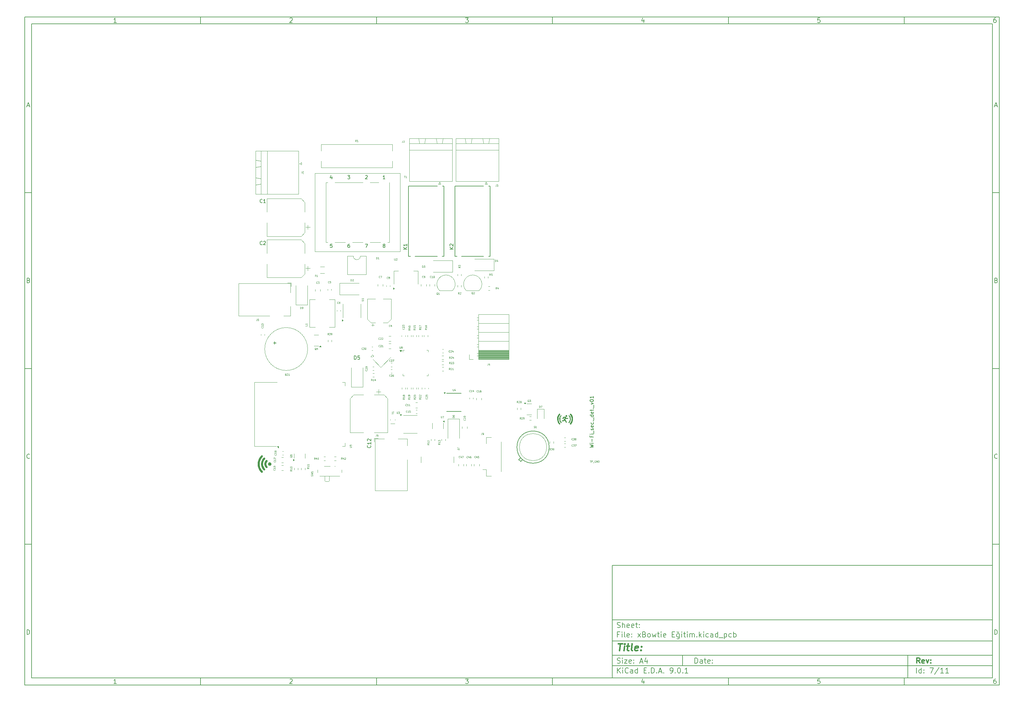
<source format=gto>
%TF.GenerationSoftware,KiCad,Pcbnew,9.0.1*%
%TF.CreationDate,2025-04-08T16:08:48+03:00*%
%TF.ProjectId,xBowtie E_itim,78426f77-7469-4652-9045-1f6974696d2e,rev?*%
%TF.SameCoordinates,Original*%
%TF.FileFunction,Legend,Top*%
%TF.FilePolarity,Positive*%
%FSLAX46Y46*%
G04 Gerber Fmt 4.6, Leading zero omitted, Abs format (unit mm)*
G04 Created by KiCad (PCBNEW 9.0.1) date 2025-04-08 16:08:48*
%MOMM*%
%LPD*%
G01*
G04 APERTURE LIST*
%ADD10C,0.100000*%
%ADD11C,0.150000*%
%ADD12C,0.300000*%
%ADD13C,0.400000*%
%ADD14C,0.200000*%
%ADD15C,0.120000*%
%ADD16C,0.127000*%
%ADD17C,0.000000*%
%ADD18C,0.050800*%
G04 APERTURE END LIST*
D10*
D11*
X177002200Y-166007200D02*
X285002200Y-166007200D01*
X285002200Y-198007200D01*
X177002200Y-198007200D01*
X177002200Y-166007200D01*
D10*
D11*
X10000000Y-10000000D02*
X287002200Y-10000000D01*
X287002200Y-200007200D01*
X10000000Y-200007200D01*
X10000000Y-10000000D01*
D10*
D11*
X12000000Y-12000000D02*
X285002200Y-12000000D01*
X285002200Y-198007200D01*
X12000000Y-198007200D01*
X12000000Y-12000000D01*
D10*
D11*
X60000000Y-12000000D02*
X60000000Y-10000000D01*
D10*
D11*
X110000000Y-12000000D02*
X110000000Y-10000000D01*
D10*
D11*
X160000000Y-12000000D02*
X160000000Y-10000000D01*
D10*
D11*
X210000000Y-12000000D02*
X210000000Y-10000000D01*
D10*
D11*
X260000000Y-12000000D02*
X260000000Y-10000000D01*
D10*
D11*
X36089160Y-11593604D02*
X35346303Y-11593604D01*
X35717731Y-11593604D02*
X35717731Y-10293604D01*
X35717731Y-10293604D02*
X35593922Y-10479319D01*
X35593922Y-10479319D02*
X35470112Y-10603128D01*
X35470112Y-10603128D02*
X35346303Y-10665033D01*
D10*
D11*
X85346303Y-10417414D02*
X85408207Y-10355509D01*
X85408207Y-10355509D02*
X85532017Y-10293604D01*
X85532017Y-10293604D02*
X85841541Y-10293604D01*
X85841541Y-10293604D02*
X85965350Y-10355509D01*
X85965350Y-10355509D02*
X86027255Y-10417414D01*
X86027255Y-10417414D02*
X86089160Y-10541223D01*
X86089160Y-10541223D02*
X86089160Y-10665033D01*
X86089160Y-10665033D02*
X86027255Y-10850747D01*
X86027255Y-10850747D02*
X85284398Y-11593604D01*
X85284398Y-11593604D02*
X86089160Y-11593604D01*
D10*
D11*
X135284398Y-10293604D02*
X136089160Y-10293604D01*
X136089160Y-10293604D02*
X135655826Y-10788842D01*
X135655826Y-10788842D02*
X135841541Y-10788842D01*
X135841541Y-10788842D02*
X135965350Y-10850747D01*
X135965350Y-10850747D02*
X136027255Y-10912652D01*
X136027255Y-10912652D02*
X136089160Y-11036461D01*
X136089160Y-11036461D02*
X136089160Y-11345985D01*
X136089160Y-11345985D02*
X136027255Y-11469795D01*
X136027255Y-11469795D02*
X135965350Y-11531700D01*
X135965350Y-11531700D02*
X135841541Y-11593604D01*
X135841541Y-11593604D02*
X135470112Y-11593604D01*
X135470112Y-11593604D02*
X135346303Y-11531700D01*
X135346303Y-11531700D02*
X135284398Y-11469795D01*
D10*
D11*
X185965350Y-10726938D02*
X185965350Y-11593604D01*
X185655826Y-10231700D02*
X185346303Y-11160271D01*
X185346303Y-11160271D02*
X186151064Y-11160271D01*
D10*
D11*
X236027255Y-10293604D02*
X235408207Y-10293604D01*
X235408207Y-10293604D02*
X235346303Y-10912652D01*
X235346303Y-10912652D02*
X235408207Y-10850747D01*
X235408207Y-10850747D02*
X235532017Y-10788842D01*
X235532017Y-10788842D02*
X235841541Y-10788842D01*
X235841541Y-10788842D02*
X235965350Y-10850747D01*
X235965350Y-10850747D02*
X236027255Y-10912652D01*
X236027255Y-10912652D02*
X236089160Y-11036461D01*
X236089160Y-11036461D02*
X236089160Y-11345985D01*
X236089160Y-11345985D02*
X236027255Y-11469795D01*
X236027255Y-11469795D02*
X235965350Y-11531700D01*
X235965350Y-11531700D02*
X235841541Y-11593604D01*
X235841541Y-11593604D02*
X235532017Y-11593604D01*
X235532017Y-11593604D02*
X235408207Y-11531700D01*
X235408207Y-11531700D02*
X235346303Y-11469795D01*
D10*
D11*
X285965350Y-10293604D02*
X285717731Y-10293604D01*
X285717731Y-10293604D02*
X285593922Y-10355509D01*
X285593922Y-10355509D02*
X285532017Y-10417414D01*
X285532017Y-10417414D02*
X285408207Y-10603128D01*
X285408207Y-10603128D02*
X285346303Y-10850747D01*
X285346303Y-10850747D02*
X285346303Y-11345985D01*
X285346303Y-11345985D02*
X285408207Y-11469795D01*
X285408207Y-11469795D02*
X285470112Y-11531700D01*
X285470112Y-11531700D02*
X285593922Y-11593604D01*
X285593922Y-11593604D02*
X285841541Y-11593604D01*
X285841541Y-11593604D02*
X285965350Y-11531700D01*
X285965350Y-11531700D02*
X286027255Y-11469795D01*
X286027255Y-11469795D02*
X286089160Y-11345985D01*
X286089160Y-11345985D02*
X286089160Y-11036461D01*
X286089160Y-11036461D02*
X286027255Y-10912652D01*
X286027255Y-10912652D02*
X285965350Y-10850747D01*
X285965350Y-10850747D02*
X285841541Y-10788842D01*
X285841541Y-10788842D02*
X285593922Y-10788842D01*
X285593922Y-10788842D02*
X285470112Y-10850747D01*
X285470112Y-10850747D02*
X285408207Y-10912652D01*
X285408207Y-10912652D02*
X285346303Y-11036461D01*
D10*
D11*
X60000000Y-198007200D02*
X60000000Y-200007200D01*
D10*
D11*
X110000000Y-198007200D02*
X110000000Y-200007200D01*
D10*
D11*
X160000000Y-198007200D02*
X160000000Y-200007200D01*
D10*
D11*
X210000000Y-198007200D02*
X210000000Y-200007200D01*
D10*
D11*
X260000000Y-198007200D02*
X260000000Y-200007200D01*
D10*
D11*
X36089160Y-199600804D02*
X35346303Y-199600804D01*
X35717731Y-199600804D02*
X35717731Y-198300804D01*
X35717731Y-198300804D02*
X35593922Y-198486519D01*
X35593922Y-198486519D02*
X35470112Y-198610328D01*
X35470112Y-198610328D02*
X35346303Y-198672233D01*
D10*
D11*
X85346303Y-198424614D02*
X85408207Y-198362709D01*
X85408207Y-198362709D02*
X85532017Y-198300804D01*
X85532017Y-198300804D02*
X85841541Y-198300804D01*
X85841541Y-198300804D02*
X85965350Y-198362709D01*
X85965350Y-198362709D02*
X86027255Y-198424614D01*
X86027255Y-198424614D02*
X86089160Y-198548423D01*
X86089160Y-198548423D02*
X86089160Y-198672233D01*
X86089160Y-198672233D02*
X86027255Y-198857947D01*
X86027255Y-198857947D02*
X85284398Y-199600804D01*
X85284398Y-199600804D02*
X86089160Y-199600804D01*
D10*
D11*
X135284398Y-198300804D02*
X136089160Y-198300804D01*
X136089160Y-198300804D02*
X135655826Y-198796042D01*
X135655826Y-198796042D02*
X135841541Y-198796042D01*
X135841541Y-198796042D02*
X135965350Y-198857947D01*
X135965350Y-198857947D02*
X136027255Y-198919852D01*
X136027255Y-198919852D02*
X136089160Y-199043661D01*
X136089160Y-199043661D02*
X136089160Y-199353185D01*
X136089160Y-199353185D02*
X136027255Y-199476995D01*
X136027255Y-199476995D02*
X135965350Y-199538900D01*
X135965350Y-199538900D02*
X135841541Y-199600804D01*
X135841541Y-199600804D02*
X135470112Y-199600804D01*
X135470112Y-199600804D02*
X135346303Y-199538900D01*
X135346303Y-199538900D02*
X135284398Y-199476995D01*
D10*
D11*
X185965350Y-198734138D02*
X185965350Y-199600804D01*
X185655826Y-198238900D02*
X185346303Y-199167471D01*
X185346303Y-199167471D02*
X186151064Y-199167471D01*
D10*
D11*
X236027255Y-198300804D02*
X235408207Y-198300804D01*
X235408207Y-198300804D02*
X235346303Y-198919852D01*
X235346303Y-198919852D02*
X235408207Y-198857947D01*
X235408207Y-198857947D02*
X235532017Y-198796042D01*
X235532017Y-198796042D02*
X235841541Y-198796042D01*
X235841541Y-198796042D02*
X235965350Y-198857947D01*
X235965350Y-198857947D02*
X236027255Y-198919852D01*
X236027255Y-198919852D02*
X236089160Y-199043661D01*
X236089160Y-199043661D02*
X236089160Y-199353185D01*
X236089160Y-199353185D02*
X236027255Y-199476995D01*
X236027255Y-199476995D02*
X235965350Y-199538900D01*
X235965350Y-199538900D02*
X235841541Y-199600804D01*
X235841541Y-199600804D02*
X235532017Y-199600804D01*
X235532017Y-199600804D02*
X235408207Y-199538900D01*
X235408207Y-199538900D02*
X235346303Y-199476995D01*
D10*
D11*
X285965350Y-198300804D02*
X285717731Y-198300804D01*
X285717731Y-198300804D02*
X285593922Y-198362709D01*
X285593922Y-198362709D02*
X285532017Y-198424614D01*
X285532017Y-198424614D02*
X285408207Y-198610328D01*
X285408207Y-198610328D02*
X285346303Y-198857947D01*
X285346303Y-198857947D02*
X285346303Y-199353185D01*
X285346303Y-199353185D02*
X285408207Y-199476995D01*
X285408207Y-199476995D02*
X285470112Y-199538900D01*
X285470112Y-199538900D02*
X285593922Y-199600804D01*
X285593922Y-199600804D02*
X285841541Y-199600804D01*
X285841541Y-199600804D02*
X285965350Y-199538900D01*
X285965350Y-199538900D02*
X286027255Y-199476995D01*
X286027255Y-199476995D02*
X286089160Y-199353185D01*
X286089160Y-199353185D02*
X286089160Y-199043661D01*
X286089160Y-199043661D02*
X286027255Y-198919852D01*
X286027255Y-198919852D02*
X285965350Y-198857947D01*
X285965350Y-198857947D02*
X285841541Y-198796042D01*
X285841541Y-198796042D02*
X285593922Y-198796042D01*
X285593922Y-198796042D02*
X285470112Y-198857947D01*
X285470112Y-198857947D02*
X285408207Y-198919852D01*
X285408207Y-198919852D02*
X285346303Y-199043661D01*
D10*
D11*
X10000000Y-60000000D02*
X12000000Y-60000000D01*
D10*
D11*
X10000000Y-110000000D02*
X12000000Y-110000000D01*
D10*
D11*
X10000000Y-160000000D02*
X12000000Y-160000000D01*
D10*
D11*
X10690476Y-35222176D02*
X11309523Y-35222176D01*
X10566666Y-35593604D02*
X10999999Y-34293604D01*
X10999999Y-34293604D02*
X11433333Y-35593604D01*
D10*
D11*
X11092857Y-84912652D02*
X11278571Y-84974557D01*
X11278571Y-84974557D02*
X11340476Y-85036461D01*
X11340476Y-85036461D02*
X11402380Y-85160271D01*
X11402380Y-85160271D02*
X11402380Y-85345985D01*
X11402380Y-85345985D02*
X11340476Y-85469795D01*
X11340476Y-85469795D02*
X11278571Y-85531700D01*
X11278571Y-85531700D02*
X11154761Y-85593604D01*
X11154761Y-85593604D02*
X10659523Y-85593604D01*
X10659523Y-85593604D02*
X10659523Y-84293604D01*
X10659523Y-84293604D02*
X11092857Y-84293604D01*
X11092857Y-84293604D02*
X11216666Y-84355509D01*
X11216666Y-84355509D02*
X11278571Y-84417414D01*
X11278571Y-84417414D02*
X11340476Y-84541223D01*
X11340476Y-84541223D02*
X11340476Y-84665033D01*
X11340476Y-84665033D02*
X11278571Y-84788842D01*
X11278571Y-84788842D02*
X11216666Y-84850747D01*
X11216666Y-84850747D02*
X11092857Y-84912652D01*
X11092857Y-84912652D02*
X10659523Y-84912652D01*
D10*
D11*
X11402380Y-135469795D02*
X11340476Y-135531700D01*
X11340476Y-135531700D02*
X11154761Y-135593604D01*
X11154761Y-135593604D02*
X11030952Y-135593604D01*
X11030952Y-135593604D02*
X10845238Y-135531700D01*
X10845238Y-135531700D02*
X10721428Y-135407890D01*
X10721428Y-135407890D02*
X10659523Y-135284080D01*
X10659523Y-135284080D02*
X10597619Y-135036461D01*
X10597619Y-135036461D02*
X10597619Y-134850747D01*
X10597619Y-134850747D02*
X10659523Y-134603128D01*
X10659523Y-134603128D02*
X10721428Y-134479319D01*
X10721428Y-134479319D02*
X10845238Y-134355509D01*
X10845238Y-134355509D02*
X11030952Y-134293604D01*
X11030952Y-134293604D02*
X11154761Y-134293604D01*
X11154761Y-134293604D02*
X11340476Y-134355509D01*
X11340476Y-134355509D02*
X11402380Y-134417414D01*
D10*
D11*
X10659523Y-185593604D02*
X10659523Y-184293604D01*
X10659523Y-184293604D02*
X10969047Y-184293604D01*
X10969047Y-184293604D02*
X11154761Y-184355509D01*
X11154761Y-184355509D02*
X11278571Y-184479319D01*
X11278571Y-184479319D02*
X11340476Y-184603128D01*
X11340476Y-184603128D02*
X11402380Y-184850747D01*
X11402380Y-184850747D02*
X11402380Y-185036461D01*
X11402380Y-185036461D02*
X11340476Y-185284080D01*
X11340476Y-185284080D02*
X11278571Y-185407890D01*
X11278571Y-185407890D02*
X11154761Y-185531700D01*
X11154761Y-185531700D02*
X10969047Y-185593604D01*
X10969047Y-185593604D02*
X10659523Y-185593604D01*
D10*
D11*
X287002200Y-60000000D02*
X285002200Y-60000000D01*
D10*
D11*
X287002200Y-110000000D02*
X285002200Y-110000000D01*
D10*
D11*
X287002200Y-160000000D02*
X285002200Y-160000000D01*
D10*
D11*
X285692676Y-35222176D02*
X286311723Y-35222176D01*
X285568866Y-35593604D02*
X286002199Y-34293604D01*
X286002199Y-34293604D02*
X286435533Y-35593604D01*
D10*
D11*
X286095057Y-84912652D02*
X286280771Y-84974557D01*
X286280771Y-84974557D02*
X286342676Y-85036461D01*
X286342676Y-85036461D02*
X286404580Y-85160271D01*
X286404580Y-85160271D02*
X286404580Y-85345985D01*
X286404580Y-85345985D02*
X286342676Y-85469795D01*
X286342676Y-85469795D02*
X286280771Y-85531700D01*
X286280771Y-85531700D02*
X286156961Y-85593604D01*
X286156961Y-85593604D02*
X285661723Y-85593604D01*
X285661723Y-85593604D02*
X285661723Y-84293604D01*
X285661723Y-84293604D02*
X286095057Y-84293604D01*
X286095057Y-84293604D02*
X286218866Y-84355509D01*
X286218866Y-84355509D02*
X286280771Y-84417414D01*
X286280771Y-84417414D02*
X286342676Y-84541223D01*
X286342676Y-84541223D02*
X286342676Y-84665033D01*
X286342676Y-84665033D02*
X286280771Y-84788842D01*
X286280771Y-84788842D02*
X286218866Y-84850747D01*
X286218866Y-84850747D02*
X286095057Y-84912652D01*
X286095057Y-84912652D02*
X285661723Y-84912652D01*
D10*
D11*
X286404580Y-135469795D02*
X286342676Y-135531700D01*
X286342676Y-135531700D02*
X286156961Y-135593604D01*
X286156961Y-135593604D02*
X286033152Y-135593604D01*
X286033152Y-135593604D02*
X285847438Y-135531700D01*
X285847438Y-135531700D02*
X285723628Y-135407890D01*
X285723628Y-135407890D02*
X285661723Y-135284080D01*
X285661723Y-135284080D02*
X285599819Y-135036461D01*
X285599819Y-135036461D02*
X285599819Y-134850747D01*
X285599819Y-134850747D02*
X285661723Y-134603128D01*
X285661723Y-134603128D02*
X285723628Y-134479319D01*
X285723628Y-134479319D02*
X285847438Y-134355509D01*
X285847438Y-134355509D02*
X286033152Y-134293604D01*
X286033152Y-134293604D02*
X286156961Y-134293604D01*
X286156961Y-134293604D02*
X286342676Y-134355509D01*
X286342676Y-134355509D02*
X286404580Y-134417414D01*
D10*
D11*
X285661723Y-185593604D02*
X285661723Y-184293604D01*
X285661723Y-184293604D02*
X285971247Y-184293604D01*
X285971247Y-184293604D02*
X286156961Y-184355509D01*
X286156961Y-184355509D02*
X286280771Y-184479319D01*
X286280771Y-184479319D02*
X286342676Y-184603128D01*
X286342676Y-184603128D02*
X286404580Y-184850747D01*
X286404580Y-184850747D02*
X286404580Y-185036461D01*
X286404580Y-185036461D02*
X286342676Y-185284080D01*
X286342676Y-185284080D02*
X286280771Y-185407890D01*
X286280771Y-185407890D02*
X286156961Y-185531700D01*
X286156961Y-185531700D02*
X285971247Y-185593604D01*
X285971247Y-185593604D02*
X285661723Y-185593604D01*
D10*
D11*
X200458026Y-193793328D02*
X200458026Y-192293328D01*
X200458026Y-192293328D02*
X200815169Y-192293328D01*
X200815169Y-192293328D02*
X201029455Y-192364757D01*
X201029455Y-192364757D02*
X201172312Y-192507614D01*
X201172312Y-192507614D02*
X201243741Y-192650471D01*
X201243741Y-192650471D02*
X201315169Y-192936185D01*
X201315169Y-192936185D02*
X201315169Y-193150471D01*
X201315169Y-193150471D02*
X201243741Y-193436185D01*
X201243741Y-193436185D02*
X201172312Y-193579042D01*
X201172312Y-193579042D02*
X201029455Y-193721900D01*
X201029455Y-193721900D02*
X200815169Y-193793328D01*
X200815169Y-193793328D02*
X200458026Y-193793328D01*
X202600884Y-193793328D02*
X202600884Y-193007614D01*
X202600884Y-193007614D02*
X202529455Y-192864757D01*
X202529455Y-192864757D02*
X202386598Y-192793328D01*
X202386598Y-192793328D02*
X202100884Y-192793328D01*
X202100884Y-192793328D02*
X201958026Y-192864757D01*
X202600884Y-193721900D02*
X202458026Y-193793328D01*
X202458026Y-193793328D02*
X202100884Y-193793328D01*
X202100884Y-193793328D02*
X201958026Y-193721900D01*
X201958026Y-193721900D02*
X201886598Y-193579042D01*
X201886598Y-193579042D02*
X201886598Y-193436185D01*
X201886598Y-193436185D02*
X201958026Y-193293328D01*
X201958026Y-193293328D02*
X202100884Y-193221900D01*
X202100884Y-193221900D02*
X202458026Y-193221900D01*
X202458026Y-193221900D02*
X202600884Y-193150471D01*
X203100884Y-192793328D02*
X203672312Y-192793328D01*
X203315169Y-192293328D02*
X203315169Y-193579042D01*
X203315169Y-193579042D02*
X203386598Y-193721900D01*
X203386598Y-193721900D02*
X203529455Y-193793328D01*
X203529455Y-193793328D02*
X203672312Y-193793328D01*
X204743741Y-193721900D02*
X204600884Y-193793328D01*
X204600884Y-193793328D02*
X204315170Y-193793328D01*
X204315170Y-193793328D02*
X204172312Y-193721900D01*
X204172312Y-193721900D02*
X204100884Y-193579042D01*
X204100884Y-193579042D02*
X204100884Y-193007614D01*
X204100884Y-193007614D02*
X204172312Y-192864757D01*
X204172312Y-192864757D02*
X204315170Y-192793328D01*
X204315170Y-192793328D02*
X204600884Y-192793328D01*
X204600884Y-192793328D02*
X204743741Y-192864757D01*
X204743741Y-192864757D02*
X204815170Y-193007614D01*
X204815170Y-193007614D02*
X204815170Y-193150471D01*
X204815170Y-193150471D02*
X204100884Y-193293328D01*
X205458026Y-193650471D02*
X205529455Y-193721900D01*
X205529455Y-193721900D02*
X205458026Y-193793328D01*
X205458026Y-193793328D02*
X205386598Y-193721900D01*
X205386598Y-193721900D02*
X205458026Y-193650471D01*
X205458026Y-193650471D02*
X205458026Y-193793328D01*
X205458026Y-192864757D02*
X205529455Y-192936185D01*
X205529455Y-192936185D02*
X205458026Y-193007614D01*
X205458026Y-193007614D02*
X205386598Y-192936185D01*
X205386598Y-192936185D02*
X205458026Y-192864757D01*
X205458026Y-192864757D02*
X205458026Y-193007614D01*
D10*
D11*
X177002200Y-194507200D02*
X285002200Y-194507200D01*
D10*
D11*
X178458026Y-196593328D02*
X178458026Y-195093328D01*
X179315169Y-196593328D02*
X178672312Y-195736185D01*
X179315169Y-195093328D02*
X178458026Y-195950471D01*
X179958026Y-196593328D02*
X179958026Y-195593328D01*
X179958026Y-195093328D02*
X179886598Y-195164757D01*
X179886598Y-195164757D02*
X179958026Y-195236185D01*
X179958026Y-195236185D02*
X180029455Y-195164757D01*
X180029455Y-195164757D02*
X179958026Y-195093328D01*
X179958026Y-195093328D02*
X179958026Y-195236185D01*
X181529455Y-196450471D02*
X181458027Y-196521900D01*
X181458027Y-196521900D02*
X181243741Y-196593328D01*
X181243741Y-196593328D02*
X181100884Y-196593328D01*
X181100884Y-196593328D02*
X180886598Y-196521900D01*
X180886598Y-196521900D02*
X180743741Y-196379042D01*
X180743741Y-196379042D02*
X180672312Y-196236185D01*
X180672312Y-196236185D02*
X180600884Y-195950471D01*
X180600884Y-195950471D02*
X180600884Y-195736185D01*
X180600884Y-195736185D02*
X180672312Y-195450471D01*
X180672312Y-195450471D02*
X180743741Y-195307614D01*
X180743741Y-195307614D02*
X180886598Y-195164757D01*
X180886598Y-195164757D02*
X181100884Y-195093328D01*
X181100884Y-195093328D02*
X181243741Y-195093328D01*
X181243741Y-195093328D02*
X181458027Y-195164757D01*
X181458027Y-195164757D02*
X181529455Y-195236185D01*
X182815170Y-196593328D02*
X182815170Y-195807614D01*
X182815170Y-195807614D02*
X182743741Y-195664757D01*
X182743741Y-195664757D02*
X182600884Y-195593328D01*
X182600884Y-195593328D02*
X182315170Y-195593328D01*
X182315170Y-195593328D02*
X182172312Y-195664757D01*
X182815170Y-196521900D02*
X182672312Y-196593328D01*
X182672312Y-196593328D02*
X182315170Y-196593328D01*
X182315170Y-196593328D02*
X182172312Y-196521900D01*
X182172312Y-196521900D02*
X182100884Y-196379042D01*
X182100884Y-196379042D02*
X182100884Y-196236185D01*
X182100884Y-196236185D02*
X182172312Y-196093328D01*
X182172312Y-196093328D02*
X182315170Y-196021900D01*
X182315170Y-196021900D02*
X182672312Y-196021900D01*
X182672312Y-196021900D02*
X182815170Y-195950471D01*
X184172313Y-196593328D02*
X184172313Y-195093328D01*
X184172313Y-196521900D02*
X184029455Y-196593328D01*
X184029455Y-196593328D02*
X183743741Y-196593328D01*
X183743741Y-196593328D02*
X183600884Y-196521900D01*
X183600884Y-196521900D02*
X183529455Y-196450471D01*
X183529455Y-196450471D02*
X183458027Y-196307614D01*
X183458027Y-196307614D02*
X183458027Y-195879042D01*
X183458027Y-195879042D02*
X183529455Y-195736185D01*
X183529455Y-195736185D02*
X183600884Y-195664757D01*
X183600884Y-195664757D02*
X183743741Y-195593328D01*
X183743741Y-195593328D02*
X184029455Y-195593328D01*
X184029455Y-195593328D02*
X184172313Y-195664757D01*
X186029455Y-195807614D02*
X186529455Y-195807614D01*
X186743741Y-196593328D02*
X186029455Y-196593328D01*
X186029455Y-196593328D02*
X186029455Y-195093328D01*
X186029455Y-195093328D02*
X186743741Y-195093328D01*
X187386598Y-196450471D02*
X187458027Y-196521900D01*
X187458027Y-196521900D02*
X187386598Y-196593328D01*
X187386598Y-196593328D02*
X187315170Y-196521900D01*
X187315170Y-196521900D02*
X187386598Y-196450471D01*
X187386598Y-196450471D02*
X187386598Y-196593328D01*
X188100884Y-196593328D02*
X188100884Y-195093328D01*
X188100884Y-195093328D02*
X188458027Y-195093328D01*
X188458027Y-195093328D02*
X188672313Y-195164757D01*
X188672313Y-195164757D02*
X188815170Y-195307614D01*
X188815170Y-195307614D02*
X188886599Y-195450471D01*
X188886599Y-195450471D02*
X188958027Y-195736185D01*
X188958027Y-195736185D02*
X188958027Y-195950471D01*
X188958027Y-195950471D02*
X188886599Y-196236185D01*
X188886599Y-196236185D02*
X188815170Y-196379042D01*
X188815170Y-196379042D02*
X188672313Y-196521900D01*
X188672313Y-196521900D02*
X188458027Y-196593328D01*
X188458027Y-196593328D02*
X188100884Y-196593328D01*
X189600884Y-196450471D02*
X189672313Y-196521900D01*
X189672313Y-196521900D02*
X189600884Y-196593328D01*
X189600884Y-196593328D02*
X189529456Y-196521900D01*
X189529456Y-196521900D02*
X189600884Y-196450471D01*
X189600884Y-196450471D02*
X189600884Y-196593328D01*
X190243742Y-196164757D02*
X190958028Y-196164757D01*
X190100885Y-196593328D02*
X190600885Y-195093328D01*
X190600885Y-195093328D02*
X191100885Y-196593328D01*
X191600884Y-196450471D02*
X191672313Y-196521900D01*
X191672313Y-196521900D02*
X191600884Y-196593328D01*
X191600884Y-196593328D02*
X191529456Y-196521900D01*
X191529456Y-196521900D02*
X191600884Y-196450471D01*
X191600884Y-196450471D02*
X191600884Y-196593328D01*
X193529456Y-196593328D02*
X193815170Y-196593328D01*
X193815170Y-196593328D02*
X193958027Y-196521900D01*
X193958027Y-196521900D02*
X194029456Y-196450471D01*
X194029456Y-196450471D02*
X194172313Y-196236185D01*
X194172313Y-196236185D02*
X194243742Y-195950471D01*
X194243742Y-195950471D02*
X194243742Y-195379042D01*
X194243742Y-195379042D02*
X194172313Y-195236185D01*
X194172313Y-195236185D02*
X194100885Y-195164757D01*
X194100885Y-195164757D02*
X193958027Y-195093328D01*
X193958027Y-195093328D02*
X193672313Y-195093328D01*
X193672313Y-195093328D02*
X193529456Y-195164757D01*
X193529456Y-195164757D02*
X193458027Y-195236185D01*
X193458027Y-195236185D02*
X193386599Y-195379042D01*
X193386599Y-195379042D02*
X193386599Y-195736185D01*
X193386599Y-195736185D02*
X193458027Y-195879042D01*
X193458027Y-195879042D02*
X193529456Y-195950471D01*
X193529456Y-195950471D02*
X193672313Y-196021900D01*
X193672313Y-196021900D02*
X193958027Y-196021900D01*
X193958027Y-196021900D02*
X194100885Y-195950471D01*
X194100885Y-195950471D02*
X194172313Y-195879042D01*
X194172313Y-195879042D02*
X194243742Y-195736185D01*
X194886598Y-196450471D02*
X194958027Y-196521900D01*
X194958027Y-196521900D02*
X194886598Y-196593328D01*
X194886598Y-196593328D02*
X194815170Y-196521900D01*
X194815170Y-196521900D02*
X194886598Y-196450471D01*
X194886598Y-196450471D02*
X194886598Y-196593328D01*
X195886599Y-195093328D02*
X196029456Y-195093328D01*
X196029456Y-195093328D02*
X196172313Y-195164757D01*
X196172313Y-195164757D02*
X196243742Y-195236185D01*
X196243742Y-195236185D02*
X196315170Y-195379042D01*
X196315170Y-195379042D02*
X196386599Y-195664757D01*
X196386599Y-195664757D02*
X196386599Y-196021900D01*
X196386599Y-196021900D02*
X196315170Y-196307614D01*
X196315170Y-196307614D02*
X196243742Y-196450471D01*
X196243742Y-196450471D02*
X196172313Y-196521900D01*
X196172313Y-196521900D02*
X196029456Y-196593328D01*
X196029456Y-196593328D02*
X195886599Y-196593328D01*
X195886599Y-196593328D02*
X195743742Y-196521900D01*
X195743742Y-196521900D02*
X195672313Y-196450471D01*
X195672313Y-196450471D02*
X195600884Y-196307614D01*
X195600884Y-196307614D02*
X195529456Y-196021900D01*
X195529456Y-196021900D02*
X195529456Y-195664757D01*
X195529456Y-195664757D02*
X195600884Y-195379042D01*
X195600884Y-195379042D02*
X195672313Y-195236185D01*
X195672313Y-195236185D02*
X195743742Y-195164757D01*
X195743742Y-195164757D02*
X195886599Y-195093328D01*
X197029455Y-196450471D02*
X197100884Y-196521900D01*
X197100884Y-196521900D02*
X197029455Y-196593328D01*
X197029455Y-196593328D02*
X196958027Y-196521900D01*
X196958027Y-196521900D02*
X197029455Y-196450471D01*
X197029455Y-196450471D02*
X197029455Y-196593328D01*
X198529456Y-196593328D02*
X197672313Y-196593328D01*
X198100884Y-196593328D02*
X198100884Y-195093328D01*
X198100884Y-195093328D02*
X197958027Y-195307614D01*
X197958027Y-195307614D02*
X197815170Y-195450471D01*
X197815170Y-195450471D02*
X197672313Y-195521900D01*
D10*
D11*
X177002200Y-191507200D02*
X285002200Y-191507200D01*
D10*
D12*
X264413853Y-193785528D02*
X263913853Y-193071242D01*
X263556710Y-193785528D02*
X263556710Y-192285528D01*
X263556710Y-192285528D02*
X264128139Y-192285528D01*
X264128139Y-192285528D02*
X264270996Y-192356957D01*
X264270996Y-192356957D02*
X264342425Y-192428385D01*
X264342425Y-192428385D02*
X264413853Y-192571242D01*
X264413853Y-192571242D02*
X264413853Y-192785528D01*
X264413853Y-192785528D02*
X264342425Y-192928385D01*
X264342425Y-192928385D02*
X264270996Y-192999814D01*
X264270996Y-192999814D02*
X264128139Y-193071242D01*
X264128139Y-193071242D02*
X263556710Y-193071242D01*
X265628139Y-193714100D02*
X265485282Y-193785528D01*
X265485282Y-193785528D02*
X265199568Y-193785528D01*
X265199568Y-193785528D02*
X265056710Y-193714100D01*
X265056710Y-193714100D02*
X264985282Y-193571242D01*
X264985282Y-193571242D02*
X264985282Y-192999814D01*
X264985282Y-192999814D02*
X265056710Y-192856957D01*
X265056710Y-192856957D02*
X265199568Y-192785528D01*
X265199568Y-192785528D02*
X265485282Y-192785528D01*
X265485282Y-192785528D02*
X265628139Y-192856957D01*
X265628139Y-192856957D02*
X265699568Y-192999814D01*
X265699568Y-192999814D02*
X265699568Y-193142671D01*
X265699568Y-193142671D02*
X264985282Y-193285528D01*
X266199567Y-192785528D02*
X266556710Y-193785528D01*
X266556710Y-193785528D02*
X266913853Y-192785528D01*
X267485281Y-193642671D02*
X267556710Y-193714100D01*
X267556710Y-193714100D02*
X267485281Y-193785528D01*
X267485281Y-193785528D02*
X267413853Y-193714100D01*
X267413853Y-193714100D02*
X267485281Y-193642671D01*
X267485281Y-193642671D02*
X267485281Y-193785528D01*
X267485281Y-192856957D02*
X267556710Y-192928385D01*
X267556710Y-192928385D02*
X267485281Y-192999814D01*
X267485281Y-192999814D02*
X267413853Y-192928385D01*
X267413853Y-192928385D02*
X267485281Y-192856957D01*
X267485281Y-192856957D02*
X267485281Y-192999814D01*
D10*
D11*
X178386598Y-193721900D02*
X178600884Y-193793328D01*
X178600884Y-193793328D02*
X178958026Y-193793328D01*
X178958026Y-193793328D02*
X179100884Y-193721900D01*
X179100884Y-193721900D02*
X179172312Y-193650471D01*
X179172312Y-193650471D02*
X179243741Y-193507614D01*
X179243741Y-193507614D02*
X179243741Y-193364757D01*
X179243741Y-193364757D02*
X179172312Y-193221900D01*
X179172312Y-193221900D02*
X179100884Y-193150471D01*
X179100884Y-193150471D02*
X178958026Y-193079042D01*
X178958026Y-193079042D02*
X178672312Y-193007614D01*
X178672312Y-193007614D02*
X178529455Y-192936185D01*
X178529455Y-192936185D02*
X178458026Y-192864757D01*
X178458026Y-192864757D02*
X178386598Y-192721900D01*
X178386598Y-192721900D02*
X178386598Y-192579042D01*
X178386598Y-192579042D02*
X178458026Y-192436185D01*
X178458026Y-192436185D02*
X178529455Y-192364757D01*
X178529455Y-192364757D02*
X178672312Y-192293328D01*
X178672312Y-192293328D02*
X179029455Y-192293328D01*
X179029455Y-192293328D02*
X179243741Y-192364757D01*
X179886597Y-193793328D02*
X179886597Y-192793328D01*
X179886597Y-192293328D02*
X179815169Y-192364757D01*
X179815169Y-192364757D02*
X179886597Y-192436185D01*
X179886597Y-192436185D02*
X179958026Y-192364757D01*
X179958026Y-192364757D02*
X179886597Y-192293328D01*
X179886597Y-192293328D02*
X179886597Y-192436185D01*
X180458026Y-192793328D02*
X181243741Y-192793328D01*
X181243741Y-192793328D02*
X180458026Y-193793328D01*
X180458026Y-193793328D02*
X181243741Y-193793328D01*
X182386598Y-193721900D02*
X182243741Y-193793328D01*
X182243741Y-193793328D02*
X181958027Y-193793328D01*
X181958027Y-193793328D02*
X181815169Y-193721900D01*
X181815169Y-193721900D02*
X181743741Y-193579042D01*
X181743741Y-193579042D02*
X181743741Y-193007614D01*
X181743741Y-193007614D02*
X181815169Y-192864757D01*
X181815169Y-192864757D02*
X181958027Y-192793328D01*
X181958027Y-192793328D02*
X182243741Y-192793328D01*
X182243741Y-192793328D02*
X182386598Y-192864757D01*
X182386598Y-192864757D02*
X182458027Y-193007614D01*
X182458027Y-193007614D02*
X182458027Y-193150471D01*
X182458027Y-193150471D02*
X181743741Y-193293328D01*
X183100883Y-193650471D02*
X183172312Y-193721900D01*
X183172312Y-193721900D02*
X183100883Y-193793328D01*
X183100883Y-193793328D02*
X183029455Y-193721900D01*
X183029455Y-193721900D02*
X183100883Y-193650471D01*
X183100883Y-193650471D02*
X183100883Y-193793328D01*
X183100883Y-192864757D02*
X183172312Y-192936185D01*
X183172312Y-192936185D02*
X183100883Y-193007614D01*
X183100883Y-193007614D02*
X183029455Y-192936185D01*
X183029455Y-192936185D02*
X183100883Y-192864757D01*
X183100883Y-192864757D02*
X183100883Y-193007614D01*
X184886598Y-193364757D02*
X185600884Y-193364757D01*
X184743741Y-193793328D02*
X185243741Y-192293328D01*
X185243741Y-192293328D02*
X185743741Y-193793328D01*
X186886598Y-192793328D02*
X186886598Y-193793328D01*
X186529455Y-192221900D02*
X186172312Y-193293328D01*
X186172312Y-193293328D02*
X187100883Y-193293328D01*
D10*
D11*
X263458026Y-196593328D02*
X263458026Y-195093328D01*
X264815170Y-196593328D02*
X264815170Y-195093328D01*
X264815170Y-196521900D02*
X264672312Y-196593328D01*
X264672312Y-196593328D02*
X264386598Y-196593328D01*
X264386598Y-196593328D02*
X264243741Y-196521900D01*
X264243741Y-196521900D02*
X264172312Y-196450471D01*
X264172312Y-196450471D02*
X264100884Y-196307614D01*
X264100884Y-196307614D02*
X264100884Y-195879042D01*
X264100884Y-195879042D02*
X264172312Y-195736185D01*
X264172312Y-195736185D02*
X264243741Y-195664757D01*
X264243741Y-195664757D02*
X264386598Y-195593328D01*
X264386598Y-195593328D02*
X264672312Y-195593328D01*
X264672312Y-195593328D02*
X264815170Y-195664757D01*
X265529455Y-196450471D02*
X265600884Y-196521900D01*
X265600884Y-196521900D02*
X265529455Y-196593328D01*
X265529455Y-196593328D02*
X265458027Y-196521900D01*
X265458027Y-196521900D02*
X265529455Y-196450471D01*
X265529455Y-196450471D02*
X265529455Y-196593328D01*
X265529455Y-195664757D02*
X265600884Y-195736185D01*
X265600884Y-195736185D02*
X265529455Y-195807614D01*
X265529455Y-195807614D02*
X265458027Y-195736185D01*
X265458027Y-195736185D02*
X265529455Y-195664757D01*
X265529455Y-195664757D02*
X265529455Y-195807614D01*
X267243741Y-195093328D02*
X268243741Y-195093328D01*
X268243741Y-195093328D02*
X267600884Y-196593328D01*
X269886598Y-195021900D02*
X268600884Y-196950471D01*
X271172313Y-196593328D02*
X270315170Y-196593328D01*
X270743741Y-196593328D02*
X270743741Y-195093328D01*
X270743741Y-195093328D02*
X270600884Y-195307614D01*
X270600884Y-195307614D02*
X270458027Y-195450471D01*
X270458027Y-195450471D02*
X270315170Y-195521900D01*
X272600884Y-196593328D02*
X271743741Y-196593328D01*
X272172312Y-196593328D02*
X272172312Y-195093328D01*
X272172312Y-195093328D02*
X272029455Y-195307614D01*
X272029455Y-195307614D02*
X271886598Y-195450471D01*
X271886598Y-195450471D02*
X271743741Y-195521900D01*
D10*
D11*
X177002200Y-187507200D02*
X285002200Y-187507200D01*
D10*
D13*
X178693928Y-188211638D02*
X179836785Y-188211638D01*
X179015357Y-190211638D02*
X179265357Y-188211638D01*
X180253452Y-190211638D02*
X180420119Y-188878304D01*
X180503452Y-188211638D02*
X180396309Y-188306876D01*
X180396309Y-188306876D02*
X180479643Y-188402114D01*
X180479643Y-188402114D02*
X180586786Y-188306876D01*
X180586786Y-188306876D02*
X180503452Y-188211638D01*
X180503452Y-188211638D02*
X180479643Y-188402114D01*
X181086786Y-188878304D02*
X181848690Y-188878304D01*
X181455833Y-188211638D02*
X181241548Y-189925923D01*
X181241548Y-189925923D02*
X181312976Y-190116400D01*
X181312976Y-190116400D02*
X181491548Y-190211638D01*
X181491548Y-190211638D02*
X181682024Y-190211638D01*
X182634405Y-190211638D02*
X182455833Y-190116400D01*
X182455833Y-190116400D02*
X182384405Y-189925923D01*
X182384405Y-189925923D02*
X182598690Y-188211638D01*
X184170119Y-190116400D02*
X183967738Y-190211638D01*
X183967738Y-190211638D02*
X183586785Y-190211638D01*
X183586785Y-190211638D02*
X183408214Y-190116400D01*
X183408214Y-190116400D02*
X183336785Y-189925923D01*
X183336785Y-189925923D02*
X183432024Y-189164019D01*
X183432024Y-189164019D02*
X183551071Y-188973542D01*
X183551071Y-188973542D02*
X183753452Y-188878304D01*
X183753452Y-188878304D02*
X184134404Y-188878304D01*
X184134404Y-188878304D02*
X184312976Y-188973542D01*
X184312976Y-188973542D02*
X184384404Y-189164019D01*
X184384404Y-189164019D02*
X184360595Y-189354495D01*
X184360595Y-189354495D02*
X183384404Y-189544971D01*
X185134405Y-190021161D02*
X185217738Y-190116400D01*
X185217738Y-190116400D02*
X185110595Y-190211638D01*
X185110595Y-190211638D02*
X185027262Y-190116400D01*
X185027262Y-190116400D02*
X185134405Y-190021161D01*
X185134405Y-190021161D02*
X185110595Y-190211638D01*
X185265357Y-188973542D02*
X185348690Y-189068780D01*
X185348690Y-189068780D02*
X185241548Y-189164019D01*
X185241548Y-189164019D02*
X185158214Y-189068780D01*
X185158214Y-189068780D02*
X185265357Y-188973542D01*
X185265357Y-188973542D02*
X185241548Y-189164019D01*
D10*
D11*
X178958026Y-185607614D02*
X178458026Y-185607614D01*
X178458026Y-186393328D02*
X178458026Y-184893328D01*
X178458026Y-184893328D02*
X179172312Y-184893328D01*
X179743740Y-186393328D02*
X179743740Y-185393328D01*
X179743740Y-184893328D02*
X179672312Y-184964757D01*
X179672312Y-184964757D02*
X179743740Y-185036185D01*
X179743740Y-185036185D02*
X179815169Y-184964757D01*
X179815169Y-184964757D02*
X179743740Y-184893328D01*
X179743740Y-184893328D02*
X179743740Y-185036185D01*
X180672312Y-186393328D02*
X180529455Y-186321900D01*
X180529455Y-186321900D02*
X180458026Y-186179042D01*
X180458026Y-186179042D02*
X180458026Y-184893328D01*
X181815169Y-186321900D02*
X181672312Y-186393328D01*
X181672312Y-186393328D02*
X181386598Y-186393328D01*
X181386598Y-186393328D02*
X181243740Y-186321900D01*
X181243740Y-186321900D02*
X181172312Y-186179042D01*
X181172312Y-186179042D02*
X181172312Y-185607614D01*
X181172312Y-185607614D02*
X181243740Y-185464757D01*
X181243740Y-185464757D02*
X181386598Y-185393328D01*
X181386598Y-185393328D02*
X181672312Y-185393328D01*
X181672312Y-185393328D02*
X181815169Y-185464757D01*
X181815169Y-185464757D02*
X181886598Y-185607614D01*
X181886598Y-185607614D02*
X181886598Y-185750471D01*
X181886598Y-185750471D02*
X181172312Y-185893328D01*
X182529454Y-186250471D02*
X182600883Y-186321900D01*
X182600883Y-186321900D02*
X182529454Y-186393328D01*
X182529454Y-186393328D02*
X182458026Y-186321900D01*
X182458026Y-186321900D02*
X182529454Y-186250471D01*
X182529454Y-186250471D02*
X182529454Y-186393328D01*
X182529454Y-185464757D02*
X182600883Y-185536185D01*
X182600883Y-185536185D02*
X182529454Y-185607614D01*
X182529454Y-185607614D02*
X182458026Y-185536185D01*
X182458026Y-185536185D02*
X182529454Y-185464757D01*
X182529454Y-185464757D02*
X182529454Y-185607614D01*
X184243740Y-186393328D02*
X185029455Y-185393328D01*
X184243740Y-185393328D02*
X185029455Y-186393328D01*
X186100883Y-185607614D02*
X186315169Y-185679042D01*
X186315169Y-185679042D02*
X186386598Y-185750471D01*
X186386598Y-185750471D02*
X186458026Y-185893328D01*
X186458026Y-185893328D02*
X186458026Y-186107614D01*
X186458026Y-186107614D02*
X186386598Y-186250471D01*
X186386598Y-186250471D02*
X186315169Y-186321900D01*
X186315169Y-186321900D02*
X186172312Y-186393328D01*
X186172312Y-186393328D02*
X185600883Y-186393328D01*
X185600883Y-186393328D02*
X185600883Y-184893328D01*
X185600883Y-184893328D02*
X186100883Y-184893328D01*
X186100883Y-184893328D02*
X186243741Y-184964757D01*
X186243741Y-184964757D02*
X186315169Y-185036185D01*
X186315169Y-185036185D02*
X186386598Y-185179042D01*
X186386598Y-185179042D02*
X186386598Y-185321900D01*
X186386598Y-185321900D02*
X186315169Y-185464757D01*
X186315169Y-185464757D02*
X186243741Y-185536185D01*
X186243741Y-185536185D02*
X186100883Y-185607614D01*
X186100883Y-185607614D02*
X185600883Y-185607614D01*
X187315169Y-186393328D02*
X187172312Y-186321900D01*
X187172312Y-186321900D02*
X187100883Y-186250471D01*
X187100883Y-186250471D02*
X187029455Y-186107614D01*
X187029455Y-186107614D02*
X187029455Y-185679042D01*
X187029455Y-185679042D02*
X187100883Y-185536185D01*
X187100883Y-185536185D02*
X187172312Y-185464757D01*
X187172312Y-185464757D02*
X187315169Y-185393328D01*
X187315169Y-185393328D02*
X187529455Y-185393328D01*
X187529455Y-185393328D02*
X187672312Y-185464757D01*
X187672312Y-185464757D02*
X187743741Y-185536185D01*
X187743741Y-185536185D02*
X187815169Y-185679042D01*
X187815169Y-185679042D02*
X187815169Y-186107614D01*
X187815169Y-186107614D02*
X187743741Y-186250471D01*
X187743741Y-186250471D02*
X187672312Y-186321900D01*
X187672312Y-186321900D02*
X187529455Y-186393328D01*
X187529455Y-186393328D02*
X187315169Y-186393328D01*
X188315169Y-185393328D02*
X188600884Y-186393328D01*
X188600884Y-186393328D02*
X188886598Y-185679042D01*
X188886598Y-185679042D02*
X189172312Y-186393328D01*
X189172312Y-186393328D02*
X189458026Y-185393328D01*
X189815170Y-185393328D02*
X190386598Y-185393328D01*
X190029455Y-184893328D02*
X190029455Y-186179042D01*
X190029455Y-186179042D02*
X190100884Y-186321900D01*
X190100884Y-186321900D02*
X190243741Y-186393328D01*
X190243741Y-186393328D02*
X190386598Y-186393328D01*
X190886598Y-186393328D02*
X190886598Y-185393328D01*
X190886598Y-184893328D02*
X190815170Y-184964757D01*
X190815170Y-184964757D02*
X190886598Y-185036185D01*
X190886598Y-185036185D02*
X190958027Y-184964757D01*
X190958027Y-184964757D02*
X190886598Y-184893328D01*
X190886598Y-184893328D02*
X190886598Y-185036185D01*
X192172313Y-186321900D02*
X192029456Y-186393328D01*
X192029456Y-186393328D02*
X191743742Y-186393328D01*
X191743742Y-186393328D02*
X191600884Y-186321900D01*
X191600884Y-186321900D02*
X191529456Y-186179042D01*
X191529456Y-186179042D02*
X191529456Y-185607614D01*
X191529456Y-185607614D02*
X191600884Y-185464757D01*
X191600884Y-185464757D02*
X191743742Y-185393328D01*
X191743742Y-185393328D02*
X192029456Y-185393328D01*
X192029456Y-185393328D02*
X192172313Y-185464757D01*
X192172313Y-185464757D02*
X192243742Y-185607614D01*
X192243742Y-185607614D02*
X192243742Y-185750471D01*
X192243742Y-185750471D02*
X191529456Y-185893328D01*
X194029455Y-185607614D02*
X194529455Y-185607614D01*
X194743741Y-186393328D02*
X194029455Y-186393328D01*
X194029455Y-186393328D02*
X194029455Y-184893328D01*
X194029455Y-184893328D02*
X194743741Y-184893328D01*
X196029456Y-185393328D02*
X196029456Y-186607614D01*
X196029456Y-186607614D02*
X195958027Y-186750471D01*
X195958027Y-186750471D02*
X195886598Y-186821900D01*
X195886598Y-186821900D02*
X195743741Y-186893328D01*
X195743741Y-186893328D02*
X195529456Y-186893328D01*
X195529456Y-186893328D02*
X195386598Y-186821900D01*
X196029456Y-186321900D02*
X195886598Y-186393328D01*
X195886598Y-186393328D02*
X195600884Y-186393328D01*
X195600884Y-186393328D02*
X195458027Y-186321900D01*
X195458027Y-186321900D02*
X195386598Y-186250471D01*
X195386598Y-186250471D02*
X195315170Y-186107614D01*
X195315170Y-186107614D02*
X195315170Y-185679042D01*
X195315170Y-185679042D02*
X195386598Y-185536185D01*
X195386598Y-185536185D02*
X195458027Y-185464757D01*
X195458027Y-185464757D02*
X195600884Y-185393328D01*
X195600884Y-185393328D02*
X195886598Y-185393328D01*
X195886598Y-185393328D02*
X196029456Y-185464757D01*
X195386598Y-184821900D02*
X195458027Y-184964757D01*
X195458027Y-184964757D02*
X195600884Y-185036185D01*
X195600884Y-185036185D02*
X195743741Y-185036185D01*
X195743741Y-185036185D02*
X195886598Y-184964757D01*
X195886598Y-184964757D02*
X195958027Y-184821900D01*
X196743741Y-186393328D02*
X196743741Y-185393328D01*
X196743741Y-184893328D02*
X196672313Y-184964757D01*
X196672313Y-184964757D02*
X196743741Y-185036185D01*
X196743741Y-185036185D02*
X196815170Y-184964757D01*
X196815170Y-184964757D02*
X196743741Y-184893328D01*
X196743741Y-184893328D02*
X196743741Y-185036185D01*
X197243742Y-185393328D02*
X197815170Y-185393328D01*
X197458027Y-184893328D02*
X197458027Y-186179042D01*
X197458027Y-186179042D02*
X197529456Y-186321900D01*
X197529456Y-186321900D02*
X197672313Y-186393328D01*
X197672313Y-186393328D02*
X197815170Y-186393328D01*
X198315170Y-186393328D02*
X198315170Y-185393328D01*
X198315170Y-184893328D02*
X198243742Y-184964757D01*
X198243742Y-184964757D02*
X198315170Y-185036185D01*
X198315170Y-185036185D02*
X198386599Y-184964757D01*
X198386599Y-184964757D02*
X198315170Y-184893328D01*
X198315170Y-184893328D02*
X198315170Y-185036185D01*
X199029456Y-186393328D02*
X199029456Y-185393328D01*
X199029456Y-185536185D02*
X199100885Y-185464757D01*
X199100885Y-185464757D02*
X199243742Y-185393328D01*
X199243742Y-185393328D02*
X199458028Y-185393328D01*
X199458028Y-185393328D02*
X199600885Y-185464757D01*
X199600885Y-185464757D02*
X199672314Y-185607614D01*
X199672314Y-185607614D02*
X199672314Y-186393328D01*
X199672314Y-185607614D02*
X199743742Y-185464757D01*
X199743742Y-185464757D02*
X199886599Y-185393328D01*
X199886599Y-185393328D02*
X200100885Y-185393328D01*
X200100885Y-185393328D02*
X200243742Y-185464757D01*
X200243742Y-185464757D02*
X200315171Y-185607614D01*
X200315171Y-185607614D02*
X200315171Y-186393328D01*
X201029456Y-186250471D02*
X201100885Y-186321900D01*
X201100885Y-186321900D02*
X201029456Y-186393328D01*
X201029456Y-186393328D02*
X200958028Y-186321900D01*
X200958028Y-186321900D02*
X201029456Y-186250471D01*
X201029456Y-186250471D02*
X201029456Y-186393328D01*
X201743742Y-186393328D02*
X201743742Y-184893328D01*
X201886600Y-185821900D02*
X202315171Y-186393328D01*
X202315171Y-185393328D02*
X201743742Y-185964757D01*
X202958028Y-186393328D02*
X202958028Y-185393328D01*
X202958028Y-184893328D02*
X202886600Y-184964757D01*
X202886600Y-184964757D02*
X202958028Y-185036185D01*
X202958028Y-185036185D02*
X203029457Y-184964757D01*
X203029457Y-184964757D02*
X202958028Y-184893328D01*
X202958028Y-184893328D02*
X202958028Y-185036185D01*
X204315172Y-186321900D02*
X204172314Y-186393328D01*
X204172314Y-186393328D02*
X203886600Y-186393328D01*
X203886600Y-186393328D02*
X203743743Y-186321900D01*
X203743743Y-186321900D02*
X203672314Y-186250471D01*
X203672314Y-186250471D02*
X203600886Y-186107614D01*
X203600886Y-186107614D02*
X203600886Y-185679042D01*
X203600886Y-185679042D02*
X203672314Y-185536185D01*
X203672314Y-185536185D02*
X203743743Y-185464757D01*
X203743743Y-185464757D02*
X203886600Y-185393328D01*
X203886600Y-185393328D02*
X204172314Y-185393328D01*
X204172314Y-185393328D02*
X204315172Y-185464757D01*
X205600886Y-186393328D02*
X205600886Y-185607614D01*
X205600886Y-185607614D02*
X205529457Y-185464757D01*
X205529457Y-185464757D02*
X205386600Y-185393328D01*
X205386600Y-185393328D02*
X205100886Y-185393328D01*
X205100886Y-185393328D02*
X204958028Y-185464757D01*
X205600886Y-186321900D02*
X205458028Y-186393328D01*
X205458028Y-186393328D02*
X205100886Y-186393328D01*
X205100886Y-186393328D02*
X204958028Y-186321900D01*
X204958028Y-186321900D02*
X204886600Y-186179042D01*
X204886600Y-186179042D02*
X204886600Y-186036185D01*
X204886600Y-186036185D02*
X204958028Y-185893328D01*
X204958028Y-185893328D02*
X205100886Y-185821900D01*
X205100886Y-185821900D02*
X205458028Y-185821900D01*
X205458028Y-185821900D02*
X205600886Y-185750471D01*
X206958029Y-186393328D02*
X206958029Y-184893328D01*
X206958029Y-186321900D02*
X206815171Y-186393328D01*
X206815171Y-186393328D02*
X206529457Y-186393328D01*
X206529457Y-186393328D02*
X206386600Y-186321900D01*
X206386600Y-186321900D02*
X206315171Y-186250471D01*
X206315171Y-186250471D02*
X206243743Y-186107614D01*
X206243743Y-186107614D02*
X206243743Y-185679042D01*
X206243743Y-185679042D02*
X206315171Y-185536185D01*
X206315171Y-185536185D02*
X206386600Y-185464757D01*
X206386600Y-185464757D02*
X206529457Y-185393328D01*
X206529457Y-185393328D02*
X206815171Y-185393328D01*
X206815171Y-185393328D02*
X206958029Y-185464757D01*
X207315172Y-186536185D02*
X208458029Y-186536185D01*
X208815171Y-185393328D02*
X208815171Y-186893328D01*
X208815171Y-185464757D02*
X208958029Y-185393328D01*
X208958029Y-185393328D02*
X209243743Y-185393328D01*
X209243743Y-185393328D02*
X209386600Y-185464757D01*
X209386600Y-185464757D02*
X209458029Y-185536185D01*
X209458029Y-185536185D02*
X209529457Y-185679042D01*
X209529457Y-185679042D02*
X209529457Y-186107614D01*
X209529457Y-186107614D02*
X209458029Y-186250471D01*
X209458029Y-186250471D02*
X209386600Y-186321900D01*
X209386600Y-186321900D02*
X209243743Y-186393328D01*
X209243743Y-186393328D02*
X208958029Y-186393328D01*
X208958029Y-186393328D02*
X208815171Y-186321900D01*
X210815172Y-186321900D02*
X210672314Y-186393328D01*
X210672314Y-186393328D02*
X210386600Y-186393328D01*
X210386600Y-186393328D02*
X210243743Y-186321900D01*
X210243743Y-186321900D02*
X210172314Y-186250471D01*
X210172314Y-186250471D02*
X210100886Y-186107614D01*
X210100886Y-186107614D02*
X210100886Y-185679042D01*
X210100886Y-185679042D02*
X210172314Y-185536185D01*
X210172314Y-185536185D02*
X210243743Y-185464757D01*
X210243743Y-185464757D02*
X210386600Y-185393328D01*
X210386600Y-185393328D02*
X210672314Y-185393328D01*
X210672314Y-185393328D02*
X210815172Y-185464757D01*
X211458028Y-186393328D02*
X211458028Y-184893328D01*
X211458028Y-185464757D02*
X211600886Y-185393328D01*
X211600886Y-185393328D02*
X211886600Y-185393328D01*
X211886600Y-185393328D02*
X212029457Y-185464757D01*
X212029457Y-185464757D02*
X212100886Y-185536185D01*
X212100886Y-185536185D02*
X212172314Y-185679042D01*
X212172314Y-185679042D02*
X212172314Y-186107614D01*
X212172314Y-186107614D02*
X212100886Y-186250471D01*
X212100886Y-186250471D02*
X212029457Y-186321900D01*
X212029457Y-186321900D02*
X211886600Y-186393328D01*
X211886600Y-186393328D02*
X211600886Y-186393328D01*
X211600886Y-186393328D02*
X211458028Y-186321900D01*
D10*
D11*
X177002200Y-181507200D02*
X285002200Y-181507200D01*
D10*
D11*
X178386598Y-183621900D02*
X178600884Y-183693328D01*
X178600884Y-183693328D02*
X178958026Y-183693328D01*
X178958026Y-183693328D02*
X179100884Y-183621900D01*
X179100884Y-183621900D02*
X179172312Y-183550471D01*
X179172312Y-183550471D02*
X179243741Y-183407614D01*
X179243741Y-183407614D02*
X179243741Y-183264757D01*
X179243741Y-183264757D02*
X179172312Y-183121900D01*
X179172312Y-183121900D02*
X179100884Y-183050471D01*
X179100884Y-183050471D02*
X178958026Y-182979042D01*
X178958026Y-182979042D02*
X178672312Y-182907614D01*
X178672312Y-182907614D02*
X178529455Y-182836185D01*
X178529455Y-182836185D02*
X178458026Y-182764757D01*
X178458026Y-182764757D02*
X178386598Y-182621900D01*
X178386598Y-182621900D02*
X178386598Y-182479042D01*
X178386598Y-182479042D02*
X178458026Y-182336185D01*
X178458026Y-182336185D02*
X178529455Y-182264757D01*
X178529455Y-182264757D02*
X178672312Y-182193328D01*
X178672312Y-182193328D02*
X179029455Y-182193328D01*
X179029455Y-182193328D02*
X179243741Y-182264757D01*
X179886597Y-183693328D02*
X179886597Y-182193328D01*
X180529455Y-183693328D02*
X180529455Y-182907614D01*
X180529455Y-182907614D02*
X180458026Y-182764757D01*
X180458026Y-182764757D02*
X180315169Y-182693328D01*
X180315169Y-182693328D02*
X180100883Y-182693328D01*
X180100883Y-182693328D02*
X179958026Y-182764757D01*
X179958026Y-182764757D02*
X179886597Y-182836185D01*
X181815169Y-183621900D02*
X181672312Y-183693328D01*
X181672312Y-183693328D02*
X181386598Y-183693328D01*
X181386598Y-183693328D02*
X181243740Y-183621900D01*
X181243740Y-183621900D02*
X181172312Y-183479042D01*
X181172312Y-183479042D02*
X181172312Y-182907614D01*
X181172312Y-182907614D02*
X181243740Y-182764757D01*
X181243740Y-182764757D02*
X181386598Y-182693328D01*
X181386598Y-182693328D02*
X181672312Y-182693328D01*
X181672312Y-182693328D02*
X181815169Y-182764757D01*
X181815169Y-182764757D02*
X181886598Y-182907614D01*
X181886598Y-182907614D02*
X181886598Y-183050471D01*
X181886598Y-183050471D02*
X181172312Y-183193328D01*
X183100883Y-183621900D02*
X182958026Y-183693328D01*
X182958026Y-183693328D02*
X182672312Y-183693328D01*
X182672312Y-183693328D02*
X182529454Y-183621900D01*
X182529454Y-183621900D02*
X182458026Y-183479042D01*
X182458026Y-183479042D02*
X182458026Y-182907614D01*
X182458026Y-182907614D02*
X182529454Y-182764757D01*
X182529454Y-182764757D02*
X182672312Y-182693328D01*
X182672312Y-182693328D02*
X182958026Y-182693328D01*
X182958026Y-182693328D02*
X183100883Y-182764757D01*
X183100883Y-182764757D02*
X183172312Y-182907614D01*
X183172312Y-182907614D02*
X183172312Y-183050471D01*
X183172312Y-183050471D02*
X182458026Y-183193328D01*
X183600883Y-182693328D02*
X184172311Y-182693328D01*
X183815168Y-182193328D02*
X183815168Y-183479042D01*
X183815168Y-183479042D02*
X183886597Y-183621900D01*
X183886597Y-183621900D02*
X184029454Y-183693328D01*
X184029454Y-183693328D02*
X184172311Y-183693328D01*
X184672311Y-183550471D02*
X184743740Y-183621900D01*
X184743740Y-183621900D02*
X184672311Y-183693328D01*
X184672311Y-183693328D02*
X184600883Y-183621900D01*
X184600883Y-183621900D02*
X184672311Y-183550471D01*
X184672311Y-183550471D02*
X184672311Y-183693328D01*
X184672311Y-182764757D02*
X184743740Y-182836185D01*
X184743740Y-182836185D02*
X184672311Y-182907614D01*
X184672311Y-182907614D02*
X184600883Y-182836185D01*
X184600883Y-182836185D02*
X184672311Y-182764757D01*
X184672311Y-182764757D02*
X184672311Y-182907614D01*
D10*
D11*
X197002200Y-191507200D02*
X197002200Y-194507200D01*
D10*
D11*
X261002200Y-191507200D02*
X261002200Y-198007200D01*
D10*
X170638408Y-136183609D02*
X170924122Y-136183609D01*
X170781265Y-136683609D02*
X170781265Y-136183609D01*
X171090788Y-136683609D02*
X171090788Y-136183609D01*
X171090788Y-136183609D02*
X171281264Y-136183609D01*
X171281264Y-136183609D02*
X171328883Y-136207419D01*
X171328883Y-136207419D02*
X171352693Y-136231228D01*
X171352693Y-136231228D02*
X171376502Y-136278847D01*
X171376502Y-136278847D02*
X171376502Y-136350276D01*
X171376502Y-136350276D02*
X171352693Y-136397895D01*
X171352693Y-136397895D02*
X171328883Y-136421704D01*
X171328883Y-136421704D02*
X171281264Y-136445514D01*
X171281264Y-136445514D02*
X171090788Y-136445514D01*
X171471741Y-136731228D02*
X171852693Y-136731228D01*
X172233645Y-136207419D02*
X172186026Y-136183609D01*
X172186026Y-136183609D02*
X172114597Y-136183609D01*
X172114597Y-136183609D02*
X172043169Y-136207419D01*
X172043169Y-136207419D02*
X171995550Y-136255038D01*
X171995550Y-136255038D02*
X171971740Y-136302657D01*
X171971740Y-136302657D02*
X171947931Y-136397895D01*
X171947931Y-136397895D02*
X171947931Y-136469323D01*
X171947931Y-136469323D02*
X171971740Y-136564561D01*
X171971740Y-136564561D02*
X171995550Y-136612180D01*
X171995550Y-136612180D02*
X172043169Y-136659800D01*
X172043169Y-136659800D02*
X172114597Y-136683609D01*
X172114597Y-136683609D02*
X172162216Y-136683609D01*
X172162216Y-136683609D02*
X172233645Y-136659800D01*
X172233645Y-136659800D02*
X172257454Y-136635990D01*
X172257454Y-136635990D02*
X172257454Y-136469323D01*
X172257454Y-136469323D02*
X172162216Y-136469323D01*
X172471740Y-136683609D02*
X172471740Y-136183609D01*
X172471740Y-136183609D02*
X172757454Y-136683609D01*
X172757454Y-136683609D02*
X172757454Y-136183609D01*
X172995550Y-136683609D02*
X172995550Y-136183609D01*
X172995550Y-136183609D02*
X173114598Y-136183609D01*
X173114598Y-136183609D02*
X173186026Y-136207419D01*
X173186026Y-136207419D02*
X173233645Y-136255038D01*
X173233645Y-136255038D02*
X173257455Y-136302657D01*
X173257455Y-136302657D02*
X173281264Y-136397895D01*
X173281264Y-136397895D02*
X173281264Y-136469323D01*
X173281264Y-136469323D02*
X173257455Y-136564561D01*
X173257455Y-136564561D02*
X173233645Y-136612180D01*
X173233645Y-136612180D02*
X173186026Y-136659800D01*
X173186026Y-136659800D02*
X173114598Y-136683609D01*
X173114598Y-136683609D02*
X172995550Y-136683609D01*
D14*
X170642219Y-132475564D02*
X171642219Y-132237469D01*
X171642219Y-132237469D02*
X170927933Y-132046993D01*
X170927933Y-132046993D02*
X171642219Y-131856517D01*
X171642219Y-131856517D02*
X170642219Y-131618422D01*
X171642219Y-131237469D02*
X170975552Y-131237469D01*
X170642219Y-131237469D02*
X170689838Y-131285088D01*
X170689838Y-131285088D02*
X170737457Y-131237469D01*
X170737457Y-131237469D02*
X170689838Y-131189850D01*
X170689838Y-131189850D02*
X170642219Y-131237469D01*
X170642219Y-131237469D02*
X170737457Y-131237469D01*
X171261266Y-130761279D02*
X171261266Y-129999375D01*
X171118409Y-129189851D02*
X171118409Y-129523184D01*
X171642219Y-129523184D02*
X170642219Y-129523184D01*
X170642219Y-129523184D02*
X170642219Y-129046994D01*
X171642219Y-128666041D02*
X170975552Y-128666041D01*
X170642219Y-128666041D02*
X170689838Y-128713660D01*
X170689838Y-128713660D02*
X170737457Y-128666041D01*
X170737457Y-128666041D02*
X170689838Y-128618422D01*
X170689838Y-128618422D02*
X170642219Y-128666041D01*
X170642219Y-128666041D02*
X170737457Y-128666041D01*
X171737457Y-128427947D02*
X171737457Y-127666042D01*
X171594600Y-127475565D02*
X171642219Y-127380327D01*
X171642219Y-127380327D02*
X171642219Y-127189851D01*
X171642219Y-127189851D02*
X171594600Y-127094613D01*
X171594600Y-127094613D02*
X171499361Y-127046994D01*
X171499361Y-127046994D02*
X171451742Y-127046994D01*
X171451742Y-127046994D02*
X171356504Y-127094613D01*
X171356504Y-127094613D02*
X171308885Y-127189851D01*
X171308885Y-127189851D02*
X171308885Y-127332708D01*
X171308885Y-127332708D02*
X171261266Y-127427946D01*
X171261266Y-127427946D02*
X171166028Y-127475565D01*
X171166028Y-127475565D02*
X171118409Y-127475565D01*
X171118409Y-127475565D02*
X171023171Y-127427946D01*
X171023171Y-127427946D02*
X170975552Y-127332708D01*
X170975552Y-127332708D02*
X170975552Y-127189851D01*
X170975552Y-127189851D02*
X171023171Y-127094613D01*
X171594600Y-126237470D02*
X171642219Y-126332708D01*
X171642219Y-126332708D02*
X171642219Y-126523184D01*
X171642219Y-126523184D02*
X171594600Y-126618422D01*
X171594600Y-126618422D02*
X171499361Y-126666041D01*
X171499361Y-126666041D02*
X171118409Y-126666041D01*
X171118409Y-126666041D02*
X171023171Y-126618422D01*
X171023171Y-126618422D02*
X170975552Y-126523184D01*
X170975552Y-126523184D02*
X170975552Y-126332708D01*
X170975552Y-126332708D02*
X171023171Y-126237470D01*
X171023171Y-126237470D02*
X171118409Y-126189851D01*
X171118409Y-126189851D02*
X171213647Y-126189851D01*
X171213647Y-126189851D02*
X171308885Y-126666041D01*
X171594600Y-125332708D02*
X171642219Y-125427946D01*
X171642219Y-125427946D02*
X171642219Y-125618422D01*
X171642219Y-125618422D02*
X171594600Y-125713660D01*
X171594600Y-125713660D02*
X171546980Y-125761279D01*
X171546980Y-125761279D02*
X171451742Y-125808898D01*
X171451742Y-125808898D02*
X171166028Y-125808898D01*
X171166028Y-125808898D02*
X171070790Y-125761279D01*
X171070790Y-125761279D02*
X171023171Y-125713660D01*
X171023171Y-125713660D02*
X170975552Y-125618422D01*
X170975552Y-125618422D02*
X170975552Y-125427946D01*
X170975552Y-125427946D02*
X171023171Y-125332708D01*
X171546980Y-124904136D02*
X171594600Y-124856517D01*
X171594600Y-124856517D02*
X171642219Y-124904136D01*
X171642219Y-124904136D02*
X171594600Y-124951755D01*
X171594600Y-124951755D02*
X171546980Y-124904136D01*
X171546980Y-124904136D02*
X171642219Y-124904136D01*
X171737457Y-124666042D02*
X171737457Y-123904137D01*
X171642219Y-123237470D02*
X170642219Y-123237470D01*
X171594600Y-123237470D02*
X171642219Y-123332708D01*
X171642219Y-123332708D02*
X171642219Y-123523184D01*
X171642219Y-123523184D02*
X171594600Y-123618422D01*
X171594600Y-123618422D02*
X171546980Y-123666041D01*
X171546980Y-123666041D02*
X171451742Y-123713660D01*
X171451742Y-123713660D02*
X171166028Y-123713660D01*
X171166028Y-123713660D02*
X171070790Y-123666041D01*
X171070790Y-123666041D02*
X171023171Y-123618422D01*
X171023171Y-123618422D02*
X170975552Y-123523184D01*
X170975552Y-123523184D02*
X170975552Y-123332708D01*
X170975552Y-123332708D02*
X171023171Y-123237470D01*
X171594600Y-122380327D02*
X171642219Y-122475565D01*
X171642219Y-122475565D02*
X171642219Y-122666041D01*
X171642219Y-122666041D02*
X171594600Y-122761279D01*
X171594600Y-122761279D02*
X171499361Y-122808898D01*
X171499361Y-122808898D02*
X171118409Y-122808898D01*
X171118409Y-122808898D02*
X171023171Y-122761279D01*
X171023171Y-122761279D02*
X170975552Y-122666041D01*
X170975552Y-122666041D02*
X170975552Y-122475565D01*
X170975552Y-122475565D02*
X171023171Y-122380327D01*
X171023171Y-122380327D02*
X171118409Y-122332708D01*
X171118409Y-122332708D02*
X171213647Y-122332708D01*
X171213647Y-122332708D02*
X171308885Y-122808898D01*
X170975552Y-122046993D02*
X170975552Y-121666041D01*
X170642219Y-121904136D02*
X171499361Y-121904136D01*
X171499361Y-121904136D02*
X171594600Y-121856517D01*
X171594600Y-121856517D02*
X171642219Y-121761279D01*
X171642219Y-121761279D02*
X171642219Y-121666041D01*
X171546980Y-121332707D02*
X171594600Y-121285088D01*
X171594600Y-121285088D02*
X171642219Y-121332707D01*
X171642219Y-121332707D02*
X171594600Y-121380326D01*
X171594600Y-121380326D02*
X171546980Y-121332707D01*
X171546980Y-121332707D02*
X171642219Y-121332707D01*
X171737457Y-121094613D02*
X171737457Y-120332708D01*
X170975552Y-120189850D02*
X171642219Y-119951755D01*
X171642219Y-119951755D02*
X170975552Y-119713660D01*
X170642219Y-119142231D02*
X170642219Y-119046993D01*
X170642219Y-119046993D02*
X170689838Y-118951755D01*
X170689838Y-118951755D02*
X170737457Y-118904136D01*
X170737457Y-118904136D02*
X170832695Y-118856517D01*
X170832695Y-118856517D02*
X171023171Y-118808898D01*
X171023171Y-118808898D02*
X171261266Y-118808898D01*
X171261266Y-118808898D02*
X171451742Y-118856517D01*
X171451742Y-118856517D02*
X171546980Y-118904136D01*
X171546980Y-118904136D02*
X171594600Y-118951755D01*
X171594600Y-118951755D02*
X171642219Y-119046993D01*
X171642219Y-119046993D02*
X171642219Y-119142231D01*
X171642219Y-119142231D02*
X171594600Y-119237469D01*
X171594600Y-119237469D02*
X171546980Y-119285088D01*
X171546980Y-119285088D02*
X171451742Y-119332707D01*
X171451742Y-119332707D02*
X171261266Y-119380326D01*
X171261266Y-119380326D02*
X171023171Y-119380326D01*
X171023171Y-119380326D02*
X170832695Y-119332707D01*
X170832695Y-119332707D02*
X170737457Y-119285088D01*
X170737457Y-119285088D02*
X170689838Y-119237469D01*
X170689838Y-119237469D02*
X170642219Y-119142231D01*
X171642219Y-117856517D02*
X171642219Y-118427945D01*
X171642219Y-118142231D02*
X170642219Y-118142231D01*
X170642219Y-118142231D02*
X170785076Y-118237469D01*
X170785076Y-118237469D02*
X170880314Y-118332707D01*
X170880314Y-118332707D02*
X170927933Y-118427945D01*
D11*
X108284580Y-131892857D02*
X108332200Y-131940476D01*
X108332200Y-131940476D02*
X108379819Y-132083333D01*
X108379819Y-132083333D02*
X108379819Y-132178571D01*
X108379819Y-132178571D02*
X108332200Y-132321428D01*
X108332200Y-132321428D02*
X108236961Y-132416666D01*
X108236961Y-132416666D02*
X108141723Y-132464285D01*
X108141723Y-132464285D02*
X107951247Y-132511904D01*
X107951247Y-132511904D02*
X107808390Y-132511904D01*
X107808390Y-132511904D02*
X107617914Y-132464285D01*
X107617914Y-132464285D02*
X107522676Y-132416666D01*
X107522676Y-132416666D02*
X107427438Y-132321428D01*
X107427438Y-132321428D02*
X107379819Y-132178571D01*
X107379819Y-132178571D02*
X107379819Y-132083333D01*
X107379819Y-132083333D02*
X107427438Y-131940476D01*
X107427438Y-131940476D02*
X107475057Y-131892857D01*
X108379819Y-130940476D02*
X108379819Y-131511904D01*
X108379819Y-131226190D02*
X107379819Y-131226190D01*
X107379819Y-131226190D02*
X107522676Y-131321428D01*
X107522676Y-131321428D02*
X107617914Y-131416666D01*
X107617914Y-131416666D02*
X107665533Y-131511904D01*
X107475057Y-130559523D02*
X107427438Y-130511904D01*
X107427438Y-130511904D02*
X107379819Y-130416666D01*
X107379819Y-130416666D02*
X107379819Y-130178571D01*
X107379819Y-130178571D02*
X107427438Y-130083333D01*
X107427438Y-130083333D02*
X107475057Y-130035714D01*
X107475057Y-130035714D02*
X107570295Y-129988095D01*
X107570295Y-129988095D02*
X107665533Y-129988095D01*
X107665533Y-129988095D02*
X107808390Y-130035714D01*
X107808390Y-130035714D02*
X108379819Y-130607142D01*
X108379819Y-130607142D02*
X108379819Y-129988095D01*
D10*
X88678609Y-54416666D02*
X89035752Y-54416666D01*
X89035752Y-54416666D02*
X89107180Y-54440475D01*
X89107180Y-54440475D02*
X89154800Y-54488094D01*
X89154800Y-54488094D02*
X89178609Y-54559523D01*
X89178609Y-54559523D02*
X89178609Y-54607142D01*
X89178609Y-53916666D02*
X89178609Y-54202380D01*
X89178609Y-54059523D02*
X88678609Y-54059523D01*
X88678609Y-54059523D02*
X88750038Y-54107142D01*
X88750038Y-54107142D02*
X88797657Y-54154761D01*
X88797657Y-54154761D02*
X88821466Y-54202380D01*
X113928571Y-107953490D02*
X113904762Y-107977300D01*
X113904762Y-107977300D02*
X113833333Y-108001109D01*
X113833333Y-108001109D02*
X113785714Y-108001109D01*
X113785714Y-108001109D02*
X113714286Y-107977300D01*
X113714286Y-107977300D02*
X113666667Y-107929680D01*
X113666667Y-107929680D02*
X113642857Y-107882061D01*
X113642857Y-107882061D02*
X113619048Y-107786823D01*
X113619048Y-107786823D02*
X113619048Y-107715395D01*
X113619048Y-107715395D02*
X113642857Y-107620157D01*
X113642857Y-107620157D02*
X113666667Y-107572538D01*
X113666667Y-107572538D02*
X113714286Y-107524919D01*
X113714286Y-107524919D02*
X113785714Y-107501109D01*
X113785714Y-107501109D02*
X113833333Y-107501109D01*
X113833333Y-107501109D02*
X113904762Y-107524919D01*
X113904762Y-107524919D02*
X113928571Y-107548728D01*
X114119048Y-107548728D02*
X114142857Y-107524919D01*
X114142857Y-107524919D02*
X114190476Y-107501109D01*
X114190476Y-107501109D02*
X114309524Y-107501109D01*
X114309524Y-107501109D02*
X114357143Y-107524919D01*
X114357143Y-107524919D02*
X114380952Y-107548728D01*
X114380952Y-107548728D02*
X114404762Y-107596347D01*
X114404762Y-107596347D02*
X114404762Y-107643966D01*
X114404762Y-107643966D02*
X114380952Y-107715395D01*
X114380952Y-107715395D02*
X114095238Y-108001109D01*
X114095238Y-108001109D02*
X114404762Y-108001109D01*
X114571428Y-107501109D02*
X114904761Y-107501109D01*
X114904761Y-107501109D02*
X114690476Y-108001109D01*
X144166666Y-87401109D02*
X144000000Y-87163014D01*
X143880952Y-87401109D02*
X143880952Y-86901109D01*
X143880952Y-86901109D02*
X144071428Y-86901109D01*
X144071428Y-86901109D02*
X144119047Y-86924919D01*
X144119047Y-86924919D02*
X144142857Y-86948728D01*
X144142857Y-86948728D02*
X144166666Y-86996347D01*
X144166666Y-86996347D02*
X144166666Y-87067776D01*
X144166666Y-87067776D02*
X144142857Y-87115395D01*
X144142857Y-87115395D02*
X144119047Y-87139204D01*
X144119047Y-87139204D02*
X144071428Y-87163014D01*
X144071428Y-87163014D02*
X143880952Y-87163014D01*
X144595238Y-87067776D02*
X144595238Y-87401109D01*
X144476190Y-86877300D02*
X144357143Y-87234442D01*
X144357143Y-87234442D02*
X144666666Y-87234442D01*
X113841666Y-98053490D02*
X113817857Y-98077300D01*
X113817857Y-98077300D02*
X113746428Y-98101109D01*
X113746428Y-98101109D02*
X113698809Y-98101109D01*
X113698809Y-98101109D02*
X113627381Y-98077300D01*
X113627381Y-98077300D02*
X113579762Y-98029680D01*
X113579762Y-98029680D02*
X113555952Y-97982061D01*
X113555952Y-97982061D02*
X113532143Y-97886823D01*
X113532143Y-97886823D02*
X113532143Y-97815395D01*
X113532143Y-97815395D02*
X113555952Y-97720157D01*
X113555952Y-97720157D02*
X113579762Y-97672538D01*
X113579762Y-97672538D02*
X113627381Y-97624919D01*
X113627381Y-97624919D02*
X113698809Y-97601109D01*
X113698809Y-97601109D02*
X113746428Y-97601109D01*
X113746428Y-97601109D02*
X113817857Y-97624919D01*
X113817857Y-97624919D02*
X113841666Y-97648728D01*
X114270238Y-97767776D02*
X114270238Y-98101109D01*
X114151190Y-97577300D02*
X114032143Y-97934442D01*
X114032143Y-97934442D02*
X114341666Y-97934442D01*
X121051109Y-98696428D02*
X120813014Y-98863094D01*
X121051109Y-98982142D02*
X120551109Y-98982142D01*
X120551109Y-98982142D02*
X120551109Y-98791666D01*
X120551109Y-98791666D02*
X120574919Y-98744047D01*
X120574919Y-98744047D02*
X120598728Y-98720237D01*
X120598728Y-98720237D02*
X120646347Y-98696428D01*
X120646347Y-98696428D02*
X120717776Y-98696428D01*
X120717776Y-98696428D02*
X120765395Y-98720237D01*
X120765395Y-98720237D02*
X120789204Y-98744047D01*
X120789204Y-98744047D02*
X120813014Y-98791666D01*
X120813014Y-98791666D02*
X120813014Y-98982142D01*
X121051109Y-98220237D02*
X121051109Y-98505951D01*
X121051109Y-98363094D02*
X120551109Y-98363094D01*
X120551109Y-98363094D02*
X120622538Y-98410713D01*
X120622538Y-98410713D02*
X120670157Y-98458332D01*
X120670157Y-98458332D02*
X120693966Y-98505951D01*
X120551109Y-97767857D02*
X120551109Y-98005952D01*
X120551109Y-98005952D02*
X120789204Y-98029761D01*
X120789204Y-98029761D02*
X120765395Y-98005952D01*
X120765395Y-98005952D02*
X120741585Y-97958333D01*
X120741585Y-97958333D02*
X120741585Y-97839285D01*
X120741585Y-97839285D02*
X120765395Y-97791666D01*
X120765395Y-97791666D02*
X120789204Y-97767857D01*
X120789204Y-97767857D02*
X120836823Y-97744047D01*
X120836823Y-97744047D02*
X120955871Y-97744047D01*
X120955871Y-97744047D02*
X121003490Y-97767857D01*
X121003490Y-97767857D02*
X121027300Y-97791666D01*
X121027300Y-97791666D02*
X121051109Y-97839285D01*
X121051109Y-97839285D02*
X121051109Y-97958333D01*
X121051109Y-97958333D02*
X121027300Y-98005952D01*
X121027300Y-98005952D02*
X121003490Y-98029761D01*
X110853571Y-101678490D02*
X110829762Y-101702300D01*
X110829762Y-101702300D02*
X110758333Y-101726109D01*
X110758333Y-101726109D02*
X110710714Y-101726109D01*
X110710714Y-101726109D02*
X110639286Y-101702300D01*
X110639286Y-101702300D02*
X110591667Y-101654680D01*
X110591667Y-101654680D02*
X110567857Y-101607061D01*
X110567857Y-101607061D02*
X110544048Y-101511823D01*
X110544048Y-101511823D02*
X110544048Y-101440395D01*
X110544048Y-101440395D02*
X110567857Y-101345157D01*
X110567857Y-101345157D02*
X110591667Y-101297538D01*
X110591667Y-101297538D02*
X110639286Y-101249919D01*
X110639286Y-101249919D02*
X110710714Y-101226109D01*
X110710714Y-101226109D02*
X110758333Y-101226109D01*
X110758333Y-101226109D02*
X110829762Y-101249919D01*
X110829762Y-101249919D02*
X110853571Y-101273728D01*
X111044048Y-101273728D02*
X111067857Y-101249919D01*
X111067857Y-101249919D02*
X111115476Y-101226109D01*
X111115476Y-101226109D02*
X111234524Y-101226109D01*
X111234524Y-101226109D02*
X111282143Y-101249919D01*
X111282143Y-101249919D02*
X111305952Y-101273728D01*
X111305952Y-101273728D02*
X111329762Y-101321347D01*
X111329762Y-101321347D02*
X111329762Y-101368966D01*
X111329762Y-101368966D02*
X111305952Y-101440395D01*
X111305952Y-101440395D02*
X111020238Y-101726109D01*
X111020238Y-101726109D02*
X111329762Y-101726109D01*
X111520238Y-101273728D02*
X111544047Y-101249919D01*
X111544047Y-101249919D02*
X111591666Y-101226109D01*
X111591666Y-101226109D02*
X111710714Y-101226109D01*
X111710714Y-101226109D02*
X111758333Y-101249919D01*
X111758333Y-101249919D02*
X111782142Y-101273728D01*
X111782142Y-101273728D02*
X111805952Y-101321347D01*
X111805952Y-101321347D02*
X111805952Y-101368966D01*
X111805952Y-101368966D02*
X111782142Y-101440395D01*
X111782142Y-101440395D02*
X111496428Y-101726109D01*
X111496428Y-101726109D02*
X111805952Y-101726109D01*
X165728571Y-130278490D02*
X165704762Y-130302300D01*
X165704762Y-130302300D02*
X165633333Y-130326109D01*
X165633333Y-130326109D02*
X165585714Y-130326109D01*
X165585714Y-130326109D02*
X165514286Y-130302300D01*
X165514286Y-130302300D02*
X165466667Y-130254680D01*
X165466667Y-130254680D02*
X165442857Y-130207061D01*
X165442857Y-130207061D02*
X165419048Y-130111823D01*
X165419048Y-130111823D02*
X165419048Y-130040395D01*
X165419048Y-130040395D02*
X165442857Y-129945157D01*
X165442857Y-129945157D02*
X165466667Y-129897538D01*
X165466667Y-129897538D02*
X165514286Y-129849919D01*
X165514286Y-129849919D02*
X165585714Y-129826109D01*
X165585714Y-129826109D02*
X165633333Y-129826109D01*
X165633333Y-129826109D02*
X165704762Y-129849919D01*
X165704762Y-129849919D02*
X165728571Y-129873728D01*
X165895238Y-129826109D02*
X166204762Y-129826109D01*
X166204762Y-129826109D02*
X166038095Y-130016585D01*
X166038095Y-130016585D02*
X166109524Y-130016585D01*
X166109524Y-130016585D02*
X166157143Y-130040395D01*
X166157143Y-130040395D02*
X166180952Y-130064204D01*
X166180952Y-130064204D02*
X166204762Y-130111823D01*
X166204762Y-130111823D02*
X166204762Y-130230871D01*
X166204762Y-130230871D02*
X166180952Y-130278490D01*
X166180952Y-130278490D02*
X166157143Y-130302300D01*
X166157143Y-130302300D02*
X166109524Y-130326109D01*
X166109524Y-130326109D02*
X165966667Y-130326109D01*
X165966667Y-130326109D02*
X165919048Y-130302300D01*
X165919048Y-130302300D02*
X165895238Y-130278490D01*
X166490476Y-130040395D02*
X166442857Y-130016585D01*
X166442857Y-130016585D02*
X166419047Y-129992776D01*
X166419047Y-129992776D02*
X166395238Y-129945157D01*
X166395238Y-129945157D02*
X166395238Y-129921347D01*
X166395238Y-129921347D02*
X166419047Y-129873728D01*
X166419047Y-129873728D02*
X166442857Y-129849919D01*
X166442857Y-129849919D02*
X166490476Y-129826109D01*
X166490476Y-129826109D02*
X166585714Y-129826109D01*
X166585714Y-129826109D02*
X166633333Y-129849919D01*
X166633333Y-129849919D02*
X166657142Y-129873728D01*
X166657142Y-129873728D02*
X166680952Y-129921347D01*
X166680952Y-129921347D02*
X166680952Y-129945157D01*
X166680952Y-129945157D02*
X166657142Y-129992776D01*
X166657142Y-129992776D02*
X166633333Y-130016585D01*
X166633333Y-130016585D02*
X166585714Y-130040395D01*
X166585714Y-130040395D02*
X166490476Y-130040395D01*
X166490476Y-130040395D02*
X166442857Y-130064204D01*
X166442857Y-130064204D02*
X166419047Y-130088014D01*
X166419047Y-130088014D02*
X166395238Y-130135633D01*
X166395238Y-130135633D02*
X166395238Y-130230871D01*
X166395238Y-130230871D02*
X166419047Y-130278490D01*
X166419047Y-130278490D02*
X166442857Y-130302300D01*
X166442857Y-130302300D02*
X166490476Y-130326109D01*
X166490476Y-130326109D02*
X166585714Y-130326109D01*
X166585714Y-130326109D02*
X166633333Y-130302300D01*
X166633333Y-130302300D02*
X166657142Y-130278490D01*
X166657142Y-130278490D02*
X166680952Y-130230871D01*
X166680952Y-130230871D02*
X166680952Y-130135633D01*
X166680952Y-130135633D02*
X166657142Y-130088014D01*
X166657142Y-130088014D02*
X166633333Y-130064204D01*
X166633333Y-130064204D02*
X166585714Y-130040395D01*
X124276109Y-98646428D02*
X124038014Y-98813094D01*
X124276109Y-98932142D02*
X123776109Y-98932142D01*
X123776109Y-98932142D02*
X123776109Y-98741666D01*
X123776109Y-98741666D02*
X123799919Y-98694047D01*
X123799919Y-98694047D02*
X123823728Y-98670237D01*
X123823728Y-98670237D02*
X123871347Y-98646428D01*
X123871347Y-98646428D02*
X123942776Y-98646428D01*
X123942776Y-98646428D02*
X123990395Y-98670237D01*
X123990395Y-98670237D02*
X124014204Y-98694047D01*
X124014204Y-98694047D02*
X124038014Y-98741666D01*
X124038014Y-98741666D02*
X124038014Y-98932142D01*
X124276109Y-98170237D02*
X124276109Y-98455951D01*
X124276109Y-98313094D02*
X123776109Y-98313094D01*
X123776109Y-98313094D02*
X123847538Y-98360713D01*
X123847538Y-98360713D02*
X123895157Y-98408332D01*
X123895157Y-98408332D02*
X123918966Y-98455951D01*
X123776109Y-97741666D02*
X123776109Y-97836904D01*
X123776109Y-97836904D02*
X123799919Y-97884523D01*
X123799919Y-97884523D02*
X123823728Y-97908333D01*
X123823728Y-97908333D02*
X123895157Y-97955952D01*
X123895157Y-97955952D02*
X123990395Y-97979761D01*
X123990395Y-97979761D02*
X124180871Y-97979761D01*
X124180871Y-97979761D02*
X124228490Y-97955952D01*
X124228490Y-97955952D02*
X124252300Y-97932142D01*
X124252300Y-97932142D02*
X124276109Y-97884523D01*
X124276109Y-97884523D02*
X124276109Y-97789285D01*
X124276109Y-97789285D02*
X124252300Y-97741666D01*
X124252300Y-97741666D02*
X124228490Y-97717857D01*
X124228490Y-97717857D02*
X124180871Y-97694047D01*
X124180871Y-97694047D02*
X124061823Y-97694047D01*
X124061823Y-97694047D02*
X124014204Y-97717857D01*
X124014204Y-97717857D02*
X123990395Y-97741666D01*
X123990395Y-97741666D02*
X123966585Y-97789285D01*
X123966585Y-97789285D02*
X123966585Y-97884523D01*
X123966585Y-97884523D02*
X123990395Y-97932142D01*
X123990395Y-97932142D02*
X124014204Y-97955952D01*
X124014204Y-97955952D02*
X124061823Y-97979761D01*
X139908333Y-128301109D02*
X139908333Y-128658252D01*
X139908333Y-128658252D02*
X139884524Y-128729680D01*
X139884524Y-128729680D02*
X139836905Y-128777300D01*
X139836905Y-128777300D02*
X139765476Y-128801109D01*
X139765476Y-128801109D02*
X139717857Y-128801109D01*
X140170238Y-128801109D02*
X140265476Y-128801109D01*
X140265476Y-128801109D02*
X140313095Y-128777300D01*
X140313095Y-128777300D02*
X140336904Y-128753490D01*
X140336904Y-128753490D02*
X140384523Y-128682061D01*
X140384523Y-128682061D02*
X140408333Y-128586823D01*
X140408333Y-128586823D02*
X140408333Y-128396347D01*
X140408333Y-128396347D02*
X140384523Y-128348728D01*
X140384523Y-128348728D02*
X140360714Y-128324919D01*
X140360714Y-128324919D02*
X140313095Y-128301109D01*
X140313095Y-128301109D02*
X140217857Y-128301109D01*
X140217857Y-128301109D02*
X140170238Y-128324919D01*
X140170238Y-128324919D02*
X140146428Y-128348728D01*
X140146428Y-128348728D02*
X140122619Y-128396347D01*
X140122619Y-128396347D02*
X140122619Y-128515395D01*
X140122619Y-128515395D02*
X140146428Y-128563014D01*
X140146428Y-128563014D02*
X140170238Y-128586823D01*
X140170238Y-128586823D02*
X140217857Y-128610633D01*
X140217857Y-128610633D02*
X140313095Y-128610633D01*
X140313095Y-128610633D02*
X140360714Y-128586823D01*
X140360714Y-128586823D02*
X140384523Y-128563014D01*
X140384523Y-128563014D02*
X140408333Y-128515395D01*
X93216666Y-85753490D02*
X93192857Y-85777300D01*
X93192857Y-85777300D02*
X93121428Y-85801109D01*
X93121428Y-85801109D02*
X93073809Y-85801109D01*
X93073809Y-85801109D02*
X93002381Y-85777300D01*
X93002381Y-85777300D02*
X92954762Y-85729680D01*
X92954762Y-85729680D02*
X92930952Y-85682061D01*
X92930952Y-85682061D02*
X92907143Y-85586823D01*
X92907143Y-85586823D02*
X92907143Y-85515395D01*
X92907143Y-85515395D02*
X92930952Y-85420157D01*
X92930952Y-85420157D02*
X92954762Y-85372538D01*
X92954762Y-85372538D02*
X93002381Y-85324919D01*
X93002381Y-85324919D02*
X93073809Y-85301109D01*
X93073809Y-85301109D02*
X93121428Y-85301109D01*
X93121428Y-85301109D02*
X93192857Y-85324919D01*
X93192857Y-85324919D02*
X93216666Y-85348728D01*
X93383333Y-85301109D02*
X93692857Y-85301109D01*
X93692857Y-85301109D02*
X93526190Y-85491585D01*
X93526190Y-85491585D02*
X93597619Y-85491585D01*
X93597619Y-85491585D02*
X93645238Y-85515395D01*
X93645238Y-85515395D02*
X93669047Y-85539204D01*
X93669047Y-85539204D02*
X93692857Y-85586823D01*
X93692857Y-85586823D02*
X93692857Y-85705871D01*
X93692857Y-85705871D02*
X93669047Y-85753490D01*
X93669047Y-85753490D02*
X93645238Y-85777300D01*
X93645238Y-85777300D02*
X93597619Y-85801109D01*
X93597619Y-85801109D02*
X93454762Y-85801109D01*
X93454762Y-85801109D02*
X93407143Y-85777300D01*
X93407143Y-85777300D02*
X93383333Y-85753490D01*
X92708334Y-83614204D02*
X92541667Y-83614204D01*
X92541667Y-83876109D02*
X92541667Y-83376109D01*
X92541667Y-83376109D02*
X92779762Y-83376109D01*
X93232143Y-83876109D02*
X92946429Y-83876109D01*
X93089286Y-83876109D02*
X93089286Y-83376109D01*
X93089286Y-83376109D02*
X93041667Y-83447538D01*
X93041667Y-83447538D02*
X92994048Y-83495157D01*
X92994048Y-83495157D02*
X92946429Y-83518966D01*
X133826109Y-81058333D02*
X133588014Y-81224999D01*
X133826109Y-81344047D02*
X133326109Y-81344047D01*
X133326109Y-81344047D02*
X133326109Y-81153571D01*
X133326109Y-81153571D02*
X133349919Y-81105952D01*
X133349919Y-81105952D02*
X133373728Y-81082142D01*
X133373728Y-81082142D02*
X133421347Y-81058333D01*
X133421347Y-81058333D02*
X133492776Y-81058333D01*
X133492776Y-81058333D02*
X133540395Y-81082142D01*
X133540395Y-81082142D02*
X133564204Y-81105952D01*
X133564204Y-81105952D02*
X133588014Y-81153571D01*
X133588014Y-81153571D02*
X133588014Y-81344047D01*
X133326109Y-80891666D02*
X133326109Y-80582142D01*
X133326109Y-80582142D02*
X133516585Y-80748809D01*
X133516585Y-80748809D02*
X133516585Y-80677380D01*
X133516585Y-80677380D02*
X133540395Y-80629761D01*
X133540395Y-80629761D02*
X133564204Y-80605952D01*
X133564204Y-80605952D02*
X133611823Y-80582142D01*
X133611823Y-80582142D02*
X133730871Y-80582142D01*
X133730871Y-80582142D02*
X133778490Y-80605952D01*
X133778490Y-80605952D02*
X133802300Y-80629761D01*
X133802300Y-80629761D02*
X133826109Y-80677380D01*
X133826109Y-80677380D02*
X133826109Y-80820237D01*
X133826109Y-80820237D02*
X133802300Y-80867856D01*
X133802300Y-80867856D02*
X133778490Y-80891666D01*
X135903571Y-135378490D02*
X135879762Y-135402300D01*
X135879762Y-135402300D02*
X135808333Y-135426109D01*
X135808333Y-135426109D02*
X135760714Y-135426109D01*
X135760714Y-135426109D02*
X135689286Y-135402300D01*
X135689286Y-135402300D02*
X135641667Y-135354680D01*
X135641667Y-135354680D02*
X135617857Y-135307061D01*
X135617857Y-135307061D02*
X135594048Y-135211823D01*
X135594048Y-135211823D02*
X135594048Y-135140395D01*
X135594048Y-135140395D02*
X135617857Y-135045157D01*
X135617857Y-135045157D02*
X135641667Y-134997538D01*
X135641667Y-134997538D02*
X135689286Y-134949919D01*
X135689286Y-134949919D02*
X135760714Y-134926109D01*
X135760714Y-134926109D02*
X135808333Y-134926109D01*
X135808333Y-134926109D02*
X135879762Y-134949919D01*
X135879762Y-134949919D02*
X135903571Y-134973728D01*
X136332143Y-135092776D02*
X136332143Y-135426109D01*
X136213095Y-134902300D02*
X136094048Y-135259442D01*
X136094048Y-135259442D02*
X136403571Y-135259442D01*
X136808333Y-134926109D02*
X136713095Y-134926109D01*
X136713095Y-134926109D02*
X136665476Y-134949919D01*
X136665476Y-134949919D02*
X136641666Y-134973728D01*
X136641666Y-134973728D02*
X136594047Y-135045157D01*
X136594047Y-135045157D02*
X136570238Y-135140395D01*
X136570238Y-135140395D02*
X136570238Y-135330871D01*
X136570238Y-135330871D02*
X136594047Y-135378490D01*
X136594047Y-135378490D02*
X136617857Y-135402300D01*
X136617857Y-135402300D02*
X136665476Y-135426109D01*
X136665476Y-135426109D02*
X136760714Y-135426109D01*
X136760714Y-135426109D02*
X136808333Y-135402300D01*
X136808333Y-135402300D02*
X136832142Y-135378490D01*
X136832142Y-135378490D02*
X136855952Y-135330871D01*
X136855952Y-135330871D02*
X136855952Y-135211823D01*
X136855952Y-135211823D02*
X136832142Y-135164204D01*
X136832142Y-135164204D02*
X136808333Y-135140395D01*
X136808333Y-135140395D02*
X136760714Y-135116585D01*
X136760714Y-135116585D02*
X136665476Y-135116585D01*
X136665476Y-135116585D02*
X136617857Y-135140395D01*
X136617857Y-135140395D02*
X136594047Y-135164204D01*
X136594047Y-135164204D02*
X136570238Y-135211823D01*
X125503571Y-84103490D02*
X125479762Y-84127300D01*
X125479762Y-84127300D02*
X125408333Y-84151109D01*
X125408333Y-84151109D02*
X125360714Y-84151109D01*
X125360714Y-84151109D02*
X125289286Y-84127300D01*
X125289286Y-84127300D02*
X125241667Y-84079680D01*
X125241667Y-84079680D02*
X125217857Y-84032061D01*
X125217857Y-84032061D02*
X125194048Y-83936823D01*
X125194048Y-83936823D02*
X125194048Y-83865395D01*
X125194048Y-83865395D02*
X125217857Y-83770157D01*
X125217857Y-83770157D02*
X125241667Y-83722538D01*
X125241667Y-83722538D02*
X125289286Y-83674919D01*
X125289286Y-83674919D02*
X125360714Y-83651109D01*
X125360714Y-83651109D02*
X125408333Y-83651109D01*
X125408333Y-83651109D02*
X125479762Y-83674919D01*
X125479762Y-83674919D02*
X125503571Y-83698728D01*
X125979762Y-84151109D02*
X125694048Y-84151109D01*
X125836905Y-84151109D02*
X125836905Y-83651109D01*
X125836905Y-83651109D02*
X125789286Y-83722538D01*
X125789286Y-83722538D02*
X125741667Y-83770157D01*
X125741667Y-83770157D02*
X125694048Y-83793966D01*
X126289285Y-83651109D02*
X126336904Y-83651109D01*
X126336904Y-83651109D02*
X126384523Y-83674919D01*
X126384523Y-83674919D02*
X126408333Y-83698728D01*
X126408333Y-83698728D02*
X126432142Y-83746347D01*
X126432142Y-83746347D02*
X126455952Y-83841585D01*
X126455952Y-83841585D02*
X126455952Y-83960633D01*
X126455952Y-83960633D02*
X126432142Y-84055871D01*
X126432142Y-84055871D02*
X126408333Y-84103490D01*
X126408333Y-84103490D02*
X126384523Y-84127300D01*
X126384523Y-84127300D02*
X126336904Y-84151109D01*
X126336904Y-84151109D02*
X126289285Y-84151109D01*
X126289285Y-84151109D02*
X126241666Y-84127300D01*
X126241666Y-84127300D02*
X126217857Y-84103490D01*
X126217857Y-84103490D02*
X126194047Y-84055871D01*
X126194047Y-84055871D02*
X126170238Y-83960633D01*
X126170238Y-83960633D02*
X126170238Y-83841585D01*
X126170238Y-83841585D02*
X126194047Y-83746347D01*
X126194047Y-83746347D02*
X126217857Y-83698728D01*
X126217857Y-83698728D02*
X126241666Y-83674919D01*
X126241666Y-83674919D02*
X126289285Y-83651109D01*
X133491666Y-88826109D02*
X133325000Y-88588014D01*
X133205952Y-88826109D02*
X133205952Y-88326109D01*
X133205952Y-88326109D02*
X133396428Y-88326109D01*
X133396428Y-88326109D02*
X133444047Y-88349919D01*
X133444047Y-88349919D02*
X133467857Y-88373728D01*
X133467857Y-88373728D02*
X133491666Y-88421347D01*
X133491666Y-88421347D02*
X133491666Y-88492776D01*
X133491666Y-88492776D02*
X133467857Y-88540395D01*
X133467857Y-88540395D02*
X133444047Y-88564204D01*
X133444047Y-88564204D02*
X133396428Y-88588014D01*
X133396428Y-88588014D02*
X133205952Y-88588014D01*
X133682143Y-88373728D02*
X133705952Y-88349919D01*
X133705952Y-88349919D02*
X133753571Y-88326109D01*
X133753571Y-88326109D02*
X133872619Y-88326109D01*
X133872619Y-88326109D02*
X133920238Y-88349919D01*
X133920238Y-88349919D02*
X133944047Y-88373728D01*
X133944047Y-88373728D02*
X133967857Y-88421347D01*
X133967857Y-88421347D02*
X133967857Y-88468966D01*
X133967857Y-88468966D02*
X133944047Y-88540395D01*
X133944047Y-88540395D02*
X133658333Y-88826109D01*
X133658333Y-88826109D02*
X133967857Y-88826109D01*
X165728571Y-132028490D02*
X165704762Y-132052300D01*
X165704762Y-132052300D02*
X165633333Y-132076109D01*
X165633333Y-132076109D02*
X165585714Y-132076109D01*
X165585714Y-132076109D02*
X165514286Y-132052300D01*
X165514286Y-132052300D02*
X165466667Y-132004680D01*
X165466667Y-132004680D02*
X165442857Y-131957061D01*
X165442857Y-131957061D02*
X165419048Y-131861823D01*
X165419048Y-131861823D02*
X165419048Y-131790395D01*
X165419048Y-131790395D02*
X165442857Y-131695157D01*
X165442857Y-131695157D02*
X165466667Y-131647538D01*
X165466667Y-131647538D02*
X165514286Y-131599919D01*
X165514286Y-131599919D02*
X165585714Y-131576109D01*
X165585714Y-131576109D02*
X165633333Y-131576109D01*
X165633333Y-131576109D02*
X165704762Y-131599919D01*
X165704762Y-131599919D02*
X165728571Y-131623728D01*
X165895238Y-131576109D02*
X166204762Y-131576109D01*
X166204762Y-131576109D02*
X166038095Y-131766585D01*
X166038095Y-131766585D02*
X166109524Y-131766585D01*
X166109524Y-131766585D02*
X166157143Y-131790395D01*
X166157143Y-131790395D02*
X166180952Y-131814204D01*
X166180952Y-131814204D02*
X166204762Y-131861823D01*
X166204762Y-131861823D02*
X166204762Y-131980871D01*
X166204762Y-131980871D02*
X166180952Y-132028490D01*
X166180952Y-132028490D02*
X166157143Y-132052300D01*
X166157143Y-132052300D02*
X166109524Y-132076109D01*
X166109524Y-132076109D02*
X165966667Y-132076109D01*
X165966667Y-132076109D02*
X165919048Y-132052300D01*
X165919048Y-132052300D02*
X165895238Y-132028490D01*
X166371428Y-131576109D02*
X166704761Y-131576109D01*
X166704761Y-131576109D02*
X166490476Y-132076109D01*
X121076109Y-118421428D02*
X120838014Y-118588094D01*
X121076109Y-118707142D02*
X120576109Y-118707142D01*
X120576109Y-118707142D02*
X120576109Y-118516666D01*
X120576109Y-118516666D02*
X120599919Y-118469047D01*
X120599919Y-118469047D02*
X120623728Y-118445237D01*
X120623728Y-118445237D02*
X120671347Y-118421428D01*
X120671347Y-118421428D02*
X120742776Y-118421428D01*
X120742776Y-118421428D02*
X120790395Y-118445237D01*
X120790395Y-118445237D02*
X120814204Y-118469047D01*
X120814204Y-118469047D02*
X120838014Y-118516666D01*
X120838014Y-118516666D02*
X120838014Y-118707142D01*
X120623728Y-118230951D02*
X120599919Y-118207142D01*
X120599919Y-118207142D02*
X120576109Y-118159523D01*
X120576109Y-118159523D02*
X120576109Y-118040475D01*
X120576109Y-118040475D02*
X120599919Y-117992856D01*
X120599919Y-117992856D02*
X120623728Y-117969047D01*
X120623728Y-117969047D02*
X120671347Y-117945237D01*
X120671347Y-117945237D02*
X120718966Y-117945237D01*
X120718966Y-117945237D02*
X120790395Y-117969047D01*
X120790395Y-117969047D02*
X121076109Y-118254761D01*
X121076109Y-118254761D02*
X121076109Y-117945237D01*
X120576109Y-117635714D02*
X120576109Y-117588095D01*
X120576109Y-117588095D02*
X120599919Y-117540476D01*
X120599919Y-117540476D02*
X120623728Y-117516666D01*
X120623728Y-117516666D02*
X120671347Y-117492857D01*
X120671347Y-117492857D02*
X120766585Y-117469047D01*
X120766585Y-117469047D02*
X120885633Y-117469047D01*
X120885633Y-117469047D02*
X120980871Y-117492857D01*
X120980871Y-117492857D02*
X121028490Y-117516666D01*
X121028490Y-117516666D02*
X121052300Y-117540476D01*
X121052300Y-117540476D02*
X121076109Y-117588095D01*
X121076109Y-117588095D02*
X121076109Y-117635714D01*
X121076109Y-117635714D02*
X121052300Y-117683333D01*
X121052300Y-117683333D02*
X121028490Y-117707142D01*
X121028490Y-117707142D02*
X120980871Y-117730952D01*
X120980871Y-117730952D02*
X120885633Y-117754761D01*
X120885633Y-117754761D02*
X120766585Y-117754761D01*
X120766585Y-117754761D02*
X120671347Y-117730952D01*
X120671347Y-117730952D02*
X120623728Y-117707142D01*
X120623728Y-117707142D02*
X120599919Y-117683333D01*
X120599919Y-117683333D02*
X120576109Y-117635714D01*
X133703571Y-135328490D02*
X133679762Y-135352300D01*
X133679762Y-135352300D02*
X133608333Y-135376109D01*
X133608333Y-135376109D02*
X133560714Y-135376109D01*
X133560714Y-135376109D02*
X133489286Y-135352300D01*
X133489286Y-135352300D02*
X133441667Y-135304680D01*
X133441667Y-135304680D02*
X133417857Y-135257061D01*
X133417857Y-135257061D02*
X133394048Y-135161823D01*
X133394048Y-135161823D02*
X133394048Y-135090395D01*
X133394048Y-135090395D02*
X133417857Y-134995157D01*
X133417857Y-134995157D02*
X133441667Y-134947538D01*
X133441667Y-134947538D02*
X133489286Y-134899919D01*
X133489286Y-134899919D02*
X133560714Y-134876109D01*
X133560714Y-134876109D02*
X133608333Y-134876109D01*
X133608333Y-134876109D02*
X133679762Y-134899919D01*
X133679762Y-134899919D02*
X133703571Y-134923728D01*
X134132143Y-135042776D02*
X134132143Y-135376109D01*
X134013095Y-134852300D02*
X133894048Y-135209442D01*
X133894048Y-135209442D02*
X134203571Y-135209442D01*
X134346428Y-134876109D02*
X134679761Y-134876109D01*
X134679761Y-134876109D02*
X134465476Y-135376109D01*
X119501109Y-118446428D02*
X119263014Y-118613094D01*
X119501109Y-118732142D02*
X119001109Y-118732142D01*
X119001109Y-118732142D02*
X119001109Y-118541666D01*
X119001109Y-118541666D02*
X119024919Y-118494047D01*
X119024919Y-118494047D02*
X119048728Y-118470237D01*
X119048728Y-118470237D02*
X119096347Y-118446428D01*
X119096347Y-118446428D02*
X119167776Y-118446428D01*
X119167776Y-118446428D02*
X119215395Y-118470237D01*
X119215395Y-118470237D02*
X119239204Y-118494047D01*
X119239204Y-118494047D02*
X119263014Y-118541666D01*
X119263014Y-118541666D02*
X119263014Y-118732142D01*
X119501109Y-117970237D02*
X119501109Y-118255951D01*
X119501109Y-118113094D02*
X119001109Y-118113094D01*
X119001109Y-118113094D02*
X119072538Y-118160713D01*
X119072538Y-118160713D02*
X119120157Y-118208332D01*
X119120157Y-118208332D02*
X119143966Y-118255951D01*
X119501109Y-117732142D02*
X119501109Y-117636904D01*
X119501109Y-117636904D02*
X119477300Y-117589285D01*
X119477300Y-117589285D02*
X119453490Y-117565476D01*
X119453490Y-117565476D02*
X119382061Y-117517857D01*
X119382061Y-117517857D02*
X119286823Y-117494047D01*
X119286823Y-117494047D02*
X119096347Y-117494047D01*
X119096347Y-117494047D02*
X119048728Y-117517857D01*
X119048728Y-117517857D02*
X119024919Y-117541666D01*
X119024919Y-117541666D02*
X119001109Y-117589285D01*
X119001109Y-117589285D02*
X119001109Y-117684523D01*
X119001109Y-117684523D02*
X119024919Y-117732142D01*
X119024919Y-117732142D02*
X119048728Y-117755952D01*
X119048728Y-117755952D02*
X119096347Y-117779761D01*
X119096347Y-117779761D02*
X119215395Y-117779761D01*
X119215395Y-117779761D02*
X119263014Y-117755952D01*
X119263014Y-117755952D02*
X119286823Y-117732142D01*
X119286823Y-117732142D02*
X119310633Y-117684523D01*
X119310633Y-117684523D02*
X119310633Y-117589285D01*
X119310633Y-117589285D02*
X119286823Y-117541666D01*
X119286823Y-117541666D02*
X119263014Y-117517857D01*
X119263014Y-117517857D02*
X119215395Y-117494047D01*
X115744047Y-122326109D02*
X115744047Y-122730871D01*
X115744047Y-122730871D02*
X115767857Y-122778490D01*
X115767857Y-122778490D02*
X115791666Y-122802300D01*
X115791666Y-122802300D02*
X115839285Y-122826109D01*
X115839285Y-122826109D02*
X115934523Y-122826109D01*
X115934523Y-122826109D02*
X115982142Y-122802300D01*
X115982142Y-122802300D02*
X116005952Y-122778490D01*
X116005952Y-122778490D02*
X116029761Y-122730871D01*
X116029761Y-122730871D02*
X116029761Y-122326109D01*
X116220238Y-122326109D02*
X116529762Y-122326109D01*
X116529762Y-122326109D02*
X116363095Y-122516585D01*
X116363095Y-122516585D02*
X116434524Y-122516585D01*
X116434524Y-122516585D02*
X116482143Y-122540395D01*
X116482143Y-122540395D02*
X116505952Y-122564204D01*
X116505952Y-122564204D02*
X116529762Y-122611823D01*
X116529762Y-122611823D02*
X116529762Y-122730871D01*
X116529762Y-122730871D02*
X116505952Y-122778490D01*
X116505952Y-122778490D02*
X116482143Y-122802300D01*
X116482143Y-122802300D02*
X116434524Y-122826109D01*
X116434524Y-122826109D02*
X116291667Y-122826109D01*
X116291667Y-122826109D02*
X116244048Y-122802300D01*
X116244048Y-122802300D02*
X116220238Y-122778490D01*
X110903571Y-103778490D02*
X110879762Y-103802300D01*
X110879762Y-103802300D02*
X110808333Y-103826109D01*
X110808333Y-103826109D02*
X110760714Y-103826109D01*
X110760714Y-103826109D02*
X110689286Y-103802300D01*
X110689286Y-103802300D02*
X110641667Y-103754680D01*
X110641667Y-103754680D02*
X110617857Y-103707061D01*
X110617857Y-103707061D02*
X110594048Y-103611823D01*
X110594048Y-103611823D02*
X110594048Y-103540395D01*
X110594048Y-103540395D02*
X110617857Y-103445157D01*
X110617857Y-103445157D02*
X110641667Y-103397538D01*
X110641667Y-103397538D02*
X110689286Y-103349919D01*
X110689286Y-103349919D02*
X110760714Y-103326109D01*
X110760714Y-103326109D02*
X110808333Y-103326109D01*
X110808333Y-103326109D02*
X110879762Y-103349919D01*
X110879762Y-103349919D02*
X110903571Y-103373728D01*
X111094048Y-103373728D02*
X111117857Y-103349919D01*
X111117857Y-103349919D02*
X111165476Y-103326109D01*
X111165476Y-103326109D02*
X111284524Y-103326109D01*
X111284524Y-103326109D02*
X111332143Y-103349919D01*
X111332143Y-103349919D02*
X111355952Y-103373728D01*
X111355952Y-103373728D02*
X111379762Y-103421347D01*
X111379762Y-103421347D02*
X111379762Y-103468966D01*
X111379762Y-103468966D02*
X111355952Y-103540395D01*
X111355952Y-103540395D02*
X111070238Y-103826109D01*
X111070238Y-103826109D02*
X111379762Y-103826109D01*
X111855952Y-103826109D02*
X111570238Y-103826109D01*
X111713095Y-103826109D02*
X111713095Y-103326109D01*
X111713095Y-103326109D02*
X111665476Y-103397538D01*
X111665476Y-103397538D02*
X111617857Y-103445157D01*
X111617857Y-103445157D02*
X111570238Y-103468966D01*
X150178571Y-119726109D02*
X150011905Y-119488014D01*
X149892857Y-119726109D02*
X149892857Y-119226109D01*
X149892857Y-119226109D02*
X150083333Y-119226109D01*
X150083333Y-119226109D02*
X150130952Y-119249919D01*
X150130952Y-119249919D02*
X150154762Y-119273728D01*
X150154762Y-119273728D02*
X150178571Y-119321347D01*
X150178571Y-119321347D02*
X150178571Y-119392776D01*
X150178571Y-119392776D02*
X150154762Y-119440395D01*
X150154762Y-119440395D02*
X150130952Y-119464204D01*
X150130952Y-119464204D02*
X150083333Y-119488014D01*
X150083333Y-119488014D02*
X149892857Y-119488014D01*
X150369048Y-119273728D02*
X150392857Y-119249919D01*
X150392857Y-119249919D02*
X150440476Y-119226109D01*
X150440476Y-119226109D02*
X150559524Y-119226109D01*
X150559524Y-119226109D02*
X150607143Y-119249919D01*
X150607143Y-119249919D02*
X150630952Y-119273728D01*
X150630952Y-119273728D02*
X150654762Y-119321347D01*
X150654762Y-119321347D02*
X150654762Y-119368966D01*
X150654762Y-119368966D02*
X150630952Y-119440395D01*
X150630952Y-119440395D02*
X150345238Y-119726109D01*
X150345238Y-119726109D02*
X150654762Y-119726109D01*
X150940476Y-119440395D02*
X150892857Y-119416585D01*
X150892857Y-119416585D02*
X150869047Y-119392776D01*
X150869047Y-119392776D02*
X150845238Y-119345157D01*
X150845238Y-119345157D02*
X150845238Y-119321347D01*
X150845238Y-119321347D02*
X150869047Y-119273728D01*
X150869047Y-119273728D02*
X150892857Y-119249919D01*
X150892857Y-119249919D02*
X150940476Y-119226109D01*
X150940476Y-119226109D02*
X151035714Y-119226109D01*
X151035714Y-119226109D02*
X151083333Y-119249919D01*
X151083333Y-119249919D02*
X151107142Y-119273728D01*
X151107142Y-119273728D02*
X151130952Y-119321347D01*
X151130952Y-119321347D02*
X151130952Y-119345157D01*
X151130952Y-119345157D02*
X151107142Y-119392776D01*
X151107142Y-119392776D02*
X151083333Y-119416585D01*
X151083333Y-119416585D02*
X151035714Y-119440395D01*
X151035714Y-119440395D02*
X150940476Y-119440395D01*
X150940476Y-119440395D02*
X150892857Y-119464204D01*
X150892857Y-119464204D02*
X150869047Y-119488014D01*
X150869047Y-119488014D02*
X150845238Y-119535633D01*
X150845238Y-119535633D02*
X150845238Y-119630871D01*
X150845238Y-119630871D02*
X150869047Y-119678490D01*
X150869047Y-119678490D02*
X150892857Y-119702300D01*
X150892857Y-119702300D02*
X150940476Y-119726109D01*
X150940476Y-119726109D02*
X151035714Y-119726109D01*
X151035714Y-119726109D02*
X151083333Y-119702300D01*
X151083333Y-119702300D02*
X151107142Y-119678490D01*
X151107142Y-119678490D02*
X151130952Y-119630871D01*
X151130952Y-119630871D02*
X151130952Y-119535633D01*
X151130952Y-119535633D02*
X151107142Y-119488014D01*
X151107142Y-119488014D02*
X151083333Y-119464204D01*
X151083333Y-119464204D02*
X151035714Y-119440395D01*
X123005952Y-81251109D02*
X123005952Y-80751109D01*
X123005952Y-80751109D02*
X123125000Y-80751109D01*
X123125000Y-80751109D02*
X123196428Y-80774919D01*
X123196428Y-80774919D02*
X123244047Y-80822538D01*
X123244047Y-80822538D02*
X123267857Y-80870157D01*
X123267857Y-80870157D02*
X123291666Y-80965395D01*
X123291666Y-80965395D02*
X123291666Y-81036823D01*
X123291666Y-81036823D02*
X123267857Y-81132061D01*
X123267857Y-81132061D02*
X123244047Y-81179680D01*
X123244047Y-81179680D02*
X123196428Y-81227300D01*
X123196428Y-81227300D02*
X123125000Y-81251109D01*
X123125000Y-81251109D02*
X123005952Y-81251109D01*
X123458333Y-80751109D02*
X123767857Y-80751109D01*
X123767857Y-80751109D02*
X123601190Y-80941585D01*
X123601190Y-80941585D02*
X123672619Y-80941585D01*
X123672619Y-80941585D02*
X123720238Y-80965395D01*
X123720238Y-80965395D02*
X123744047Y-80989204D01*
X123744047Y-80989204D02*
X123767857Y-81036823D01*
X123767857Y-81036823D02*
X123767857Y-81155871D01*
X123767857Y-81155871D02*
X123744047Y-81203490D01*
X123744047Y-81203490D02*
X123720238Y-81227300D01*
X123720238Y-81227300D02*
X123672619Y-81251109D01*
X123672619Y-81251109D02*
X123529762Y-81251109D01*
X123529762Y-81251109D02*
X123482143Y-81227300D01*
X123482143Y-81227300D02*
X123458333Y-81203490D01*
X135228490Y-124421428D02*
X135252300Y-124445237D01*
X135252300Y-124445237D02*
X135276109Y-124516666D01*
X135276109Y-124516666D02*
X135276109Y-124564285D01*
X135276109Y-124564285D02*
X135252300Y-124635713D01*
X135252300Y-124635713D02*
X135204680Y-124683332D01*
X135204680Y-124683332D02*
X135157061Y-124707142D01*
X135157061Y-124707142D02*
X135061823Y-124730951D01*
X135061823Y-124730951D02*
X134990395Y-124730951D01*
X134990395Y-124730951D02*
X134895157Y-124707142D01*
X134895157Y-124707142D02*
X134847538Y-124683332D01*
X134847538Y-124683332D02*
X134799919Y-124635713D01*
X134799919Y-124635713D02*
X134776109Y-124564285D01*
X134776109Y-124564285D02*
X134776109Y-124516666D01*
X134776109Y-124516666D02*
X134799919Y-124445237D01*
X134799919Y-124445237D02*
X134823728Y-124421428D01*
X134823728Y-124230951D02*
X134799919Y-124207142D01*
X134799919Y-124207142D02*
X134776109Y-124159523D01*
X134776109Y-124159523D02*
X134776109Y-124040475D01*
X134776109Y-124040475D02*
X134799919Y-123992856D01*
X134799919Y-123992856D02*
X134823728Y-123969047D01*
X134823728Y-123969047D02*
X134871347Y-123945237D01*
X134871347Y-123945237D02*
X134918966Y-123945237D01*
X134918966Y-123945237D02*
X134990395Y-123969047D01*
X134990395Y-123969047D02*
X135276109Y-124254761D01*
X135276109Y-124254761D02*
X135276109Y-123945237D01*
X134776109Y-123635714D02*
X134776109Y-123588095D01*
X134776109Y-123588095D02*
X134799919Y-123540476D01*
X134799919Y-123540476D02*
X134823728Y-123516666D01*
X134823728Y-123516666D02*
X134871347Y-123492857D01*
X134871347Y-123492857D02*
X134966585Y-123469047D01*
X134966585Y-123469047D02*
X135085633Y-123469047D01*
X135085633Y-123469047D02*
X135180871Y-123492857D01*
X135180871Y-123492857D02*
X135228490Y-123516666D01*
X135228490Y-123516666D02*
X135252300Y-123540476D01*
X135252300Y-123540476D02*
X135276109Y-123588095D01*
X135276109Y-123588095D02*
X135276109Y-123635714D01*
X135276109Y-123635714D02*
X135252300Y-123683333D01*
X135252300Y-123683333D02*
X135228490Y-123707142D01*
X135228490Y-123707142D02*
X135180871Y-123730952D01*
X135180871Y-123730952D02*
X135085633Y-123754761D01*
X135085633Y-123754761D02*
X134966585Y-123754761D01*
X134966585Y-123754761D02*
X134871347Y-123730952D01*
X134871347Y-123730952D02*
X134823728Y-123707142D01*
X134823728Y-123707142D02*
X134799919Y-123683333D01*
X134799919Y-123683333D02*
X134776109Y-123635714D01*
X107322119Y-110365057D02*
X107345929Y-110388866D01*
X107345929Y-110388866D02*
X107369738Y-110460295D01*
X107369738Y-110460295D02*
X107369738Y-110507914D01*
X107369738Y-110507914D02*
X107345929Y-110579342D01*
X107345929Y-110579342D02*
X107298309Y-110626961D01*
X107298309Y-110626961D02*
X107250690Y-110650771D01*
X107250690Y-110650771D02*
X107155452Y-110674580D01*
X107155452Y-110674580D02*
X107084024Y-110674580D01*
X107084024Y-110674580D02*
X106988786Y-110650771D01*
X106988786Y-110650771D02*
X106941167Y-110626961D01*
X106941167Y-110626961D02*
X106893548Y-110579342D01*
X106893548Y-110579342D02*
X106869738Y-110507914D01*
X106869738Y-110507914D02*
X106869738Y-110460295D01*
X106869738Y-110460295D02*
X106893548Y-110388866D01*
X106893548Y-110388866D02*
X106917357Y-110365057D01*
X106917357Y-110174580D02*
X106893548Y-110150771D01*
X106893548Y-110150771D02*
X106869738Y-110103152D01*
X106869738Y-110103152D02*
X106869738Y-109984104D01*
X106869738Y-109984104D02*
X106893548Y-109936485D01*
X106893548Y-109936485D02*
X106917357Y-109912676D01*
X106917357Y-109912676D02*
X106964976Y-109888866D01*
X106964976Y-109888866D02*
X107012595Y-109888866D01*
X107012595Y-109888866D02*
X107084024Y-109912676D01*
X107084024Y-109912676D02*
X107369738Y-110198390D01*
X107369738Y-110198390D02*
X107369738Y-109888866D01*
X107369738Y-109650771D02*
X107369738Y-109555533D01*
X107369738Y-109555533D02*
X107345929Y-109507914D01*
X107345929Y-109507914D02*
X107322119Y-109484105D01*
X107322119Y-109484105D02*
X107250690Y-109436486D01*
X107250690Y-109436486D02*
X107155452Y-109412676D01*
X107155452Y-109412676D02*
X106964976Y-109412676D01*
X106964976Y-109412676D02*
X106917357Y-109436486D01*
X106917357Y-109436486D02*
X106893548Y-109460295D01*
X106893548Y-109460295D02*
X106869738Y-109507914D01*
X106869738Y-109507914D02*
X106869738Y-109603152D01*
X106869738Y-109603152D02*
X106893548Y-109650771D01*
X106893548Y-109650771D02*
X106917357Y-109674581D01*
X106917357Y-109674581D02*
X106964976Y-109698390D01*
X106964976Y-109698390D02*
X107084024Y-109698390D01*
X107084024Y-109698390D02*
X107131643Y-109674581D01*
X107131643Y-109674581D02*
X107155452Y-109650771D01*
X107155452Y-109650771D02*
X107179262Y-109603152D01*
X107179262Y-109603152D02*
X107179262Y-109507914D01*
X107179262Y-109507914D02*
X107155452Y-109460295D01*
X107155452Y-109460295D02*
X107131643Y-109436486D01*
X107131643Y-109436486D02*
X107084024Y-109412676D01*
X159453571Y-133176109D02*
X159286905Y-132938014D01*
X159167857Y-133176109D02*
X159167857Y-132676109D01*
X159167857Y-132676109D02*
X159358333Y-132676109D01*
X159358333Y-132676109D02*
X159405952Y-132699919D01*
X159405952Y-132699919D02*
X159429762Y-132723728D01*
X159429762Y-132723728D02*
X159453571Y-132771347D01*
X159453571Y-132771347D02*
X159453571Y-132842776D01*
X159453571Y-132842776D02*
X159429762Y-132890395D01*
X159429762Y-132890395D02*
X159405952Y-132914204D01*
X159405952Y-132914204D02*
X159358333Y-132938014D01*
X159358333Y-132938014D02*
X159167857Y-132938014D01*
X159620238Y-132676109D02*
X159929762Y-132676109D01*
X159929762Y-132676109D02*
X159763095Y-132866585D01*
X159763095Y-132866585D02*
X159834524Y-132866585D01*
X159834524Y-132866585D02*
X159882143Y-132890395D01*
X159882143Y-132890395D02*
X159905952Y-132914204D01*
X159905952Y-132914204D02*
X159929762Y-132961823D01*
X159929762Y-132961823D02*
X159929762Y-133080871D01*
X159929762Y-133080871D02*
X159905952Y-133128490D01*
X159905952Y-133128490D02*
X159882143Y-133152300D01*
X159882143Y-133152300D02*
X159834524Y-133176109D01*
X159834524Y-133176109D02*
X159691667Y-133176109D01*
X159691667Y-133176109D02*
X159644048Y-133152300D01*
X159644048Y-133152300D02*
X159620238Y-133128490D01*
X160358333Y-132676109D02*
X160263095Y-132676109D01*
X160263095Y-132676109D02*
X160215476Y-132699919D01*
X160215476Y-132699919D02*
X160191666Y-132723728D01*
X160191666Y-132723728D02*
X160144047Y-132795157D01*
X160144047Y-132795157D02*
X160120238Y-132890395D01*
X160120238Y-132890395D02*
X160120238Y-133080871D01*
X160120238Y-133080871D02*
X160144047Y-133128490D01*
X160144047Y-133128490D02*
X160167857Y-133152300D01*
X160167857Y-133152300D02*
X160215476Y-133176109D01*
X160215476Y-133176109D02*
X160310714Y-133176109D01*
X160310714Y-133176109D02*
X160358333Y-133152300D01*
X160358333Y-133152300D02*
X160382142Y-133128490D01*
X160382142Y-133128490D02*
X160405952Y-133080871D01*
X160405952Y-133080871D02*
X160405952Y-132961823D01*
X160405952Y-132961823D02*
X160382142Y-132914204D01*
X160382142Y-132914204D02*
X160358333Y-132890395D01*
X160358333Y-132890395D02*
X160310714Y-132866585D01*
X160310714Y-132866585D02*
X160215476Y-132866585D01*
X160215476Y-132866585D02*
X160167857Y-132890395D01*
X160167857Y-132890395D02*
X160144047Y-132914204D01*
X160144047Y-132914204D02*
X160120238Y-132961823D01*
X143705952Y-79576109D02*
X143705952Y-79076109D01*
X143705952Y-79076109D02*
X143825000Y-79076109D01*
X143825000Y-79076109D02*
X143896428Y-79099919D01*
X143896428Y-79099919D02*
X143944047Y-79147538D01*
X143944047Y-79147538D02*
X143967857Y-79195157D01*
X143967857Y-79195157D02*
X143991666Y-79290395D01*
X143991666Y-79290395D02*
X143991666Y-79361823D01*
X143991666Y-79361823D02*
X143967857Y-79457061D01*
X143967857Y-79457061D02*
X143944047Y-79504680D01*
X143944047Y-79504680D02*
X143896428Y-79552300D01*
X143896428Y-79552300D02*
X143825000Y-79576109D01*
X143825000Y-79576109D02*
X143705952Y-79576109D01*
X144420238Y-79242776D02*
X144420238Y-79576109D01*
X144301190Y-79052300D02*
X144182143Y-79409442D01*
X144182143Y-79409442D02*
X144491666Y-79409442D01*
X81253490Y-136321428D02*
X81277300Y-136345237D01*
X81277300Y-136345237D02*
X81301109Y-136416666D01*
X81301109Y-136416666D02*
X81301109Y-136464285D01*
X81301109Y-136464285D02*
X81277300Y-136535713D01*
X81277300Y-136535713D02*
X81229680Y-136583332D01*
X81229680Y-136583332D02*
X81182061Y-136607142D01*
X81182061Y-136607142D02*
X81086823Y-136630951D01*
X81086823Y-136630951D02*
X81015395Y-136630951D01*
X81015395Y-136630951D02*
X80920157Y-136607142D01*
X80920157Y-136607142D02*
X80872538Y-136583332D01*
X80872538Y-136583332D02*
X80824919Y-136535713D01*
X80824919Y-136535713D02*
X80801109Y-136464285D01*
X80801109Y-136464285D02*
X80801109Y-136416666D01*
X80801109Y-136416666D02*
X80824919Y-136345237D01*
X80824919Y-136345237D02*
X80848728Y-136321428D01*
X81301109Y-135845237D02*
X81301109Y-136130951D01*
X81301109Y-135988094D02*
X80801109Y-135988094D01*
X80801109Y-135988094D02*
X80872538Y-136035713D01*
X80872538Y-136035713D02*
X80920157Y-136083332D01*
X80920157Y-136083332D02*
X80943966Y-136130951D01*
X80801109Y-135678571D02*
X80801109Y-135345238D01*
X80801109Y-135345238D02*
X81301109Y-135559523D01*
X115044047Y-78701109D02*
X115044047Y-79105871D01*
X115044047Y-79105871D02*
X115067857Y-79153490D01*
X115067857Y-79153490D02*
X115091666Y-79177300D01*
X115091666Y-79177300D02*
X115139285Y-79201109D01*
X115139285Y-79201109D02*
X115234523Y-79201109D01*
X115234523Y-79201109D02*
X115282142Y-79177300D01*
X115282142Y-79177300D02*
X115305952Y-79153490D01*
X115305952Y-79153490D02*
X115329761Y-79105871D01*
X115329761Y-79105871D02*
X115329761Y-78701109D01*
X115544048Y-78748728D02*
X115567857Y-78724919D01*
X115567857Y-78724919D02*
X115615476Y-78701109D01*
X115615476Y-78701109D02*
X115734524Y-78701109D01*
X115734524Y-78701109D02*
X115782143Y-78724919D01*
X115782143Y-78724919D02*
X115805952Y-78748728D01*
X115805952Y-78748728D02*
X115829762Y-78796347D01*
X115829762Y-78796347D02*
X115829762Y-78843966D01*
X115829762Y-78843966D02*
X115805952Y-78915395D01*
X115805952Y-78915395D02*
X115520238Y-79201109D01*
X115520238Y-79201109D02*
X115829762Y-79201109D01*
X131644047Y-115826109D02*
X131644047Y-116230871D01*
X131644047Y-116230871D02*
X131667857Y-116278490D01*
X131667857Y-116278490D02*
X131691666Y-116302300D01*
X131691666Y-116302300D02*
X131739285Y-116326109D01*
X131739285Y-116326109D02*
X131834523Y-116326109D01*
X131834523Y-116326109D02*
X131882142Y-116302300D01*
X131882142Y-116302300D02*
X131905952Y-116278490D01*
X131905952Y-116278490D02*
X131929761Y-116230871D01*
X131929761Y-116230871D02*
X131929761Y-115826109D01*
X132382143Y-115992776D02*
X132382143Y-116326109D01*
X132263095Y-115802300D02*
X132144048Y-116159442D01*
X132144048Y-116159442D02*
X132453571Y-116159442D01*
X138753571Y-116648490D02*
X138729762Y-116672300D01*
X138729762Y-116672300D02*
X138658333Y-116696109D01*
X138658333Y-116696109D02*
X138610714Y-116696109D01*
X138610714Y-116696109D02*
X138539286Y-116672300D01*
X138539286Y-116672300D02*
X138491667Y-116624680D01*
X138491667Y-116624680D02*
X138467857Y-116577061D01*
X138467857Y-116577061D02*
X138444048Y-116481823D01*
X138444048Y-116481823D02*
X138444048Y-116410395D01*
X138444048Y-116410395D02*
X138467857Y-116315157D01*
X138467857Y-116315157D02*
X138491667Y-116267538D01*
X138491667Y-116267538D02*
X138539286Y-116219919D01*
X138539286Y-116219919D02*
X138610714Y-116196109D01*
X138610714Y-116196109D02*
X138658333Y-116196109D01*
X138658333Y-116196109D02*
X138729762Y-116219919D01*
X138729762Y-116219919D02*
X138753571Y-116243728D01*
X139229762Y-116696109D02*
X138944048Y-116696109D01*
X139086905Y-116696109D02*
X139086905Y-116196109D01*
X139086905Y-116196109D02*
X139039286Y-116267538D01*
X139039286Y-116267538D02*
X138991667Y-116315157D01*
X138991667Y-116315157D02*
X138944048Y-116338966D01*
X139658333Y-116196109D02*
X139563095Y-116196109D01*
X139563095Y-116196109D02*
X139515476Y-116219919D01*
X139515476Y-116219919D02*
X139491666Y-116243728D01*
X139491666Y-116243728D02*
X139444047Y-116315157D01*
X139444047Y-116315157D02*
X139420238Y-116410395D01*
X139420238Y-116410395D02*
X139420238Y-116600871D01*
X139420238Y-116600871D02*
X139444047Y-116648490D01*
X139444047Y-116648490D02*
X139467857Y-116672300D01*
X139467857Y-116672300D02*
X139515476Y-116696109D01*
X139515476Y-116696109D02*
X139610714Y-116696109D01*
X139610714Y-116696109D02*
X139658333Y-116672300D01*
X139658333Y-116672300D02*
X139682142Y-116648490D01*
X139682142Y-116648490D02*
X139705952Y-116600871D01*
X139705952Y-116600871D02*
X139705952Y-116481823D01*
X139705952Y-116481823D02*
X139682142Y-116434204D01*
X139682142Y-116434204D02*
X139658333Y-116410395D01*
X139658333Y-116410395D02*
X139610714Y-116386585D01*
X139610714Y-116386585D02*
X139515476Y-116386585D01*
X139515476Y-116386585D02*
X139467857Y-116410395D01*
X139467857Y-116410395D02*
X139444047Y-116434204D01*
X139444047Y-116434204D02*
X139420238Y-116481823D01*
X104266666Y-45456109D02*
X104100000Y-45218014D01*
X103980952Y-45456109D02*
X103980952Y-44956109D01*
X103980952Y-44956109D02*
X104171428Y-44956109D01*
X104171428Y-44956109D02*
X104219047Y-44979919D01*
X104219047Y-44979919D02*
X104242857Y-45003728D01*
X104242857Y-45003728D02*
X104266666Y-45051347D01*
X104266666Y-45051347D02*
X104266666Y-45122776D01*
X104266666Y-45122776D02*
X104242857Y-45170395D01*
X104242857Y-45170395D02*
X104219047Y-45194204D01*
X104219047Y-45194204D02*
X104171428Y-45218014D01*
X104171428Y-45218014D02*
X103980952Y-45218014D01*
X104742857Y-45456109D02*
X104457143Y-45456109D01*
X104600000Y-45456109D02*
X104600000Y-44956109D01*
X104600000Y-44956109D02*
X104552381Y-45027538D01*
X104552381Y-45027538D02*
X104504762Y-45075157D01*
X104504762Y-45075157D02*
X104457143Y-45098966D01*
X156255952Y-121101109D02*
X156255952Y-120601109D01*
X156255952Y-120601109D02*
X156375000Y-120601109D01*
X156375000Y-120601109D02*
X156446428Y-120624919D01*
X156446428Y-120624919D02*
X156494047Y-120672538D01*
X156494047Y-120672538D02*
X156517857Y-120720157D01*
X156517857Y-120720157D02*
X156541666Y-120815395D01*
X156541666Y-120815395D02*
X156541666Y-120886823D01*
X156541666Y-120886823D02*
X156517857Y-120982061D01*
X156517857Y-120982061D02*
X156494047Y-121029680D01*
X156494047Y-121029680D02*
X156446428Y-121077300D01*
X156446428Y-121077300D02*
X156375000Y-121101109D01*
X156375000Y-121101109D02*
X156255952Y-121101109D01*
X156708333Y-120601109D02*
X157041666Y-120601109D01*
X157041666Y-120601109D02*
X156827381Y-121101109D01*
X132101109Y-123994047D02*
X131601109Y-123994047D01*
X131601109Y-123994047D02*
X131601109Y-123874999D01*
X131601109Y-123874999D02*
X131624919Y-123803571D01*
X131624919Y-123803571D02*
X131672538Y-123755952D01*
X131672538Y-123755952D02*
X131720157Y-123732142D01*
X131720157Y-123732142D02*
X131815395Y-123708333D01*
X131815395Y-123708333D02*
X131886823Y-123708333D01*
X131886823Y-123708333D02*
X131982061Y-123732142D01*
X131982061Y-123732142D02*
X132029680Y-123755952D01*
X132029680Y-123755952D02*
X132077300Y-123803571D01*
X132077300Y-123803571D02*
X132101109Y-123874999D01*
X132101109Y-123874999D02*
X132101109Y-123994047D01*
X131601109Y-123279761D02*
X131601109Y-123374999D01*
X131601109Y-123374999D02*
X131624919Y-123422618D01*
X131624919Y-123422618D02*
X131648728Y-123446428D01*
X131648728Y-123446428D02*
X131720157Y-123494047D01*
X131720157Y-123494047D02*
X131815395Y-123517856D01*
X131815395Y-123517856D02*
X132005871Y-123517856D01*
X132005871Y-123517856D02*
X132053490Y-123494047D01*
X132053490Y-123494047D02*
X132077300Y-123470237D01*
X132077300Y-123470237D02*
X132101109Y-123422618D01*
X132101109Y-123422618D02*
X132101109Y-123327380D01*
X132101109Y-123327380D02*
X132077300Y-123279761D01*
X132077300Y-123279761D02*
X132053490Y-123255952D01*
X132053490Y-123255952D02*
X132005871Y-123232142D01*
X132005871Y-123232142D02*
X131886823Y-123232142D01*
X131886823Y-123232142D02*
X131839204Y-123255952D01*
X131839204Y-123255952D02*
X131815395Y-123279761D01*
X131815395Y-123279761D02*
X131791585Y-123327380D01*
X131791585Y-123327380D02*
X131791585Y-123422618D01*
X131791585Y-123422618D02*
X131815395Y-123470237D01*
X131815395Y-123470237D02*
X131839204Y-123494047D01*
X131839204Y-123494047D02*
X131886823Y-123517856D01*
X92814880Y-104673728D02*
X92767261Y-104649919D01*
X92767261Y-104649919D02*
X92719642Y-104602300D01*
X92719642Y-104602300D02*
X92648214Y-104530871D01*
X92648214Y-104530871D02*
X92600595Y-104507061D01*
X92600595Y-104507061D02*
X92552976Y-104507061D01*
X92576785Y-104626109D02*
X92529166Y-104602300D01*
X92529166Y-104602300D02*
X92481547Y-104554680D01*
X92481547Y-104554680D02*
X92457738Y-104459442D01*
X92457738Y-104459442D02*
X92457738Y-104292776D01*
X92457738Y-104292776D02*
X92481547Y-104197538D01*
X92481547Y-104197538D02*
X92529166Y-104149919D01*
X92529166Y-104149919D02*
X92576785Y-104126109D01*
X92576785Y-104126109D02*
X92672023Y-104126109D01*
X92672023Y-104126109D02*
X92719642Y-104149919D01*
X92719642Y-104149919D02*
X92767261Y-104197538D01*
X92767261Y-104197538D02*
X92791071Y-104292776D01*
X92791071Y-104292776D02*
X92791071Y-104459442D01*
X92791071Y-104459442D02*
X92767261Y-104554680D01*
X92767261Y-104554680D02*
X92719642Y-104602300D01*
X92719642Y-104602300D02*
X92672023Y-104626109D01*
X92672023Y-104626109D02*
X92576785Y-104626109D01*
X93219643Y-104292776D02*
X93219643Y-104626109D01*
X93100595Y-104102300D02*
X92981548Y-104459442D01*
X92981548Y-104459442D02*
X93291071Y-104459442D01*
X141688333Y-108546109D02*
X141688333Y-108903252D01*
X141688333Y-108903252D02*
X141664524Y-108974680D01*
X141664524Y-108974680D02*
X141616905Y-109022300D01*
X141616905Y-109022300D02*
X141545476Y-109046109D01*
X141545476Y-109046109D02*
X141497857Y-109046109D01*
X142140714Y-108712776D02*
X142140714Y-109046109D01*
X142021666Y-108522300D02*
X141902619Y-108879442D01*
X141902619Y-108879442D02*
X142212142Y-108879442D01*
X85998728Y-134910119D02*
X85974919Y-134957738D01*
X85974919Y-134957738D02*
X85927300Y-135005357D01*
X85927300Y-135005357D02*
X85855871Y-135076785D01*
X85855871Y-135076785D02*
X85832061Y-135124404D01*
X85832061Y-135124404D02*
X85832061Y-135172023D01*
X85951109Y-135148214D02*
X85927300Y-135195833D01*
X85927300Y-135195833D02*
X85879680Y-135243452D01*
X85879680Y-135243452D02*
X85784442Y-135267261D01*
X85784442Y-135267261D02*
X85617776Y-135267261D01*
X85617776Y-135267261D02*
X85522538Y-135243452D01*
X85522538Y-135243452D02*
X85474919Y-135195833D01*
X85474919Y-135195833D02*
X85451109Y-135148214D01*
X85451109Y-135148214D02*
X85451109Y-135052976D01*
X85451109Y-135052976D02*
X85474919Y-135005357D01*
X85474919Y-135005357D02*
X85522538Y-134957738D01*
X85522538Y-134957738D02*
X85617776Y-134933928D01*
X85617776Y-134933928D02*
X85784442Y-134933928D01*
X85784442Y-134933928D02*
X85879680Y-134957738D01*
X85879680Y-134957738D02*
X85927300Y-135005357D01*
X85927300Y-135005357D02*
X85951109Y-135052976D01*
X85951109Y-135052976D02*
X85951109Y-135148214D01*
X85451109Y-134481547D02*
X85451109Y-134719642D01*
X85451109Y-134719642D02*
X85689204Y-134743451D01*
X85689204Y-134743451D02*
X85665395Y-134719642D01*
X85665395Y-134719642D02*
X85641585Y-134672023D01*
X85641585Y-134672023D02*
X85641585Y-134552975D01*
X85641585Y-134552975D02*
X85665395Y-134505356D01*
X85665395Y-134505356D02*
X85689204Y-134481547D01*
X85689204Y-134481547D02*
X85736823Y-134457737D01*
X85736823Y-134457737D02*
X85855871Y-134457737D01*
X85855871Y-134457737D02*
X85903490Y-134481547D01*
X85903490Y-134481547D02*
X85927300Y-134505356D01*
X85927300Y-134505356D02*
X85951109Y-134552975D01*
X85951109Y-134552975D02*
X85951109Y-134672023D01*
X85951109Y-134672023D02*
X85927300Y-134719642D01*
X85927300Y-134719642D02*
X85903490Y-134743451D01*
X151003571Y-124376109D02*
X150836905Y-124138014D01*
X150717857Y-124376109D02*
X150717857Y-123876109D01*
X150717857Y-123876109D02*
X150908333Y-123876109D01*
X150908333Y-123876109D02*
X150955952Y-123899919D01*
X150955952Y-123899919D02*
X150979762Y-123923728D01*
X150979762Y-123923728D02*
X151003571Y-123971347D01*
X151003571Y-123971347D02*
X151003571Y-124042776D01*
X151003571Y-124042776D02*
X150979762Y-124090395D01*
X150979762Y-124090395D02*
X150955952Y-124114204D01*
X150955952Y-124114204D02*
X150908333Y-124138014D01*
X150908333Y-124138014D02*
X150717857Y-124138014D01*
X151194048Y-123923728D02*
X151217857Y-123899919D01*
X151217857Y-123899919D02*
X151265476Y-123876109D01*
X151265476Y-123876109D02*
X151384524Y-123876109D01*
X151384524Y-123876109D02*
X151432143Y-123899919D01*
X151432143Y-123899919D02*
X151455952Y-123923728D01*
X151455952Y-123923728D02*
X151479762Y-123971347D01*
X151479762Y-123971347D02*
X151479762Y-124018966D01*
X151479762Y-124018966D02*
X151455952Y-124090395D01*
X151455952Y-124090395D02*
X151170238Y-124376109D01*
X151170238Y-124376109D02*
X151479762Y-124376109D01*
X151717857Y-124376109D02*
X151813095Y-124376109D01*
X151813095Y-124376109D02*
X151860714Y-124352300D01*
X151860714Y-124352300D02*
X151884523Y-124328490D01*
X151884523Y-124328490D02*
X151932142Y-124257061D01*
X151932142Y-124257061D02*
X151955952Y-124161823D01*
X151955952Y-124161823D02*
X151955952Y-123971347D01*
X151955952Y-123971347D02*
X151932142Y-123923728D01*
X151932142Y-123923728D02*
X151908333Y-123899919D01*
X151908333Y-123899919D02*
X151860714Y-123876109D01*
X151860714Y-123876109D02*
X151765476Y-123876109D01*
X151765476Y-123876109D02*
X151717857Y-123899919D01*
X151717857Y-123899919D02*
X151694047Y-123923728D01*
X151694047Y-123923728D02*
X151670238Y-123971347D01*
X151670238Y-123971347D02*
X151670238Y-124090395D01*
X151670238Y-124090395D02*
X151694047Y-124138014D01*
X151694047Y-124138014D02*
X151717857Y-124161823D01*
X151717857Y-124161823D02*
X151765476Y-124185633D01*
X151765476Y-124185633D02*
X151860714Y-124185633D01*
X151860714Y-124185633D02*
X151908333Y-124161823D01*
X151908333Y-124161823D02*
X151932142Y-124138014D01*
X151932142Y-124138014D02*
X151955952Y-124090395D01*
X91887300Y-140581665D02*
X91911109Y-140510237D01*
X91911109Y-140510237D02*
X91911109Y-140391189D01*
X91911109Y-140391189D02*
X91887300Y-140343570D01*
X91887300Y-140343570D02*
X91863490Y-140319761D01*
X91863490Y-140319761D02*
X91815871Y-140295951D01*
X91815871Y-140295951D02*
X91768252Y-140295951D01*
X91768252Y-140295951D02*
X91720633Y-140319761D01*
X91720633Y-140319761D02*
X91696823Y-140343570D01*
X91696823Y-140343570D02*
X91673014Y-140391189D01*
X91673014Y-140391189D02*
X91649204Y-140486427D01*
X91649204Y-140486427D02*
X91625395Y-140534046D01*
X91625395Y-140534046D02*
X91601585Y-140557856D01*
X91601585Y-140557856D02*
X91553966Y-140581665D01*
X91553966Y-140581665D02*
X91506347Y-140581665D01*
X91506347Y-140581665D02*
X91458728Y-140557856D01*
X91458728Y-140557856D02*
X91434919Y-140534046D01*
X91434919Y-140534046D02*
X91411109Y-140486427D01*
X91411109Y-140486427D02*
X91411109Y-140367380D01*
X91411109Y-140367380D02*
X91434919Y-140295951D01*
X91411109Y-140129285D02*
X91911109Y-140010237D01*
X91911109Y-140010237D02*
X91553966Y-139914999D01*
X91553966Y-139914999D02*
X91911109Y-139819761D01*
X91911109Y-139819761D02*
X91411109Y-139700714D01*
X91911109Y-139248332D02*
X91911109Y-139534046D01*
X91911109Y-139391189D02*
X91411109Y-139391189D01*
X91411109Y-139391189D02*
X91482538Y-139438808D01*
X91482538Y-139438808D02*
X91530157Y-139486427D01*
X91530157Y-139486427D02*
X91553966Y-139534046D01*
X81203490Y-138621428D02*
X81227300Y-138645237D01*
X81227300Y-138645237D02*
X81251109Y-138716666D01*
X81251109Y-138716666D02*
X81251109Y-138764285D01*
X81251109Y-138764285D02*
X81227300Y-138835713D01*
X81227300Y-138835713D02*
X81179680Y-138883332D01*
X81179680Y-138883332D02*
X81132061Y-138907142D01*
X81132061Y-138907142D02*
X81036823Y-138930951D01*
X81036823Y-138930951D02*
X80965395Y-138930951D01*
X80965395Y-138930951D02*
X80870157Y-138907142D01*
X80870157Y-138907142D02*
X80822538Y-138883332D01*
X80822538Y-138883332D02*
X80774919Y-138835713D01*
X80774919Y-138835713D02*
X80751109Y-138764285D01*
X80751109Y-138764285D02*
X80751109Y-138716666D01*
X80751109Y-138716666D02*
X80774919Y-138645237D01*
X80774919Y-138645237D02*
X80798728Y-138621428D01*
X81251109Y-138145237D02*
X81251109Y-138430951D01*
X81251109Y-138288094D02*
X80751109Y-138288094D01*
X80751109Y-138288094D02*
X80822538Y-138335713D01*
X80822538Y-138335713D02*
X80870157Y-138383332D01*
X80870157Y-138383332D02*
X80893966Y-138430951D01*
X81251109Y-137907142D02*
X81251109Y-137811904D01*
X81251109Y-137811904D02*
X81227300Y-137764285D01*
X81227300Y-137764285D02*
X81203490Y-137740476D01*
X81203490Y-137740476D02*
X81132061Y-137692857D01*
X81132061Y-137692857D02*
X81036823Y-137669047D01*
X81036823Y-137669047D02*
X80846347Y-137669047D01*
X80846347Y-137669047D02*
X80798728Y-137692857D01*
X80798728Y-137692857D02*
X80774919Y-137716666D01*
X80774919Y-137716666D02*
X80751109Y-137764285D01*
X80751109Y-137764285D02*
X80751109Y-137859523D01*
X80751109Y-137859523D02*
X80774919Y-137907142D01*
X80774919Y-137907142D02*
X80798728Y-137930952D01*
X80798728Y-137930952D02*
X80846347Y-137954761D01*
X80846347Y-137954761D02*
X80965395Y-137954761D01*
X80965395Y-137954761D02*
X81013014Y-137930952D01*
X81013014Y-137930952D02*
X81036823Y-137907142D01*
X81036823Y-137907142D02*
X81060633Y-137859523D01*
X81060633Y-137859523D02*
X81060633Y-137764285D01*
X81060633Y-137764285D02*
X81036823Y-137716666D01*
X81036823Y-137716666D02*
X81013014Y-137692857D01*
X81013014Y-137692857D02*
X80965395Y-137669047D01*
X153314880Y-119448728D02*
X153267261Y-119424919D01*
X153267261Y-119424919D02*
X153219642Y-119377300D01*
X153219642Y-119377300D02*
X153148214Y-119305871D01*
X153148214Y-119305871D02*
X153100595Y-119282061D01*
X153100595Y-119282061D02*
X153052976Y-119282061D01*
X153076785Y-119401109D02*
X153029166Y-119377300D01*
X153029166Y-119377300D02*
X152981547Y-119329680D01*
X152981547Y-119329680D02*
X152957738Y-119234442D01*
X152957738Y-119234442D02*
X152957738Y-119067776D01*
X152957738Y-119067776D02*
X152981547Y-118972538D01*
X152981547Y-118972538D02*
X153029166Y-118924919D01*
X153029166Y-118924919D02*
X153076785Y-118901109D01*
X153076785Y-118901109D02*
X153172023Y-118901109D01*
X153172023Y-118901109D02*
X153219642Y-118924919D01*
X153219642Y-118924919D02*
X153267261Y-118972538D01*
X153267261Y-118972538D02*
X153291071Y-119067776D01*
X153291071Y-119067776D02*
X153291071Y-119234442D01*
X153291071Y-119234442D02*
X153267261Y-119329680D01*
X153267261Y-119329680D02*
X153219642Y-119377300D01*
X153219642Y-119377300D02*
X153172023Y-119401109D01*
X153172023Y-119401109D02*
X153076785Y-119401109D01*
X153457738Y-118901109D02*
X153767262Y-118901109D01*
X153767262Y-118901109D02*
X153600595Y-119091585D01*
X153600595Y-119091585D02*
X153672024Y-119091585D01*
X153672024Y-119091585D02*
X153719643Y-119115395D01*
X153719643Y-119115395D02*
X153743452Y-119139204D01*
X153743452Y-119139204D02*
X153767262Y-119186823D01*
X153767262Y-119186823D02*
X153767262Y-119305871D01*
X153767262Y-119305871D02*
X153743452Y-119353490D01*
X153743452Y-119353490D02*
X153719643Y-119377300D01*
X153719643Y-119377300D02*
X153672024Y-119401109D01*
X153672024Y-119401109D02*
X153529167Y-119401109D01*
X153529167Y-119401109D02*
X153481548Y-119377300D01*
X153481548Y-119377300D02*
X153457738Y-119353490D01*
X136653571Y-116598490D02*
X136629762Y-116622300D01*
X136629762Y-116622300D02*
X136558333Y-116646109D01*
X136558333Y-116646109D02*
X136510714Y-116646109D01*
X136510714Y-116646109D02*
X136439286Y-116622300D01*
X136439286Y-116622300D02*
X136391667Y-116574680D01*
X136391667Y-116574680D02*
X136367857Y-116527061D01*
X136367857Y-116527061D02*
X136344048Y-116431823D01*
X136344048Y-116431823D02*
X136344048Y-116360395D01*
X136344048Y-116360395D02*
X136367857Y-116265157D01*
X136367857Y-116265157D02*
X136391667Y-116217538D01*
X136391667Y-116217538D02*
X136439286Y-116169919D01*
X136439286Y-116169919D02*
X136510714Y-116146109D01*
X136510714Y-116146109D02*
X136558333Y-116146109D01*
X136558333Y-116146109D02*
X136629762Y-116169919D01*
X136629762Y-116169919D02*
X136653571Y-116193728D01*
X137129762Y-116646109D02*
X136844048Y-116646109D01*
X136986905Y-116646109D02*
X136986905Y-116146109D01*
X136986905Y-116146109D02*
X136939286Y-116217538D01*
X136939286Y-116217538D02*
X136891667Y-116265157D01*
X136891667Y-116265157D02*
X136844048Y-116288966D01*
X137558333Y-116312776D02*
X137558333Y-116646109D01*
X137439285Y-116122300D02*
X137320238Y-116479442D01*
X137320238Y-116479442D02*
X137629761Y-116479442D01*
D11*
X131809819Y-76078094D02*
X130809819Y-76078094D01*
X131809819Y-75506666D02*
X131238390Y-75935237D01*
X130809819Y-75506666D02*
X131381247Y-76078094D01*
X130905057Y-75125713D02*
X130857438Y-75078094D01*
X130857438Y-75078094D02*
X130809819Y-74982856D01*
X130809819Y-74982856D02*
X130809819Y-74744761D01*
X130809819Y-74744761D02*
X130857438Y-74649523D01*
X130857438Y-74649523D02*
X130905057Y-74601904D01*
X130905057Y-74601904D02*
X131000295Y-74554285D01*
X131000295Y-74554285D02*
X131095533Y-74554285D01*
X131095533Y-74554285D02*
X131238390Y-74601904D01*
X131238390Y-74601904D02*
X131809819Y-75173332D01*
X131809819Y-75173332D02*
X131809819Y-74554285D01*
D10*
X124951109Y-131421428D02*
X124713014Y-131588094D01*
X124951109Y-131707142D02*
X124451109Y-131707142D01*
X124451109Y-131707142D02*
X124451109Y-131516666D01*
X124451109Y-131516666D02*
X124474919Y-131469047D01*
X124474919Y-131469047D02*
X124498728Y-131445237D01*
X124498728Y-131445237D02*
X124546347Y-131421428D01*
X124546347Y-131421428D02*
X124617776Y-131421428D01*
X124617776Y-131421428D02*
X124665395Y-131445237D01*
X124665395Y-131445237D02*
X124689204Y-131469047D01*
X124689204Y-131469047D02*
X124713014Y-131516666D01*
X124713014Y-131516666D02*
X124713014Y-131707142D01*
X124951109Y-130945237D02*
X124951109Y-131230951D01*
X124951109Y-131088094D02*
X124451109Y-131088094D01*
X124451109Y-131088094D02*
X124522538Y-131135713D01*
X124522538Y-131135713D02*
X124570157Y-131183332D01*
X124570157Y-131183332D02*
X124593966Y-131230951D01*
X124498728Y-130754761D02*
X124474919Y-130730952D01*
X124474919Y-130730952D02*
X124451109Y-130683333D01*
X124451109Y-130683333D02*
X124451109Y-130564285D01*
X124451109Y-130564285D02*
X124474919Y-130516666D01*
X124474919Y-130516666D02*
X124498728Y-130492857D01*
X124498728Y-130492857D02*
X124546347Y-130469047D01*
X124546347Y-130469047D02*
X124593966Y-130469047D01*
X124593966Y-130469047D02*
X124665395Y-130492857D01*
X124665395Y-130492857D02*
X124951109Y-130778571D01*
X124951109Y-130778571D02*
X124951109Y-130469047D01*
X85971109Y-138846428D02*
X85733014Y-139013094D01*
X85971109Y-139132142D02*
X85471109Y-139132142D01*
X85471109Y-139132142D02*
X85471109Y-138941666D01*
X85471109Y-138941666D02*
X85494919Y-138894047D01*
X85494919Y-138894047D02*
X85518728Y-138870237D01*
X85518728Y-138870237D02*
X85566347Y-138846428D01*
X85566347Y-138846428D02*
X85637776Y-138846428D01*
X85637776Y-138846428D02*
X85685395Y-138870237D01*
X85685395Y-138870237D02*
X85709204Y-138894047D01*
X85709204Y-138894047D02*
X85733014Y-138941666D01*
X85733014Y-138941666D02*
X85733014Y-139132142D01*
X85971109Y-138370237D02*
X85971109Y-138655951D01*
X85971109Y-138513094D02*
X85471109Y-138513094D01*
X85471109Y-138513094D02*
X85542538Y-138560713D01*
X85542538Y-138560713D02*
X85590157Y-138608332D01*
X85590157Y-138608332D02*
X85613966Y-138655951D01*
X85471109Y-138060714D02*
X85471109Y-138013095D01*
X85471109Y-138013095D02*
X85494919Y-137965476D01*
X85494919Y-137965476D02*
X85518728Y-137941666D01*
X85518728Y-137941666D02*
X85566347Y-137917857D01*
X85566347Y-137917857D02*
X85661585Y-137894047D01*
X85661585Y-137894047D02*
X85780633Y-137894047D01*
X85780633Y-137894047D02*
X85875871Y-137917857D01*
X85875871Y-137917857D02*
X85923490Y-137941666D01*
X85923490Y-137941666D02*
X85947300Y-137965476D01*
X85947300Y-137965476D02*
X85971109Y-138013095D01*
X85971109Y-138013095D02*
X85971109Y-138060714D01*
X85971109Y-138060714D02*
X85947300Y-138108333D01*
X85947300Y-138108333D02*
X85923490Y-138132142D01*
X85923490Y-138132142D02*
X85875871Y-138155952D01*
X85875871Y-138155952D02*
X85780633Y-138179761D01*
X85780633Y-138179761D02*
X85661585Y-138179761D01*
X85661585Y-138179761D02*
X85566347Y-138155952D01*
X85566347Y-138155952D02*
X85518728Y-138132142D01*
X85518728Y-138132142D02*
X85494919Y-138108333D01*
X85494919Y-138108333D02*
X85471109Y-138060714D01*
X130841071Y-105303490D02*
X130817262Y-105327300D01*
X130817262Y-105327300D02*
X130745833Y-105351109D01*
X130745833Y-105351109D02*
X130698214Y-105351109D01*
X130698214Y-105351109D02*
X130626786Y-105327300D01*
X130626786Y-105327300D02*
X130579167Y-105279680D01*
X130579167Y-105279680D02*
X130555357Y-105232061D01*
X130555357Y-105232061D02*
X130531548Y-105136823D01*
X130531548Y-105136823D02*
X130531548Y-105065395D01*
X130531548Y-105065395D02*
X130555357Y-104970157D01*
X130555357Y-104970157D02*
X130579167Y-104922538D01*
X130579167Y-104922538D02*
X130626786Y-104874919D01*
X130626786Y-104874919D02*
X130698214Y-104851109D01*
X130698214Y-104851109D02*
X130745833Y-104851109D01*
X130745833Y-104851109D02*
X130817262Y-104874919D01*
X130817262Y-104874919D02*
X130841071Y-104898728D01*
X131031548Y-104898728D02*
X131055357Y-104874919D01*
X131055357Y-104874919D02*
X131102976Y-104851109D01*
X131102976Y-104851109D02*
X131222024Y-104851109D01*
X131222024Y-104851109D02*
X131269643Y-104874919D01*
X131269643Y-104874919D02*
X131293452Y-104898728D01*
X131293452Y-104898728D02*
X131317262Y-104946347D01*
X131317262Y-104946347D02*
X131317262Y-104993966D01*
X131317262Y-104993966D02*
X131293452Y-105065395D01*
X131293452Y-105065395D02*
X131007738Y-105351109D01*
X131007738Y-105351109D02*
X131317262Y-105351109D01*
X131745833Y-105017776D02*
X131745833Y-105351109D01*
X131626785Y-104827300D02*
X131507738Y-105184442D01*
X131507738Y-105184442D02*
X131817261Y-105184442D01*
X117951109Y-118446428D02*
X117713014Y-118613094D01*
X117951109Y-118732142D02*
X117451109Y-118732142D01*
X117451109Y-118732142D02*
X117451109Y-118541666D01*
X117451109Y-118541666D02*
X117474919Y-118494047D01*
X117474919Y-118494047D02*
X117498728Y-118470237D01*
X117498728Y-118470237D02*
X117546347Y-118446428D01*
X117546347Y-118446428D02*
X117617776Y-118446428D01*
X117617776Y-118446428D02*
X117665395Y-118470237D01*
X117665395Y-118470237D02*
X117689204Y-118494047D01*
X117689204Y-118494047D02*
X117713014Y-118541666D01*
X117713014Y-118541666D02*
X117713014Y-118732142D01*
X117951109Y-117970237D02*
X117951109Y-118255951D01*
X117951109Y-118113094D02*
X117451109Y-118113094D01*
X117451109Y-118113094D02*
X117522538Y-118160713D01*
X117522538Y-118160713D02*
X117570157Y-118208332D01*
X117570157Y-118208332D02*
X117593966Y-118255951D01*
X117665395Y-117684523D02*
X117641585Y-117732142D01*
X117641585Y-117732142D02*
X117617776Y-117755952D01*
X117617776Y-117755952D02*
X117570157Y-117779761D01*
X117570157Y-117779761D02*
X117546347Y-117779761D01*
X117546347Y-117779761D02*
X117498728Y-117755952D01*
X117498728Y-117755952D02*
X117474919Y-117732142D01*
X117474919Y-117732142D02*
X117451109Y-117684523D01*
X117451109Y-117684523D02*
X117451109Y-117589285D01*
X117451109Y-117589285D02*
X117474919Y-117541666D01*
X117474919Y-117541666D02*
X117498728Y-117517857D01*
X117498728Y-117517857D02*
X117546347Y-117494047D01*
X117546347Y-117494047D02*
X117570157Y-117494047D01*
X117570157Y-117494047D02*
X117617776Y-117517857D01*
X117617776Y-117517857D02*
X117641585Y-117541666D01*
X117641585Y-117541666D02*
X117665395Y-117589285D01*
X117665395Y-117589285D02*
X117665395Y-117684523D01*
X117665395Y-117684523D02*
X117689204Y-117732142D01*
X117689204Y-117732142D02*
X117713014Y-117755952D01*
X117713014Y-117755952D02*
X117760633Y-117779761D01*
X117760633Y-117779761D02*
X117855871Y-117779761D01*
X117855871Y-117779761D02*
X117903490Y-117755952D01*
X117903490Y-117755952D02*
X117927300Y-117732142D01*
X117927300Y-117732142D02*
X117951109Y-117684523D01*
X117951109Y-117684523D02*
X117951109Y-117589285D01*
X117951109Y-117589285D02*
X117927300Y-117541666D01*
X117927300Y-117541666D02*
X117903490Y-117517857D01*
X117903490Y-117517857D02*
X117855871Y-117494047D01*
X117855871Y-117494047D02*
X117760633Y-117494047D01*
X117760633Y-117494047D02*
X117713014Y-117517857D01*
X117713014Y-117517857D02*
X117689204Y-117541666D01*
X117689204Y-117541666D02*
X117665395Y-117589285D01*
X123291666Y-84103490D02*
X123267857Y-84127300D01*
X123267857Y-84127300D02*
X123196428Y-84151109D01*
X123196428Y-84151109D02*
X123148809Y-84151109D01*
X123148809Y-84151109D02*
X123077381Y-84127300D01*
X123077381Y-84127300D02*
X123029762Y-84079680D01*
X123029762Y-84079680D02*
X123005952Y-84032061D01*
X123005952Y-84032061D02*
X122982143Y-83936823D01*
X122982143Y-83936823D02*
X122982143Y-83865395D01*
X122982143Y-83865395D02*
X123005952Y-83770157D01*
X123005952Y-83770157D02*
X123029762Y-83722538D01*
X123029762Y-83722538D02*
X123077381Y-83674919D01*
X123077381Y-83674919D02*
X123148809Y-83651109D01*
X123148809Y-83651109D02*
X123196428Y-83651109D01*
X123196428Y-83651109D02*
X123267857Y-83674919D01*
X123267857Y-83674919D02*
X123291666Y-83698728D01*
X123529762Y-84151109D02*
X123625000Y-84151109D01*
X123625000Y-84151109D02*
X123672619Y-84127300D01*
X123672619Y-84127300D02*
X123696428Y-84103490D01*
X123696428Y-84103490D02*
X123744047Y-84032061D01*
X123744047Y-84032061D02*
X123767857Y-83936823D01*
X123767857Y-83936823D02*
X123767857Y-83746347D01*
X123767857Y-83746347D02*
X123744047Y-83698728D01*
X123744047Y-83698728D02*
X123720238Y-83674919D01*
X123720238Y-83674919D02*
X123672619Y-83651109D01*
X123672619Y-83651109D02*
X123577381Y-83651109D01*
X123577381Y-83651109D02*
X123529762Y-83674919D01*
X123529762Y-83674919D02*
X123505952Y-83698728D01*
X123505952Y-83698728D02*
X123482143Y-83746347D01*
X123482143Y-83746347D02*
X123482143Y-83865395D01*
X123482143Y-83865395D02*
X123505952Y-83913014D01*
X123505952Y-83913014D02*
X123529762Y-83936823D01*
X123529762Y-83936823D02*
X123577381Y-83960633D01*
X123577381Y-83960633D02*
X123672619Y-83960633D01*
X123672619Y-83960633D02*
X123720238Y-83936823D01*
X123720238Y-83936823D02*
X123744047Y-83913014D01*
X123744047Y-83913014D02*
X123767857Y-83865395D01*
X102665952Y-85101109D02*
X102665952Y-84601109D01*
X102665952Y-84601109D02*
X102785000Y-84601109D01*
X102785000Y-84601109D02*
X102856428Y-84624919D01*
X102856428Y-84624919D02*
X102904047Y-84672538D01*
X102904047Y-84672538D02*
X102927857Y-84720157D01*
X102927857Y-84720157D02*
X102951666Y-84815395D01*
X102951666Y-84815395D02*
X102951666Y-84886823D01*
X102951666Y-84886823D02*
X102927857Y-84982061D01*
X102927857Y-84982061D02*
X102904047Y-85029680D01*
X102904047Y-85029680D02*
X102856428Y-85077300D01*
X102856428Y-85077300D02*
X102785000Y-85101109D01*
X102785000Y-85101109D02*
X102665952Y-85101109D01*
X103142143Y-84648728D02*
X103165952Y-84624919D01*
X103165952Y-84624919D02*
X103213571Y-84601109D01*
X103213571Y-84601109D02*
X103332619Y-84601109D01*
X103332619Y-84601109D02*
X103380238Y-84624919D01*
X103380238Y-84624919D02*
X103404047Y-84648728D01*
X103404047Y-84648728D02*
X103427857Y-84696347D01*
X103427857Y-84696347D02*
X103427857Y-84743966D01*
X103427857Y-84743966D02*
X103404047Y-84815395D01*
X103404047Y-84815395D02*
X103118333Y-85101109D01*
X103118333Y-85101109D02*
X103427857Y-85101109D01*
X114613014Y-122788094D02*
X114851109Y-122788094D01*
X114351109Y-122954760D02*
X114613014Y-122788094D01*
X114613014Y-122788094D02*
X114351109Y-122621427D01*
X114851109Y-122192856D02*
X114851109Y-122478570D01*
X114851109Y-122335713D02*
X114351109Y-122335713D01*
X114351109Y-122335713D02*
X114422538Y-122383332D01*
X114422538Y-122383332D02*
X114470157Y-122430951D01*
X114470157Y-122430951D02*
X114493966Y-122478570D01*
X119551109Y-98771428D02*
X119313014Y-98938094D01*
X119551109Y-99057142D02*
X119051109Y-99057142D01*
X119051109Y-99057142D02*
X119051109Y-98866666D01*
X119051109Y-98866666D02*
X119074919Y-98819047D01*
X119074919Y-98819047D02*
X119098728Y-98795237D01*
X119098728Y-98795237D02*
X119146347Y-98771428D01*
X119146347Y-98771428D02*
X119217776Y-98771428D01*
X119217776Y-98771428D02*
X119265395Y-98795237D01*
X119265395Y-98795237D02*
X119289204Y-98819047D01*
X119289204Y-98819047D02*
X119313014Y-98866666D01*
X119313014Y-98866666D02*
X119313014Y-99057142D01*
X119217776Y-98342856D02*
X119551109Y-98342856D01*
X119027300Y-98461904D02*
X119384442Y-98580951D01*
X119384442Y-98580951D02*
X119384442Y-98271428D01*
X119051109Y-97985714D02*
X119051109Y-97938095D01*
X119051109Y-97938095D02*
X119074919Y-97890476D01*
X119074919Y-97890476D02*
X119098728Y-97866666D01*
X119098728Y-97866666D02*
X119146347Y-97842857D01*
X119146347Y-97842857D02*
X119241585Y-97819047D01*
X119241585Y-97819047D02*
X119360633Y-97819047D01*
X119360633Y-97819047D02*
X119455871Y-97842857D01*
X119455871Y-97842857D02*
X119503490Y-97866666D01*
X119503490Y-97866666D02*
X119527300Y-97890476D01*
X119527300Y-97890476D02*
X119551109Y-97938095D01*
X119551109Y-97938095D02*
X119551109Y-97985714D01*
X119551109Y-97985714D02*
X119527300Y-98033333D01*
X119527300Y-98033333D02*
X119503490Y-98057142D01*
X119503490Y-98057142D02*
X119455871Y-98080952D01*
X119455871Y-98080952D02*
X119360633Y-98104761D01*
X119360633Y-98104761D02*
X119241585Y-98104761D01*
X119241585Y-98104761D02*
X119146347Y-98080952D01*
X119146347Y-98080952D02*
X119098728Y-98057142D01*
X119098728Y-98057142D02*
X119074919Y-98033333D01*
X119074919Y-98033333D02*
X119051109Y-97985714D01*
X113928571Y-112178490D02*
X113904762Y-112202300D01*
X113904762Y-112202300D02*
X113833333Y-112226109D01*
X113833333Y-112226109D02*
X113785714Y-112226109D01*
X113785714Y-112226109D02*
X113714286Y-112202300D01*
X113714286Y-112202300D02*
X113666667Y-112154680D01*
X113666667Y-112154680D02*
X113642857Y-112107061D01*
X113642857Y-112107061D02*
X113619048Y-112011823D01*
X113619048Y-112011823D02*
X113619048Y-111940395D01*
X113619048Y-111940395D02*
X113642857Y-111845157D01*
X113642857Y-111845157D02*
X113666667Y-111797538D01*
X113666667Y-111797538D02*
X113714286Y-111749919D01*
X113714286Y-111749919D02*
X113785714Y-111726109D01*
X113785714Y-111726109D02*
X113833333Y-111726109D01*
X113833333Y-111726109D02*
X113904762Y-111749919D01*
X113904762Y-111749919D02*
X113928571Y-111773728D01*
X114119048Y-111773728D02*
X114142857Y-111749919D01*
X114142857Y-111749919D02*
X114190476Y-111726109D01*
X114190476Y-111726109D02*
X114309524Y-111726109D01*
X114309524Y-111726109D02*
X114357143Y-111749919D01*
X114357143Y-111749919D02*
X114380952Y-111773728D01*
X114380952Y-111773728D02*
X114404762Y-111821347D01*
X114404762Y-111821347D02*
X114404762Y-111868966D01*
X114404762Y-111868966D02*
X114380952Y-111940395D01*
X114380952Y-111940395D02*
X114095238Y-112226109D01*
X114095238Y-112226109D02*
X114404762Y-112226109D01*
X114833333Y-111726109D02*
X114738095Y-111726109D01*
X114738095Y-111726109D02*
X114690476Y-111749919D01*
X114690476Y-111749919D02*
X114666666Y-111773728D01*
X114666666Y-111773728D02*
X114619047Y-111845157D01*
X114619047Y-111845157D02*
X114595238Y-111940395D01*
X114595238Y-111940395D02*
X114595238Y-112130871D01*
X114595238Y-112130871D02*
X114619047Y-112178490D01*
X114619047Y-112178490D02*
X114642857Y-112202300D01*
X114642857Y-112202300D02*
X114690476Y-112226109D01*
X114690476Y-112226109D02*
X114785714Y-112226109D01*
X114785714Y-112226109D02*
X114833333Y-112202300D01*
X114833333Y-112202300D02*
X114857142Y-112178490D01*
X114857142Y-112178490D02*
X114880952Y-112130871D01*
X114880952Y-112130871D02*
X114880952Y-112011823D01*
X114880952Y-112011823D02*
X114857142Y-111964204D01*
X114857142Y-111964204D02*
X114833333Y-111940395D01*
X114833333Y-111940395D02*
X114785714Y-111916585D01*
X114785714Y-111916585D02*
X114690476Y-111916585D01*
X114690476Y-111916585D02*
X114642857Y-111940395D01*
X114642857Y-111940395D02*
X114619047Y-111964204D01*
X114619047Y-111964204D02*
X114595238Y-112011823D01*
X116556547Y-103726109D02*
X116556547Y-104130871D01*
X116556547Y-104130871D02*
X116580357Y-104178490D01*
X116580357Y-104178490D02*
X116604166Y-104202300D01*
X116604166Y-104202300D02*
X116651785Y-104226109D01*
X116651785Y-104226109D02*
X116747023Y-104226109D01*
X116747023Y-104226109D02*
X116794642Y-104202300D01*
X116794642Y-104202300D02*
X116818452Y-104178490D01*
X116818452Y-104178490D02*
X116842261Y-104130871D01*
X116842261Y-104130871D02*
X116842261Y-103726109D01*
X117294643Y-103726109D02*
X117199405Y-103726109D01*
X117199405Y-103726109D02*
X117151786Y-103749919D01*
X117151786Y-103749919D02*
X117127976Y-103773728D01*
X117127976Y-103773728D02*
X117080357Y-103845157D01*
X117080357Y-103845157D02*
X117056548Y-103940395D01*
X117056548Y-103940395D02*
X117056548Y-104130871D01*
X117056548Y-104130871D02*
X117080357Y-104178490D01*
X117080357Y-104178490D02*
X117104167Y-104202300D01*
X117104167Y-104202300D02*
X117151786Y-104226109D01*
X117151786Y-104226109D02*
X117247024Y-104226109D01*
X117247024Y-104226109D02*
X117294643Y-104202300D01*
X117294643Y-104202300D02*
X117318452Y-104178490D01*
X117318452Y-104178490D02*
X117342262Y-104130871D01*
X117342262Y-104130871D02*
X117342262Y-104011823D01*
X117342262Y-104011823D02*
X117318452Y-103964204D01*
X117318452Y-103964204D02*
X117294643Y-103940395D01*
X117294643Y-103940395D02*
X117247024Y-103916585D01*
X117247024Y-103916585D02*
X117151786Y-103916585D01*
X117151786Y-103916585D02*
X117104167Y-103940395D01*
X117104167Y-103940395D02*
X117080357Y-103964204D01*
X117080357Y-103964204D02*
X117056548Y-104011823D01*
X122601109Y-118421428D02*
X122363014Y-118588094D01*
X122601109Y-118707142D02*
X122101109Y-118707142D01*
X122101109Y-118707142D02*
X122101109Y-118516666D01*
X122101109Y-118516666D02*
X122124919Y-118469047D01*
X122124919Y-118469047D02*
X122148728Y-118445237D01*
X122148728Y-118445237D02*
X122196347Y-118421428D01*
X122196347Y-118421428D02*
X122267776Y-118421428D01*
X122267776Y-118421428D02*
X122315395Y-118445237D01*
X122315395Y-118445237D02*
X122339204Y-118469047D01*
X122339204Y-118469047D02*
X122363014Y-118516666D01*
X122363014Y-118516666D02*
X122363014Y-118707142D01*
X122148728Y-118230951D02*
X122124919Y-118207142D01*
X122124919Y-118207142D02*
X122101109Y-118159523D01*
X122101109Y-118159523D02*
X122101109Y-118040475D01*
X122101109Y-118040475D02*
X122124919Y-117992856D01*
X122124919Y-117992856D02*
X122148728Y-117969047D01*
X122148728Y-117969047D02*
X122196347Y-117945237D01*
X122196347Y-117945237D02*
X122243966Y-117945237D01*
X122243966Y-117945237D02*
X122315395Y-117969047D01*
X122315395Y-117969047D02*
X122601109Y-118254761D01*
X122601109Y-118254761D02*
X122601109Y-117945237D01*
X122148728Y-117754761D02*
X122124919Y-117730952D01*
X122124919Y-117730952D02*
X122101109Y-117683333D01*
X122101109Y-117683333D02*
X122101109Y-117564285D01*
X122101109Y-117564285D02*
X122124919Y-117516666D01*
X122124919Y-117516666D02*
X122148728Y-117492857D01*
X122148728Y-117492857D02*
X122196347Y-117469047D01*
X122196347Y-117469047D02*
X122243966Y-117469047D01*
X122243966Y-117469047D02*
X122315395Y-117492857D01*
X122315395Y-117492857D02*
X122601109Y-117778571D01*
X122601109Y-117778571D02*
X122601109Y-117469047D01*
X77753490Y-98171428D02*
X77777300Y-98195237D01*
X77777300Y-98195237D02*
X77801109Y-98266666D01*
X77801109Y-98266666D02*
X77801109Y-98314285D01*
X77801109Y-98314285D02*
X77777300Y-98385713D01*
X77777300Y-98385713D02*
X77729680Y-98433332D01*
X77729680Y-98433332D02*
X77682061Y-98457142D01*
X77682061Y-98457142D02*
X77586823Y-98480951D01*
X77586823Y-98480951D02*
X77515395Y-98480951D01*
X77515395Y-98480951D02*
X77420157Y-98457142D01*
X77420157Y-98457142D02*
X77372538Y-98433332D01*
X77372538Y-98433332D02*
X77324919Y-98385713D01*
X77324919Y-98385713D02*
X77301109Y-98314285D01*
X77301109Y-98314285D02*
X77301109Y-98266666D01*
X77301109Y-98266666D02*
X77324919Y-98195237D01*
X77324919Y-98195237D02*
X77348728Y-98171428D01*
X77801109Y-97695237D02*
X77801109Y-97980951D01*
X77801109Y-97838094D02*
X77301109Y-97838094D01*
X77301109Y-97838094D02*
X77372538Y-97885713D01*
X77372538Y-97885713D02*
X77420157Y-97933332D01*
X77420157Y-97933332D02*
X77443966Y-97980951D01*
X77301109Y-97528571D02*
X77301109Y-97219047D01*
X77301109Y-97219047D02*
X77491585Y-97385714D01*
X77491585Y-97385714D02*
X77491585Y-97314285D01*
X77491585Y-97314285D02*
X77515395Y-97266666D01*
X77515395Y-97266666D02*
X77539204Y-97242857D01*
X77539204Y-97242857D02*
X77586823Y-97219047D01*
X77586823Y-97219047D02*
X77705871Y-97219047D01*
X77705871Y-97219047D02*
X77753490Y-97242857D01*
X77753490Y-97242857D02*
X77777300Y-97266666D01*
X77777300Y-97266666D02*
X77801109Y-97314285D01*
X77801109Y-97314285D02*
X77801109Y-97457142D01*
X77801109Y-97457142D02*
X77777300Y-97504761D01*
X77777300Y-97504761D02*
X77753490Y-97528571D01*
X100238571Y-135826109D02*
X100071905Y-135588014D01*
X99952857Y-135826109D02*
X99952857Y-135326109D01*
X99952857Y-135326109D02*
X100143333Y-135326109D01*
X100143333Y-135326109D02*
X100190952Y-135349919D01*
X100190952Y-135349919D02*
X100214762Y-135373728D01*
X100214762Y-135373728D02*
X100238571Y-135421347D01*
X100238571Y-135421347D02*
X100238571Y-135492776D01*
X100238571Y-135492776D02*
X100214762Y-135540395D01*
X100214762Y-135540395D02*
X100190952Y-135564204D01*
X100190952Y-135564204D02*
X100143333Y-135588014D01*
X100143333Y-135588014D02*
X99952857Y-135588014D01*
X100667143Y-135492776D02*
X100667143Y-135826109D01*
X100548095Y-135302300D02*
X100429048Y-135659442D01*
X100429048Y-135659442D02*
X100738571Y-135659442D01*
X100905238Y-135373728D02*
X100929047Y-135349919D01*
X100929047Y-135349919D02*
X100976666Y-135326109D01*
X100976666Y-135326109D02*
X101095714Y-135326109D01*
X101095714Y-135326109D02*
X101143333Y-135349919D01*
X101143333Y-135349919D02*
X101167142Y-135373728D01*
X101167142Y-135373728D02*
X101190952Y-135421347D01*
X101190952Y-135421347D02*
X101190952Y-135468966D01*
X101190952Y-135468966D02*
X101167142Y-135540395D01*
X101167142Y-135540395D02*
X100881428Y-135826109D01*
X100881428Y-135826109D02*
X101190952Y-135826109D01*
X105786109Y-90780952D02*
X106190871Y-90780952D01*
X106190871Y-90780952D02*
X106238490Y-90757142D01*
X106238490Y-90757142D02*
X106262300Y-90733333D01*
X106262300Y-90733333D02*
X106286109Y-90685714D01*
X106286109Y-90685714D02*
X106286109Y-90590476D01*
X106286109Y-90590476D02*
X106262300Y-90542857D01*
X106262300Y-90542857D02*
X106238490Y-90519047D01*
X106238490Y-90519047D02*
X106190871Y-90495238D01*
X106190871Y-90495238D02*
X105786109Y-90495238D01*
X106286109Y-89995237D02*
X106286109Y-90280951D01*
X106286109Y-90138094D02*
X105786109Y-90138094D01*
X105786109Y-90138094D02*
X105857538Y-90185713D01*
X105857538Y-90185713D02*
X105905157Y-90233332D01*
X105905157Y-90233332D02*
X105928966Y-90280951D01*
X130953571Y-108651109D02*
X130786905Y-108413014D01*
X130667857Y-108651109D02*
X130667857Y-108151109D01*
X130667857Y-108151109D02*
X130858333Y-108151109D01*
X130858333Y-108151109D02*
X130905952Y-108174919D01*
X130905952Y-108174919D02*
X130929762Y-108198728D01*
X130929762Y-108198728D02*
X130953571Y-108246347D01*
X130953571Y-108246347D02*
X130953571Y-108317776D01*
X130953571Y-108317776D02*
X130929762Y-108365395D01*
X130929762Y-108365395D02*
X130905952Y-108389204D01*
X130905952Y-108389204D02*
X130858333Y-108413014D01*
X130858333Y-108413014D02*
X130667857Y-108413014D01*
X131144048Y-108198728D02*
X131167857Y-108174919D01*
X131167857Y-108174919D02*
X131215476Y-108151109D01*
X131215476Y-108151109D02*
X131334524Y-108151109D01*
X131334524Y-108151109D02*
X131382143Y-108174919D01*
X131382143Y-108174919D02*
X131405952Y-108198728D01*
X131405952Y-108198728D02*
X131429762Y-108246347D01*
X131429762Y-108246347D02*
X131429762Y-108293966D01*
X131429762Y-108293966D02*
X131405952Y-108365395D01*
X131405952Y-108365395D02*
X131120238Y-108651109D01*
X131120238Y-108651109D02*
X131429762Y-108651109D01*
X131596428Y-108151109D02*
X131905952Y-108151109D01*
X131905952Y-108151109D02*
X131739285Y-108341585D01*
X131739285Y-108341585D02*
X131810714Y-108341585D01*
X131810714Y-108341585D02*
X131858333Y-108365395D01*
X131858333Y-108365395D02*
X131882142Y-108389204D01*
X131882142Y-108389204D02*
X131905952Y-108436823D01*
X131905952Y-108436823D02*
X131905952Y-108555871D01*
X131905952Y-108555871D02*
X131882142Y-108603490D01*
X131882142Y-108603490D02*
X131858333Y-108627300D01*
X131858333Y-108627300D02*
X131810714Y-108651109D01*
X131810714Y-108651109D02*
X131667857Y-108651109D01*
X131667857Y-108651109D02*
X131620238Y-108627300D01*
X131620238Y-108627300D02*
X131596428Y-108603490D01*
X92588571Y-135851109D02*
X92421905Y-135613014D01*
X92302857Y-135851109D02*
X92302857Y-135351109D01*
X92302857Y-135351109D02*
X92493333Y-135351109D01*
X92493333Y-135351109D02*
X92540952Y-135374919D01*
X92540952Y-135374919D02*
X92564762Y-135398728D01*
X92564762Y-135398728D02*
X92588571Y-135446347D01*
X92588571Y-135446347D02*
X92588571Y-135517776D01*
X92588571Y-135517776D02*
X92564762Y-135565395D01*
X92564762Y-135565395D02*
X92540952Y-135589204D01*
X92540952Y-135589204D02*
X92493333Y-135613014D01*
X92493333Y-135613014D02*
X92302857Y-135613014D01*
X93017143Y-135517776D02*
X93017143Y-135851109D01*
X92898095Y-135327300D02*
X92779048Y-135684442D01*
X92779048Y-135684442D02*
X93088571Y-135684442D01*
X93540952Y-135851109D02*
X93255238Y-135851109D01*
X93398095Y-135851109D02*
X93398095Y-135351109D01*
X93398095Y-135351109D02*
X93350476Y-135422538D01*
X93350476Y-135422538D02*
X93302857Y-135470157D01*
X93302857Y-135470157D02*
X93255238Y-135493966D01*
X108789471Y-113506109D02*
X108622805Y-113268014D01*
X108503757Y-113506109D02*
X108503757Y-113006109D01*
X108503757Y-113006109D02*
X108694233Y-113006109D01*
X108694233Y-113006109D02*
X108741852Y-113029919D01*
X108741852Y-113029919D02*
X108765662Y-113053728D01*
X108765662Y-113053728D02*
X108789471Y-113101347D01*
X108789471Y-113101347D02*
X108789471Y-113172776D01*
X108789471Y-113172776D02*
X108765662Y-113220395D01*
X108765662Y-113220395D02*
X108741852Y-113244204D01*
X108741852Y-113244204D02*
X108694233Y-113268014D01*
X108694233Y-113268014D02*
X108503757Y-113268014D01*
X109265662Y-113506109D02*
X108979948Y-113506109D01*
X109122805Y-113506109D02*
X109122805Y-113006109D01*
X109122805Y-113006109D02*
X109075186Y-113077538D01*
X109075186Y-113077538D02*
X109027567Y-113125157D01*
X109027567Y-113125157D02*
X108979948Y-113148966D01*
X109694233Y-113172776D02*
X109694233Y-113506109D01*
X109575185Y-112982300D02*
X109456138Y-113339442D01*
X109456138Y-113339442D02*
X109765661Y-113339442D01*
X90301109Y-97633333D02*
X90301109Y-97871428D01*
X90301109Y-97871428D02*
X89801109Y-97871428D01*
X90301109Y-97204761D02*
X90301109Y-97490475D01*
X90301109Y-97347618D02*
X89801109Y-97347618D01*
X89801109Y-97347618D02*
X89872538Y-97395237D01*
X89872538Y-97395237D02*
X89920157Y-97442856D01*
X89920157Y-97442856D02*
X89943966Y-97490475D01*
X81453490Y-134321428D02*
X81477300Y-134345237D01*
X81477300Y-134345237D02*
X81501109Y-134416666D01*
X81501109Y-134416666D02*
X81501109Y-134464285D01*
X81501109Y-134464285D02*
X81477300Y-134535713D01*
X81477300Y-134535713D02*
X81429680Y-134583332D01*
X81429680Y-134583332D02*
X81382061Y-134607142D01*
X81382061Y-134607142D02*
X81286823Y-134630951D01*
X81286823Y-134630951D02*
X81215395Y-134630951D01*
X81215395Y-134630951D02*
X81120157Y-134607142D01*
X81120157Y-134607142D02*
X81072538Y-134583332D01*
X81072538Y-134583332D02*
X81024919Y-134535713D01*
X81024919Y-134535713D02*
X81001109Y-134464285D01*
X81001109Y-134464285D02*
X81001109Y-134416666D01*
X81001109Y-134416666D02*
X81024919Y-134345237D01*
X81024919Y-134345237D02*
X81048728Y-134321428D01*
X81501109Y-133845237D02*
X81501109Y-134130951D01*
X81501109Y-133988094D02*
X81001109Y-133988094D01*
X81001109Y-133988094D02*
X81072538Y-134035713D01*
X81072538Y-134035713D02*
X81120157Y-134083332D01*
X81120157Y-134083332D02*
X81143966Y-134130951D01*
X81215395Y-133559523D02*
X81191585Y-133607142D01*
X81191585Y-133607142D02*
X81167776Y-133630952D01*
X81167776Y-133630952D02*
X81120157Y-133654761D01*
X81120157Y-133654761D02*
X81096347Y-133654761D01*
X81096347Y-133654761D02*
X81048728Y-133630952D01*
X81048728Y-133630952D02*
X81024919Y-133607142D01*
X81024919Y-133607142D02*
X81001109Y-133559523D01*
X81001109Y-133559523D02*
X81001109Y-133464285D01*
X81001109Y-133464285D02*
X81024919Y-133416666D01*
X81024919Y-133416666D02*
X81048728Y-133392857D01*
X81048728Y-133392857D02*
X81096347Y-133369047D01*
X81096347Y-133369047D02*
X81120157Y-133369047D01*
X81120157Y-133369047D02*
X81167776Y-133392857D01*
X81167776Y-133392857D02*
X81191585Y-133416666D01*
X81191585Y-133416666D02*
X81215395Y-133464285D01*
X81215395Y-133464285D02*
X81215395Y-133559523D01*
X81215395Y-133559523D02*
X81239204Y-133607142D01*
X81239204Y-133607142D02*
X81263014Y-133630952D01*
X81263014Y-133630952D02*
X81310633Y-133654761D01*
X81310633Y-133654761D02*
X81405871Y-133654761D01*
X81405871Y-133654761D02*
X81453490Y-133630952D01*
X81453490Y-133630952D02*
X81477300Y-133607142D01*
X81477300Y-133607142D02*
X81501109Y-133559523D01*
X81501109Y-133559523D02*
X81501109Y-133464285D01*
X81501109Y-133464285D02*
X81477300Y-133416666D01*
X81477300Y-133416666D02*
X81453490Y-133392857D01*
X81453490Y-133392857D02*
X81405871Y-133369047D01*
X81405871Y-133369047D02*
X81310633Y-133369047D01*
X81310633Y-133369047D02*
X81263014Y-133392857D01*
X81263014Y-133392857D02*
X81239204Y-133416666D01*
X81239204Y-133416666D02*
X81215395Y-133464285D01*
X88355952Y-92976109D02*
X88355952Y-92476109D01*
X88355952Y-92476109D02*
X88475000Y-92476109D01*
X88475000Y-92476109D02*
X88546428Y-92499919D01*
X88546428Y-92499919D02*
X88594047Y-92547538D01*
X88594047Y-92547538D02*
X88617857Y-92595157D01*
X88617857Y-92595157D02*
X88641666Y-92690395D01*
X88641666Y-92690395D02*
X88641666Y-92761823D01*
X88641666Y-92761823D02*
X88617857Y-92857061D01*
X88617857Y-92857061D02*
X88594047Y-92904680D01*
X88594047Y-92904680D02*
X88546428Y-92952300D01*
X88546428Y-92952300D02*
X88475000Y-92976109D01*
X88475000Y-92976109D02*
X88355952Y-92976109D01*
X88879762Y-92976109D02*
X88975000Y-92976109D01*
X88975000Y-92976109D02*
X89022619Y-92952300D01*
X89022619Y-92952300D02*
X89046428Y-92928490D01*
X89046428Y-92928490D02*
X89094047Y-92857061D01*
X89094047Y-92857061D02*
X89117857Y-92761823D01*
X89117857Y-92761823D02*
X89117857Y-92571347D01*
X89117857Y-92571347D02*
X89094047Y-92523728D01*
X89094047Y-92523728D02*
X89070238Y-92499919D01*
X89070238Y-92499919D02*
X89022619Y-92476109D01*
X89022619Y-92476109D02*
X88927381Y-92476109D01*
X88927381Y-92476109D02*
X88879762Y-92499919D01*
X88879762Y-92499919D02*
X88855952Y-92523728D01*
X88855952Y-92523728D02*
X88832143Y-92571347D01*
X88832143Y-92571347D02*
X88832143Y-92690395D01*
X88832143Y-92690395D02*
X88855952Y-92738014D01*
X88855952Y-92738014D02*
X88879762Y-92761823D01*
X88879762Y-92761823D02*
X88927381Y-92785633D01*
X88927381Y-92785633D02*
X89022619Y-92785633D01*
X89022619Y-92785633D02*
X89070238Y-92761823D01*
X89070238Y-92761823D02*
X89094047Y-92738014D01*
X89094047Y-92738014D02*
X89117857Y-92690395D01*
X128294047Y-123526109D02*
X128294047Y-123930871D01*
X128294047Y-123930871D02*
X128317857Y-123978490D01*
X128317857Y-123978490D02*
X128341666Y-124002300D01*
X128341666Y-124002300D02*
X128389285Y-124026109D01*
X128389285Y-124026109D02*
X128484523Y-124026109D01*
X128484523Y-124026109D02*
X128532142Y-124002300D01*
X128532142Y-124002300D02*
X128555952Y-123978490D01*
X128555952Y-123978490D02*
X128579761Y-123930871D01*
X128579761Y-123930871D02*
X128579761Y-123526109D01*
X128770238Y-123526109D02*
X129103571Y-123526109D01*
X129103571Y-123526109D02*
X128889286Y-124026109D01*
X102361109Y-132430952D02*
X102765871Y-132430952D01*
X102765871Y-132430952D02*
X102813490Y-132407142D01*
X102813490Y-132407142D02*
X102837300Y-132383333D01*
X102837300Y-132383333D02*
X102861109Y-132335714D01*
X102861109Y-132335714D02*
X102861109Y-132240476D01*
X102861109Y-132240476D02*
X102837300Y-132192857D01*
X102837300Y-132192857D02*
X102813490Y-132169047D01*
X102813490Y-132169047D02*
X102765871Y-132145238D01*
X102765871Y-132145238D02*
X102361109Y-132145238D01*
X102361109Y-131669047D02*
X102361109Y-131907142D01*
X102361109Y-131907142D02*
X102599204Y-131930951D01*
X102599204Y-131930951D02*
X102575395Y-131907142D01*
X102575395Y-131907142D02*
X102551585Y-131859523D01*
X102551585Y-131859523D02*
X102551585Y-131740475D01*
X102551585Y-131740475D02*
X102575395Y-131692856D01*
X102575395Y-131692856D02*
X102599204Y-131669047D01*
X102599204Y-131669047D02*
X102646823Y-131645237D01*
X102646823Y-131645237D02*
X102765871Y-131645237D01*
X102765871Y-131645237D02*
X102813490Y-131669047D01*
X102813490Y-131669047D02*
X102837300Y-131692856D01*
X102837300Y-131692856D02*
X102861109Y-131740475D01*
X102861109Y-131740475D02*
X102861109Y-131859523D01*
X102861109Y-131859523D02*
X102837300Y-131907142D01*
X102837300Y-131907142D02*
X102813490Y-131930951D01*
X130928571Y-107126109D02*
X130761905Y-106888014D01*
X130642857Y-107126109D02*
X130642857Y-106626109D01*
X130642857Y-106626109D02*
X130833333Y-106626109D01*
X130833333Y-106626109D02*
X130880952Y-106649919D01*
X130880952Y-106649919D02*
X130904762Y-106673728D01*
X130904762Y-106673728D02*
X130928571Y-106721347D01*
X130928571Y-106721347D02*
X130928571Y-106792776D01*
X130928571Y-106792776D02*
X130904762Y-106840395D01*
X130904762Y-106840395D02*
X130880952Y-106864204D01*
X130880952Y-106864204D02*
X130833333Y-106888014D01*
X130833333Y-106888014D02*
X130642857Y-106888014D01*
X131119048Y-106673728D02*
X131142857Y-106649919D01*
X131142857Y-106649919D02*
X131190476Y-106626109D01*
X131190476Y-106626109D02*
X131309524Y-106626109D01*
X131309524Y-106626109D02*
X131357143Y-106649919D01*
X131357143Y-106649919D02*
X131380952Y-106673728D01*
X131380952Y-106673728D02*
X131404762Y-106721347D01*
X131404762Y-106721347D02*
X131404762Y-106768966D01*
X131404762Y-106768966D02*
X131380952Y-106840395D01*
X131380952Y-106840395D02*
X131095238Y-107126109D01*
X131095238Y-107126109D02*
X131404762Y-107126109D01*
X131833333Y-106792776D02*
X131833333Y-107126109D01*
X131714285Y-106602300D02*
X131595238Y-106959442D01*
X131595238Y-106959442D02*
X131904761Y-106959442D01*
X117853490Y-98546428D02*
X117877300Y-98570237D01*
X117877300Y-98570237D02*
X117901109Y-98641666D01*
X117901109Y-98641666D02*
X117901109Y-98689285D01*
X117901109Y-98689285D02*
X117877300Y-98760713D01*
X117877300Y-98760713D02*
X117829680Y-98808332D01*
X117829680Y-98808332D02*
X117782061Y-98832142D01*
X117782061Y-98832142D02*
X117686823Y-98855951D01*
X117686823Y-98855951D02*
X117615395Y-98855951D01*
X117615395Y-98855951D02*
X117520157Y-98832142D01*
X117520157Y-98832142D02*
X117472538Y-98808332D01*
X117472538Y-98808332D02*
X117424919Y-98760713D01*
X117424919Y-98760713D02*
X117401109Y-98689285D01*
X117401109Y-98689285D02*
X117401109Y-98641666D01*
X117401109Y-98641666D02*
X117424919Y-98570237D01*
X117424919Y-98570237D02*
X117448728Y-98546428D01*
X117448728Y-98355951D02*
X117424919Y-98332142D01*
X117424919Y-98332142D02*
X117401109Y-98284523D01*
X117401109Y-98284523D02*
X117401109Y-98165475D01*
X117401109Y-98165475D02*
X117424919Y-98117856D01*
X117424919Y-98117856D02*
X117448728Y-98094047D01*
X117448728Y-98094047D02*
X117496347Y-98070237D01*
X117496347Y-98070237D02*
X117543966Y-98070237D01*
X117543966Y-98070237D02*
X117615395Y-98094047D01*
X117615395Y-98094047D02*
X117901109Y-98379761D01*
X117901109Y-98379761D02*
X117901109Y-98070237D01*
X117401109Y-97903571D02*
X117401109Y-97594047D01*
X117401109Y-97594047D02*
X117591585Y-97760714D01*
X117591585Y-97760714D02*
X117591585Y-97689285D01*
X117591585Y-97689285D02*
X117615395Y-97641666D01*
X117615395Y-97641666D02*
X117639204Y-97617857D01*
X117639204Y-97617857D02*
X117686823Y-97594047D01*
X117686823Y-97594047D02*
X117805871Y-97594047D01*
X117805871Y-97594047D02*
X117853490Y-97617857D01*
X117853490Y-97617857D02*
X117877300Y-97641666D01*
X117877300Y-97641666D02*
X117901109Y-97689285D01*
X117901109Y-97689285D02*
X117901109Y-97832142D01*
X117901109Y-97832142D02*
X117877300Y-97879761D01*
X117877300Y-97879761D02*
X117853490Y-97903571D01*
X130916071Y-110376109D02*
X130749405Y-110138014D01*
X130630357Y-110376109D02*
X130630357Y-109876109D01*
X130630357Y-109876109D02*
X130820833Y-109876109D01*
X130820833Y-109876109D02*
X130868452Y-109899919D01*
X130868452Y-109899919D02*
X130892262Y-109923728D01*
X130892262Y-109923728D02*
X130916071Y-109971347D01*
X130916071Y-109971347D02*
X130916071Y-110042776D01*
X130916071Y-110042776D02*
X130892262Y-110090395D01*
X130892262Y-110090395D02*
X130868452Y-110114204D01*
X130868452Y-110114204D02*
X130820833Y-110138014D01*
X130820833Y-110138014D02*
X130630357Y-110138014D01*
X131106548Y-109923728D02*
X131130357Y-109899919D01*
X131130357Y-109899919D02*
X131177976Y-109876109D01*
X131177976Y-109876109D02*
X131297024Y-109876109D01*
X131297024Y-109876109D02*
X131344643Y-109899919D01*
X131344643Y-109899919D02*
X131368452Y-109923728D01*
X131368452Y-109923728D02*
X131392262Y-109971347D01*
X131392262Y-109971347D02*
X131392262Y-110018966D01*
X131392262Y-110018966D02*
X131368452Y-110090395D01*
X131368452Y-110090395D02*
X131082738Y-110376109D01*
X131082738Y-110376109D02*
X131392262Y-110376109D01*
X131868452Y-110376109D02*
X131582738Y-110376109D01*
X131725595Y-110376109D02*
X131725595Y-109876109D01*
X131725595Y-109876109D02*
X131677976Y-109947538D01*
X131677976Y-109947538D02*
X131630357Y-109995157D01*
X131630357Y-109995157D02*
X131582738Y-110018966D01*
X109930952Y-78851109D02*
X109930952Y-78351109D01*
X109930952Y-78351109D02*
X110050000Y-78351109D01*
X110050000Y-78351109D02*
X110121428Y-78374919D01*
X110121428Y-78374919D02*
X110169047Y-78422538D01*
X110169047Y-78422538D02*
X110192857Y-78470157D01*
X110192857Y-78470157D02*
X110216666Y-78565395D01*
X110216666Y-78565395D02*
X110216666Y-78636823D01*
X110216666Y-78636823D02*
X110192857Y-78732061D01*
X110192857Y-78732061D02*
X110169047Y-78779680D01*
X110169047Y-78779680D02*
X110121428Y-78827300D01*
X110121428Y-78827300D02*
X110050000Y-78851109D01*
X110050000Y-78851109D02*
X109930952Y-78851109D01*
X110692857Y-78851109D02*
X110407143Y-78851109D01*
X110550000Y-78851109D02*
X110550000Y-78351109D01*
X110550000Y-78351109D02*
X110502381Y-78422538D01*
X110502381Y-78422538D02*
X110454762Y-78470157D01*
X110454762Y-78470157D02*
X110407143Y-78493966D01*
X127427380Y-88973728D02*
X127379761Y-88949919D01*
X127379761Y-88949919D02*
X127332142Y-88902300D01*
X127332142Y-88902300D02*
X127260714Y-88830871D01*
X127260714Y-88830871D02*
X127213095Y-88807061D01*
X127213095Y-88807061D02*
X127165476Y-88807061D01*
X127189285Y-88926109D02*
X127141666Y-88902300D01*
X127141666Y-88902300D02*
X127094047Y-88854680D01*
X127094047Y-88854680D02*
X127070238Y-88759442D01*
X127070238Y-88759442D02*
X127070238Y-88592776D01*
X127070238Y-88592776D02*
X127094047Y-88497538D01*
X127094047Y-88497538D02*
X127141666Y-88449919D01*
X127141666Y-88449919D02*
X127189285Y-88426109D01*
X127189285Y-88426109D02*
X127284523Y-88426109D01*
X127284523Y-88426109D02*
X127332142Y-88449919D01*
X127332142Y-88449919D02*
X127379761Y-88497538D01*
X127379761Y-88497538D02*
X127403571Y-88592776D01*
X127403571Y-88592776D02*
X127403571Y-88759442D01*
X127403571Y-88759442D02*
X127379761Y-88854680D01*
X127379761Y-88854680D02*
X127332142Y-88902300D01*
X127332142Y-88902300D02*
X127284523Y-88926109D01*
X127284523Y-88926109D02*
X127189285Y-88926109D01*
X127879762Y-88926109D02*
X127594048Y-88926109D01*
X127736905Y-88926109D02*
X127736905Y-88426109D01*
X127736905Y-88426109D02*
X127689286Y-88497538D01*
X127689286Y-88497538D02*
X127641667Y-88545157D01*
X127641667Y-88545157D02*
X127594048Y-88568966D01*
X142391666Y-83526109D02*
X142225000Y-83288014D01*
X142105952Y-83526109D02*
X142105952Y-83026109D01*
X142105952Y-83026109D02*
X142296428Y-83026109D01*
X142296428Y-83026109D02*
X142344047Y-83049919D01*
X142344047Y-83049919D02*
X142367857Y-83073728D01*
X142367857Y-83073728D02*
X142391666Y-83121347D01*
X142391666Y-83121347D02*
X142391666Y-83192776D01*
X142391666Y-83192776D02*
X142367857Y-83240395D01*
X142367857Y-83240395D02*
X142344047Y-83264204D01*
X142344047Y-83264204D02*
X142296428Y-83288014D01*
X142296428Y-83288014D02*
X142105952Y-83288014D01*
X142844047Y-83026109D02*
X142605952Y-83026109D01*
X142605952Y-83026109D02*
X142582143Y-83264204D01*
X142582143Y-83264204D02*
X142605952Y-83240395D01*
X142605952Y-83240395D02*
X142653571Y-83216585D01*
X142653571Y-83216585D02*
X142772619Y-83216585D01*
X142772619Y-83216585D02*
X142820238Y-83240395D01*
X142820238Y-83240395D02*
X142844047Y-83264204D01*
X142844047Y-83264204D02*
X142867857Y-83311823D01*
X142867857Y-83311823D02*
X142867857Y-83430871D01*
X142867857Y-83430871D02*
X142844047Y-83478490D01*
X142844047Y-83478490D02*
X142820238Y-83502300D01*
X142820238Y-83502300D02*
X142772619Y-83526109D01*
X142772619Y-83526109D02*
X142653571Y-83526109D01*
X142653571Y-83526109D02*
X142605952Y-83502300D01*
X142605952Y-83502300D02*
X142582143Y-83478490D01*
X137377380Y-88823728D02*
X137329761Y-88799919D01*
X137329761Y-88799919D02*
X137282142Y-88752300D01*
X137282142Y-88752300D02*
X137210714Y-88680871D01*
X137210714Y-88680871D02*
X137163095Y-88657061D01*
X137163095Y-88657061D02*
X137115476Y-88657061D01*
X137139285Y-88776109D02*
X137091666Y-88752300D01*
X137091666Y-88752300D02*
X137044047Y-88704680D01*
X137044047Y-88704680D02*
X137020238Y-88609442D01*
X137020238Y-88609442D02*
X137020238Y-88442776D01*
X137020238Y-88442776D02*
X137044047Y-88347538D01*
X137044047Y-88347538D02*
X137091666Y-88299919D01*
X137091666Y-88299919D02*
X137139285Y-88276109D01*
X137139285Y-88276109D02*
X137234523Y-88276109D01*
X137234523Y-88276109D02*
X137282142Y-88299919D01*
X137282142Y-88299919D02*
X137329761Y-88347538D01*
X137329761Y-88347538D02*
X137353571Y-88442776D01*
X137353571Y-88442776D02*
X137353571Y-88609442D01*
X137353571Y-88609442D02*
X137329761Y-88704680D01*
X137329761Y-88704680D02*
X137282142Y-88752300D01*
X137282142Y-88752300D02*
X137234523Y-88776109D01*
X137234523Y-88776109D02*
X137139285Y-88776109D01*
X137544048Y-88323728D02*
X137567857Y-88299919D01*
X137567857Y-88299919D02*
X137615476Y-88276109D01*
X137615476Y-88276109D02*
X137734524Y-88276109D01*
X137734524Y-88276109D02*
X137782143Y-88299919D01*
X137782143Y-88299919D02*
X137805952Y-88323728D01*
X137805952Y-88323728D02*
X137829762Y-88371347D01*
X137829762Y-88371347D02*
X137829762Y-88418966D01*
X137829762Y-88418966D02*
X137805952Y-88490395D01*
X137805952Y-88490395D02*
X137520238Y-88776109D01*
X137520238Y-88776109D02*
X137829762Y-88776109D01*
X117844048Y-55201109D02*
X118129762Y-55201109D01*
X117986905Y-55701109D02*
X117986905Y-55201109D01*
X118558333Y-55701109D02*
X118272619Y-55701109D01*
X118415476Y-55701109D02*
X118415476Y-55201109D01*
X118415476Y-55201109D02*
X118367857Y-55272538D01*
X118367857Y-55272538D02*
X118320238Y-55320157D01*
X118320238Y-55320157D02*
X118272619Y-55343966D01*
D11*
X101791667Y-55079819D02*
X102410714Y-55079819D01*
X102410714Y-55079819D02*
X102077381Y-55460771D01*
X102077381Y-55460771D02*
X102220238Y-55460771D01*
X102220238Y-55460771D02*
X102315476Y-55508390D01*
X102315476Y-55508390D02*
X102363095Y-55556009D01*
X102363095Y-55556009D02*
X102410714Y-55651247D01*
X102410714Y-55651247D02*
X102410714Y-55889342D01*
X102410714Y-55889342D02*
X102363095Y-55984580D01*
X102363095Y-55984580D02*
X102315476Y-56032200D01*
X102315476Y-56032200D02*
X102220238Y-56079819D01*
X102220238Y-56079819D02*
X101934524Y-56079819D01*
X101934524Y-56079819D02*
X101839286Y-56032200D01*
X101839286Y-56032200D02*
X101791667Y-55984580D01*
X102315476Y-74579819D02*
X102125000Y-74579819D01*
X102125000Y-74579819D02*
X102029762Y-74627438D01*
X102029762Y-74627438D02*
X101982143Y-74675057D01*
X101982143Y-74675057D02*
X101886905Y-74817914D01*
X101886905Y-74817914D02*
X101839286Y-75008390D01*
X101839286Y-75008390D02*
X101839286Y-75389342D01*
X101839286Y-75389342D02*
X101886905Y-75484580D01*
X101886905Y-75484580D02*
X101934524Y-75532200D01*
X101934524Y-75532200D02*
X102029762Y-75579819D01*
X102029762Y-75579819D02*
X102220238Y-75579819D01*
X102220238Y-75579819D02*
X102315476Y-75532200D01*
X102315476Y-75532200D02*
X102363095Y-75484580D01*
X102363095Y-75484580D02*
X102410714Y-75389342D01*
X102410714Y-75389342D02*
X102410714Y-75151247D01*
X102410714Y-75151247D02*
X102363095Y-75056009D01*
X102363095Y-75056009D02*
X102315476Y-75008390D01*
X102315476Y-75008390D02*
X102220238Y-74960771D01*
X102220238Y-74960771D02*
X102029762Y-74960771D01*
X102029762Y-74960771D02*
X101934524Y-75008390D01*
X101934524Y-75008390D02*
X101886905Y-75056009D01*
X101886905Y-75056009D02*
X101839286Y-75151247D01*
X97363095Y-74579819D02*
X96886905Y-74579819D01*
X96886905Y-74579819D02*
X96839286Y-75056009D01*
X96839286Y-75056009D02*
X96886905Y-75008390D01*
X96886905Y-75008390D02*
X96982143Y-74960771D01*
X96982143Y-74960771D02*
X97220238Y-74960771D01*
X97220238Y-74960771D02*
X97315476Y-75008390D01*
X97315476Y-75008390D02*
X97363095Y-75056009D01*
X97363095Y-75056009D02*
X97410714Y-75151247D01*
X97410714Y-75151247D02*
X97410714Y-75389342D01*
X97410714Y-75389342D02*
X97363095Y-75484580D01*
X97363095Y-75484580D02*
X97315476Y-75532200D01*
X97315476Y-75532200D02*
X97220238Y-75579819D01*
X97220238Y-75579819D02*
X96982143Y-75579819D01*
X96982143Y-75579819D02*
X96886905Y-75532200D01*
X96886905Y-75532200D02*
X96839286Y-75484580D01*
X112029762Y-75008390D02*
X111934524Y-74960771D01*
X111934524Y-74960771D02*
X111886905Y-74913152D01*
X111886905Y-74913152D02*
X111839286Y-74817914D01*
X111839286Y-74817914D02*
X111839286Y-74770295D01*
X111839286Y-74770295D02*
X111886905Y-74675057D01*
X111886905Y-74675057D02*
X111934524Y-74627438D01*
X111934524Y-74627438D02*
X112029762Y-74579819D01*
X112029762Y-74579819D02*
X112220238Y-74579819D01*
X112220238Y-74579819D02*
X112315476Y-74627438D01*
X112315476Y-74627438D02*
X112363095Y-74675057D01*
X112363095Y-74675057D02*
X112410714Y-74770295D01*
X112410714Y-74770295D02*
X112410714Y-74817914D01*
X112410714Y-74817914D02*
X112363095Y-74913152D01*
X112363095Y-74913152D02*
X112315476Y-74960771D01*
X112315476Y-74960771D02*
X112220238Y-75008390D01*
X112220238Y-75008390D02*
X112029762Y-75008390D01*
X112029762Y-75008390D02*
X111934524Y-75056009D01*
X111934524Y-75056009D02*
X111886905Y-75103628D01*
X111886905Y-75103628D02*
X111839286Y-75198866D01*
X111839286Y-75198866D02*
X111839286Y-75389342D01*
X111839286Y-75389342D02*
X111886905Y-75484580D01*
X111886905Y-75484580D02*
X111934524Y-75532200D01*
X111934524Y-75532200D02*
X112029762Y-75579819D01*
X112029762Y-75579819D02*
X112220238Y-75579819D01*
X112220238Y-75579819D02*
X112315476Y-75532200D01*
X112315476Y-75532200D02*
X112363095Y-75484580D01*
X112363095Y-75484580D02*
X112410714Y-75389342D01*
X112410714Y-75389342D02*
X112410714Y-75198866D01*
X112410714Y-75198866D02*
X112363095Y-75103628D01*
X112363095Y-75103628D02*
X112315476Y-75056009D01*
X112315476Y-75056009D02*
X112220238Y-75008390D01*
X97315476Y-55413152D02*
X97315476Y-56079819D01*
X97077381Y-55032200D02*
X96839286Y-55746485D01*
X96839286Y-55746485D02*
X97458333Y-55746485D01*
X106839286Y-55175057D02*
X106886905Y-55127438D01*
X106886905Y-55127438D02*
X106982143Y-55079819D01*
X106982143Y-55079819D02*
X107220238Y-55079819D01*
X107220238Y-55079819D02*
X107315476Y-55127438D01*
X107315476Y-55127438D02*
X107363095Y-55175057D01*
X107363095Y-55175057D02*
X107410714Y-55270295D01*
X107410714Y-55270295D02*
X107410714Y-55365533D01*
X107410714Y-55365533D02*
X107363095Y-55508390D01*
X107363095Y-55508390D02*
X106791667Y-56079819D01*
X106791667Y-56079819D02*
X107410714Y-56079819D01*
X112410714Y-56079819D02*
X111839286Y-56079819D01*
X112125000Y-56079819D02*
X112125000Y-55079819D01*
X112125000Y-55079819D02*
X112029762Y-55222676D01*
X112029762Y-55222676D02*
X111934524Y-55317914D01*
X111934524Y-55317914D02*
X111839286Y-55365533D01*
X106791667Y-74579819D02*
X107458333Y-74579819D01*
X107458333Y-74579819D02*
X107029762Y-75579819D01*
D10*
X138128571Y-135353490D02*
X138104762Y-135377300D01*
X138104762Y-135377300D02*
X138033333Y-135401109D01*
X138033333Y-135401109D02*
X137985714Y-135401109D01*
X137985714Y-135401109D02*
X137914286Y-135377300D01*
X137914286Y-135377300D02*
X137866667Y-135329680D01*
X137866667Y-135329680D02*
X137842857Y-135282061D01*
X137842857Y-135282061D02*
X137819048Y-135186823D01*
X137819048Y-135186823D02*
X137819048Y-135115395D01*
X137819048Y-135115395D02*
X137842857Y-135020157D01*
X137842857Y-135020157D02*
X137866667Y-134972538D01*
X137866667Y-134972538D02*
X137914286Y-134924919D01*
X137914286Y-134924919D02*
X137985714Y-134901109D01*
X137985714Y-134901109D02*
X138033333Y-134901109D01*
X138033333Y-134901109D02*
X138104762Y-134924919D01*
X138104762Y-134924919D02*
X138128571Y-134948728D01*
X138557143Y-135067776D02*
X138557143Y-135401109D01*
X138438095Y-134877300D02*
X138319048Y-135234442D01*
X138319048Y-135234442D02*
X138628571Y-135234442D01*
X139057142Y-134901109D02*
X138819047Y-134901109D01*
X138819047Y-134901109D02*
X138795238Y-135139204D01*
X138795238Y-135139204D02*
X138819047Y-135115395D01*
X138819047Y-135115395D02*
X138866666Y-135091585D01*
X138866666Y-135091585D02*
X138985714Y-135091585D01*
X138985714Y-135091585D02*
X139033333Y-135115395D01*
X139033333Y-135115395D02*
X139057142Y-135139204D01*
X139057142Y-135139204D02*
X139080952Y-135186823D01*
X139080952Y-135186823D02*
X139080952Y-135305871D01*
X139080952Y-135305871D02*
X139057142Y-135353490D01*
X139057142Y-135353490D02*
X139033333Y-135377300D01*
X139033333Y-135377300D02*
X138985714Y-135401109D01*
X138985714Y-135401109D02*
X138866666Y-135401109D01*
X138866666Y-135401109D02*
X138819047Y-135377300D01*
X138819047Y-135377300D02*
X138795238Y-135353490D01*
X99141666Y-91478490D02*
X99117857Y-91502300D01*
X99117857Y-91502300D02*
X99046428Y-91526109D01*
X99046428Y-91526109D02*
X98998809Y-91526109D01*
X98998809Y-91526109D02*
X98927381Y-91502300D01*
X98927381Y-91502300D02*
X98879762Y-91454680D01*
X98879762Y-91454680D02*
X98855952Y-91407061D01*
X98855952Y-91407061D02*
X98832143Y-91311823D01*
X98832143Y-91311823D02*
X98832143Y-91240395D01*
X98832143Y-91240395D02*
X98855952Y-91145157D01*
X98855952Y-91145157D02*
X98879762Y-91097538D01*
X98879762Y-91097538D02*
X98927381Y-91049919D01*
X98927381Y-91049919D02*
X98998809Y-91026109D01*
X98998809Y-91026109D02*
X99046428Y-91026109D01*
X99046428Y-91026109D02*
X99117857Y-91049919D01*
X99117857Y-91049919D02*
X99141666Y-91073728D01*
X99570238Y-91026109D02*
X99475000Y-91026109D01*
X99475000Y-91026109D02*
X99427381Y-91049919D01*
X99427381Y-91049919D02*
X99403571Y-91073728D01*
X99403571Y-91073728D02*
X99355952Y-91145157D01*
X99355952Y-91145157D02*
X99332143Y-91240395D01*
X99332143Y-91240395D02*
X99332143Y-91430871D01*
X99332143Y-91430871D02*
X99355952Y-91478490D01*
X99355952Y-91478490D02*
X99379762Y-91502300D01*
X99379762Y-91502300D02*
X99427381Y-91526109D01*
X99427381Y-91526109D02*
X99522619Y-91526109D01*
X99522619Y-91526109D02*
X99570238Y-91502300D01*
X99570238Y-91502300D02*
X99594047Y-91478490D01*
X99594047Y-91478490D02*
X99617857Y-91430871D01*
X99617857Y-91430871D02*
X99617857Y-91311823D01*
X99617857Y-91311823D02*
X99594047Y-91264204D01*
X99594047Y-91264204D02*
X99570238Y-91240395D01*
X99570238Y-91240395D02*
X99522619Y-91216585D01*
X99522619Y-91216585D02*
X99427381Y-91216585D01*
X99427381Y-91216585D02*
X99379762Y-91240395D01*
X99379762Y-91240395D02*
X99355952Y-91264204D01*
X99355952Y-91264204D02*
X99332143Y-91311823D01*
X96541666Y-85628490D02*
X96517857Y-85652300D01*
X96517857Y-85652300D02*
X96446428Y-85676109D01*
X96446428Y-85676109D02*
X96398809Y-85676109D01*
X96398809Y-85676109D02*
X96327381Y-85652300D01*
X96327381Y-85652300D02*
X96279762Y-85604680D01*
X96279762Y-85604680D02*
X96255952Y-85557061D01*
X96255952Y-85557061D02*
X96232143Y-85461823D01*
X96232143Y-85461823D02*
X96232143Y-85390395D01*
X96232143Y-85390395D02*
X96255952Y-85295157D01*
X96255952Y-85295157D02*
X96279762Y-85247538D01*
X96279762Y-85247538D02*
X96327381Y-85199919D01*
X96327381Y-85199919D02*
X96398809Y-85176109D01*
X96398809Y-85176109D02*
X96446428Y-85176109D01*
X96446428Y-85176109D02*
X96517857Y-85199919D01*
X96517857Y-85199919D02*
X96541666Y-85223728D01*
X96994047Y-85176109D02*
X96755952Y-85176109D01*
X96755952Y-85176109D02*
X96732143Y-85414204D01*
X96732143Y-85414204D02*
X96755952Y-85390395D01*
X96755952Y-85390395D02*
X96803571Y-85366585D01*
X96803571Y-85366585D02*
X96922619Y-85366585D01*
X96922619Y-85366585D02*
X96970238Y-85390395D01*
X96970238Y-85390395D02*
X96994047Y-85414204D01*
X96994047Y-85414204D02*
X97017857Y-85461823D01*
X97017857Y-85461823D02*
X97017857Y-85580871D01*
X97017857Y-85580871D02*
X96994047Y-85628490D01*
X96994047Y-85628490D02*
X96970238Y-85652300D01*
X96970238Y-85652300D02*
X96922619Y-85676109D01*
X96922619Y-85676109D02*
X96803571Y-85676109D01*
X96803571Y-85676109D02*
X96755952Y-85652300D01*
X96755952Y-85652300D02*
X96732143Y-85628490D01*
X118678571Y-122428490D02*
X118654762Y-122452300D01*
X118654762Y-122452300D02*
X118583333Y-122476109D01*
X118583333Y-122476109D02*
X118535714Y-122476109D01*
X118535714Y-122476109D02*
X118464286Y-122452300D01*
X118464286Y-122452300D02*
X118416667Y-122404680D01*
X118416667Y-122404680D02*
X118392857Y-122357061D01*
X118392857Y-122357061D02*
X118369048Y-122261823D01*
X118369048Y-122261823D02*
X118369048Y-122190395D01*
X118369048Y-122190395D02*
X118392857Y-122095157D01*
X118392857Y-122095157D02*
X118416667Y-122047538D01*
X118416667Y-122047538D02*
X118464286Y-121999919D01*
X118464286Y-121999919D02*
X118535714Y-121976109D01*
X118535714Y-121976109D02*
X118583333Y-121976109D01*
X118583333Y-121976109D02*
X118654762Y-121999919D01*
X118654762Y-121999919D02*
X118678571Y-122023728D01*
X119154762Y-122476109D02*
X118869048Y-122476109D01*
X119011905Y-122476109D02*
X119011905Y-121976109D01*
X119011905Y-121976109D02*
X118964286Y-122047538D01*
X118964286Y-122047538D02*
X118916667Y-122095157D01*
X118916667Y-122095157D02*
X118869048Y-122118966D01*
X119607142Y-121976109D02*
X119369047Y-121976109D01*
X119369047Y-121976109D02*
X119345238Y-122214204D01*
X119345238Y-122214204D02*
X119369047Y-122190395D01*
X119369047Y-122190395D02*
X119416666Y-122166585D01*
X119416666Y-122166585D02*
X119535714Y-122166585D01*
X119535714Y-122166585D02*
X119583333Y-122190395D01*
X119583333Y-122190395D02*
X119607142Y-122214204D01*
X119607142Y-122214204D02*
X119630952Y-122261823D01*
X119630952Y-122261823D02*
X119630952Y-122380871D01*
X119630952Y-122380871D02*
X119607142Y-122428490D01*
X119607142Y-122428490D02*
X119583333Y-122452300D01*
X119583333Y-122452300D02*
X119535714Y-122476109D01*
X119535714Y-122476109D02*
X119416666Y-122476109D01*
X119416666Y-122476109D02*
X119369047Y-122452300D01*
X119369047Y-122452300D02*
X119345238Y-122428490D01*
D11*
X103686905Y-107404819D02*
X103686905Y-106404819D01*
X103686905Y-106404819D02*
X103925000Y-106404819D01*
X103925000Y-106404819D02*
X104067857Y-106452438D01*
X104067857Y-106452438D02*
X104163095Y-106547676D01*
X104163095Y-106547676D02*
X104210714Y-106642914D01*
X104210714Y-106642914D02*
X104258333Y-106833390D01*
X104258333Y-106833390D02*
X104258333Y-106976247D01*
X104258333Y-106976247D02*
X104210714Y-107166723D01*
X104210714Y-107166723D02*
X104163095Y-107261961D01*
X104163095Y-107261961D02*
X104067857Y-107357200D01*
X104067857Y-107357200D02*
X103925000Y-107404819D01*
X103925000Y-107404819D02*
X103686905Y-107404819D01*
X105163095Y-106404819D02*
X104686905Y-106404819D01*
X104686905Y-106404819D02*
X104639286Y-106881009D01*
X104639286Y-106881009D02*
X104686905Y-106833390D01*
X104686905Y-106833390D02*
X104782143Y-106785771D01*
X104782143Y-106785771D02*
X105020238Y-106785771D01*
X105020238Y-106785771D02*
X105115476Y-106833390D01*
X105115476Y-106833390D02*
X105163095Y-106881009D01*
X105163095Y-106881009D02*
X105210714Y-106976247D01*
X105210714Y-106976247D02*
X105210714Y-107214342D01*
X105210714Y-107214342D02*
X105163095Y-107309580D01*
X105163095Y-107309580D02*
X105115476Y-107357200D01*
X105115476Y-107357200D02*
X105020238Y-107404819D01*
X105020238Y-107404819D02*
X104782143Y-107404819D01*
X104782143Y-107404819D02*
X104686905Y-107357200D01*
X104686905Y-107357200D02*
X104639286Y-107309580D01*
D10*
X122651109Y-98671428D02*
X122413014Y-98838094D01*
X122651109Y-98957142D02*
X122151109Y-98957142D01*
X122151109Y-98957142D02*
X122151109Y-98766666D01*
X122151109Y-98766666D02*
X122174919Y-98719047D01*
X122174919Y-98719047D02*
X122198728Y-98695237D01*
X122198728Y-98695237D02*
X122246347Y-98671428D01*
X122246347Y-98671428D02*
X122317776Y-98671428D01*
X122317776Y-98671428D02*
X122365395Y-98695237D01*
X122365395Y-98695237D02*
X122389204Y-98719047D01*
X122389204Y-98719047D02*
X122413014Y-98766666D01*
X122413014Y-98766666D02*
X122413014Y-98957142D01*
X122651109Y-98195237D02*
X122651109Y-98480951D01*
X122651109Y-98338094D02*
X122151109Y-98338094D01*
X122151109Y-98338094D02*
X122222538Y-98385713D01*
X122222538Y-98385713D02*
X122270157Y-98433332D01*
X122270157Y-98433332D02*
X122293966Y-98480951D01*
X122151109Y-98028571D02*
X122151109Y-97695238D01*
X122151109Y-97695238D02*
X122651109Y-97909523D01*
D11*
X77508333Y-62759580D02*
X77460714Y-62807200D01*
X77460714Y-62807200D02*
X77317857Y-62854819D01*
X77317857Y-62854819D02*
X77222619Y-62854819D01*
X77222619Y-62854819D02*
X77079762Y-62807200D01*
X77079762Y-62807200D02*
X76984524Y-62711961D01*
X76984524Y-62711961D02*
X76936905Y-62616723D01*
X76936905Y-62616723D02*
X76889286Y-62426247D01*
X76889286Y-62426247D02*
X76889286Y-62283390D01*
X76889286Y-62283390D02*
X76936905Y-62092914D01*
X76936905Y-62092914D02*
X76984524Y-61997676D01*
X76984524Y-61997676D02*
X77079762Y-61902438D01*
X77079762Y-61902438D02*
X77222619Y-61854819D01*
X77222619Y-61854819D02*
X77317857Y-61854819D01*
X77317857Y-61854819D02*
X77460714Y-61902438D01*
X77460714Y-61902438D02*
X77508333Y-61950057D01*
X78460714Y-62854819D02*
X77889286Y-62854819D01*
X78175000Y-62854819D02*
X78175000Y-61854819D01*
X78175000Y-61854819D02*
X78079762Y-61997676D01*
X78079762Y-61997676D02*
X77984524Y-62092914D01*
X77984524Y-62092914D02*
X77889286Y-62140533D01*
X118634819Y-76078094D02*
X117634819Y-76078094D01*
X118634819Y-75506666D02*
X118063390Y-75935237D01*
X117634819Y-75506666D02*
X118206247Y-76078094D01*
X118634819Y-74554285D02*
X118634819Y-75125713D01*
X118634819Y-74839999D02*
X117634819Y-74839999D01*
X117634819Y-74839999D02*
X117777676Y-74935237D01*
X117777676Y-74935237D02*
X117872914Y-75030475D01*
X117872914Y-75030475D02*
X117920533Y-75125713D01*
D10*
X96403571Y-100426109D02*
X96236905Y-100188014D01*
X96117857Y-100426109D02*
X96117857Y-99926109D01*
X96117857Y-99926109D02*
X96308333Y-99926109D01*
X96308333Y-99926109D02*
X96355952Y-99949919D01*
X96355952Y-99949919D02*
X96379762Y-99973728D01*
X96379762Y-99973728D02*
X96403571Y-100021347D01*
X96403571Y-100021347D02*
X96403571Y-100092776D01*
X96403571Y-100092776D02*
X96379762Y-100140395D01*
X96379762Y-100140395D02*
X96355952Y-100164204D01*
X96355952Y-100164204D02*
X96308333Y-100188014D01*
X96308333Y-100188014D02*
X96117857Y-100188014D01*
X96570238Y-99926109D02*
X96879762Y-99926109D01*
X96879762Y-99926109D02*
X96713095Y-100116585D01*
X96713095Y-100116585D02*
X96784524Y-100116585D01*
X96784524Y-100116585D02*
X96832143Y-100140395D01*
X96832143Y-100140395D02*
X96855952Y-100164204D01*
X96855952Y-100164204D02*
X96879762Y-100211823D01*
X96879762Y-100211823D02*
X96879762Y-100330871D01*
X96879762Y-100330871D02*
X96855952Y-100378490D01*
X96855952Y-100378490D02*
X96832143Y-100402300D01*
X96832143Y-100402300D02*
X96784524Y-100426109D01*
X96784524Y-100426109D02*
X96641667Y-100426109D01*
X96641667Y-100426109D02*
X96594048Y-100402300D01*
X96594048Y-100402300D02*
X96570238Y-100378490D01*
X97117857Y-100426109D02*
X97213095Y-100426109D01*
X97213095Y-100426109D02*
X97260714Y-100402300D01*
X97260714Y-100402300D02*
X97284523Y-100378490D01*
X97284523Y-100378490D02*
X97332142Y-100307061D01*
X97332142Y-100307061D02*
X97355952Y-100211823D01*
X97355952Y-100211823D02*
X97355952Y-100021347D01*
X97355952Y-100021347D02*
X97332142Y-99973728D01*
X97332142Y-99973728D02*
X97308333Y-99949919D01*
X97308333Y-99949919D02*
X97260714Y-99926109D01*
X97260714Y-99926109D02*
X97165476Y-99926109D01*
X97165476Y-99926109D02*
X97117857Y-99949919D01*
X97117857Y-99949919D02*
X97094047Y-99973728D01*
X97094047Y-99973728D02*
X97070238Y-100021347D01*
X97070238Y-100021347D02*
X97070238Y-100140395D01*
X97070238Y-100140395D02*
X97094047Y-100188014D01*
X97094047Y-100188014D02*
X97117857Y-100211823D01*
X97117857Y-100211823D02*
X97165476Y-100235633D01*
X97165476Y-100235633D02*
X97260714Y-100235633D01*
X97260714Y-100235633D02*
X97308333Y-100211823D01*
X97308333Y-100211823D02*
X97332142Y-100188014D01*
X97332142Y-100188014D02*
X97355952Y-100140395D01*
X90801109Y-138171428D02*
X90563014Y-138338094D01*
X90801109Y-138457142D02*
X90301109Y-138457142D01*
X90301109Y-138457142D02*
X90301109Y-138266666D01*
X90301109Y-138266666D02*
X90324919Y-138219047D01*
X90324919Y-138219047D02*
X90348728Y-138195237D01*
X90348728Y-138195237D02*
X90396347Y-138171428D01*
X90396347Y-138171428D02*
X90467776Y-138171428D01*
X90467776Y-138171428D02*
X90515395Y-138195237D01*
X90515395Y-138195237D02*
X90539204Y-138219047D01*
X90539204Y-138219047D02*
X90563014Y-138266666D01*
X90563014Y-138266666D02*
X90563014Y-138457142D01*
X90801109Y-137695237D02*
X90801109Y-137980951D01*
X90801109Y-137838094D02*
X90301109Y-137838094D01*
X90301109Y-137838094D02*
X90372538Y-137885713D01*
X90372538Y-137885713D02*
X90420157Y-137933332D01*
X90420157Y-137933332D02*
X90443966Y-137980951D01*
X90801109Y-137219047D02*
X90801109Y-137504761D01*
X90801109Y-137361904D02*
X90301109Y-137361904D01*
X90301109Y-137361904D02*
X90372538Y-137409523D01*
X90372538Y-137409523D02*
X90420157Y-137457142D01*
X90420157Y-137457142D02*
X90443966Y-137504761D01*
X117408333Y-45203609D02*
X117408333Y-45560752D01*
X117408333Y-45560752D02*
X117384524Y-45632180D01*
X117384524Y-45632180D02*
X117336905Y-45679800D01*
X117336905Y-45679800D02*
X117265476Y-45703609D01*
X117265476Y-45703609D02*
X117217857Y-45703609D01*
X117622619Y-45251228D02*
X117646428Y-45227419D01*
X117646428Y-45227419D02*
X117694047Y-45203609D01*
X117694047Y-45203609D02*
X117813095Y-45203609D01*
X117813095Y-45203609D02*
X117860714Y-45227419D01*
X117860714Y-45227419D02*
X117884523Y-45251228D01*
X117884523Y-45251228D02*
X117908333Y-45298847D01*
X117908333Y-45298847D02*
X117908333Y-45346466D01*
X117908333Y-45346466D02*
X117884523Y-45417895D01*
X117884523Y-45417895D02*
X117598809Y-45703609D01*
X117598809Y-45703609D02*
X117908333Y-45703609D01*
X118553571Y-120553490D02*
X118529762Y-120577300D01*
X118529762Y-120577300D02*
X118458333Y-120601109D01*
X118458333Y-120601109D02*
X118410714Y-120601109D01*
X118410714Y-120601109D02*
X118339286Y-120577300D01*
X118339286Y-120577300D02*
X118291667Y-120529680D01*
X118291667Y-120529680D02*
X118267857Y-120482061D01*
X118267857Y-120482061D02*
X118244048Y-120386823D01*
X118244048Y-120386823D02*
X118244048Y-120315395D01*
X118244048Y-120315395D02*
X118267857Y-120220157D01*
X118267857Y-120220157D02*
X118291667Y-120172538D01*
X118291667Y-120172538D02*
X118339286Y-120124919D01*
X118339286Y-120124919D02*
X118410714Y-120101109D01*
X118410714Y-120101109D02*
X118458333Y-120101109D01*
X118458333Y-120101109D02*
X118529762Y-120124919D01*
X118529762Y-120124919D02*
X118553571Y-120148728D01*
X119029762Y-120601109D02*
X118744048Y-120601109D01*
X118886905Y-120601109D02*
X118886905Y-120101109D01*
X118886905Y-120101109D02*
X118839286Y-120172538D01*
X118839286Y-120172538D02*
X118791667Y-120220157D01*
X118791667Y-120220157D02*
X118744048Y-120243966D01*
X119505952Y-120601109D02*
X119220238Y-120601109D01*
X119363095Y-120601109D02*
X119363095Y-120101109D01*
X119363095Y-120101109D02*
X119315476Y-120172538D01*
X119315476Y-120172538D02*
X119267857Y-120220157D01*
X119267857Y-120220157D02*
X119220238Y-120243966D01*
X154729903Y-126829715D02*
X154801331Y-126853524D01*
X154801331Y-126853524D02*
X154920379Y-126853524D01*
X154920379Y-126853524D02*
X154967998Y-126829715D01*
X154967998Y-126829715D02*
X154991807Y-126805905D01*
X154991807Y-126805905D02*
X155015617Y-126758286D01*
X155015617Y-126758286D02*
X155015617Y-126710667D01*
X155015617Y-126710667D02*
X154991807Y-126663048D01*
X154991807Y-126663048D02*
X154967998Y-126639238D01*
X154967998Y-126639238D02*
X154920379Y-126615429D01*
X154920379Y-126615429D02*
X154825141Y-126591619D01*
X154825141Y-126591619D02*
X154777522Y-126567810D01*
X154777522Y-126567810D02*
X154753712Y-126544000D01*
X154753712Y-126544000D02*
X154729903Y-126496381D01*
X154729903Y-126496381D02*
X154729903Y-126448762D01*
X154729903Y-126448762D02*
X154753712Y-126401143D01*
X154753712Y-126401143D02*
X154777522Y-126377334D01*
X154777522Y-126377334D02*
X154825141Y-126353524D01*
X154825141Y-126353524D02*
X154944188Y-126353524D01*
X154944188Y-126353524D02*
X155015617Y-126377334D01*
X155491807Y-126853524D02*
X155206093Y-126853524D01*
X155348950Y-126853524D02*
X155348950Y-126353524D01*
X155348950Y-126353524D02*
X155301331Y-126424953D01*
X155301331Y-126424953D02*
X155253712Y-126472572D01*
X155253712Y-126472572D02*
X155206093Y-126496381D01*
X133498890Y-132583333D02*
X133141747Y-132583333D01*
X133141747Y-132583333D02*
X133070319Y-132559524D01*
X133070319Y-132559524D02*
X133022700Y-132511905D01*
X133022700Y-132511905D02*
X132998890Y-132440476D01*
X132998890Y-132440476D02*
X132998890Y-132392857D01*
X133498890Y-132773809D02*
X133498890Y-133107142D01*
X133498890Y-133107142D02*
X132998890Y-132892857D01*
X106053571Y-104528490D02*
X106029762Y-104552300D01*
X106029762Y-104552300D02*
X105958333Y-104576109D01*
X105958333Y-104576109D02*
X105910714Y-104576109D01*
X105910714Y-104576109D02*
X105839286Y-104552300D01*
X105839286Y-104552300D02*
X105791667Y-104504680D01*
X105791667Y-104504680D02*
X105767857Y-104457061D01*
X105767857Y-104457061D02*
X105744048Y-104361823D01*
X105744048Y-104361823D02*
X105744048Y-104290395D01*
X105744048Y-104290395D02*
X105767857Y-104195157D01*
X105767857Y-104195157D02*
X105791667Y-104147538D01*
X105791667Y-104147538D02*
X105839286Y-104099919D01*
X105839286Y-104099919D02*
X105910714Y-104076109D01*
X105910714Y-104076109D02*
X105958333Y-104076109D01*
X105958333Y-104076109D02*
X106029762Y-104099919D01*
X106029762Y-104099919D02*
X106053571Y-104123728D01*
X106220238Y-104076109D02*
X106529762Y-104076109D01*
X106529762Y-104076109D02*
X106363095Y-104266585D01*
X106363095Y-104266585D02*
X106434524Y-104266585D01*
X106434524Y-104266585D02*
X106482143Y-104290395D01*
X106482143Y-104290395D02*
X106505952Y-104314204D01*
X106505952Y-104314204D02*
X106529762Y-104361823D01*
X106529762Y-104361823D02*
X106529762Y-104480871D01*
X106529762Y-104480871D02*
X106505952Y-104528490D01*
X106505952Y-104528490D02*
X106482143Y-104552300D01*
X106482143Y-104552300D02*
X106434524Y-104576109D01*
X106434524Y-104576109D02*
X106291667Y-104576109D01*
X106291667Y-104576109D02*
X106244048Y-104552300D01*
X106244048Y-104552300D02*
X106220238Y-104528490D01*
X106839285Y-104076109D02*
X106886904Y-104076109D01*
X106886904Y-104076109D02*
X106934523Y-104099919D01*
X106934523Y-104099919D02*
X106958333Y-104123728D01*
X106958333Y-104123728D02*
X106982142Y-104171347D01*
X106982142Y-104171347D02*
X107005952Y-104266585D01*
X107005952Y-104266585D02*
X107005952Y-104385633D01*
X107005952Y-104385633D02*
X106982142Y-104480871D01*
X106982142Y-104480871D02*
X106958333Y-104528490D01*
X106958333Y-104528490D02*
X106934523Y-104552300D01*
X106934523Y-104552300D02*
X106886904Y-104576109D01*
X106886904Y-104576109D02*
X106839285Y-104576109D01*
X106839285Y-104576109D02*
X106791666Y-104552300D01*
X106791666Y-104552300D02*
X106767857Y-104528490D01*
X106767857Y-104528490D02*
X106744047Y-104480871D01*
X106744047Y-104480871D02*
X106720238Y-104385633D01*
X106720238Y-104385633D02*
X106720238Y-104266585D01*
X106720238Y-104266585D02*
X106744047Y-104171347D01*
X106744047Y-104171347D02*
X106767857Y-104123728D01*
X106767857Y-104123728D02*
X106791666Y-104099919D01*
X106791666Y-104099919D02*
X106839285Y-104076109D01*
X113241666Y-84403490D02*
X113217857Y-84427300D01*
X113217857Y-84427300D02*
X113146428Y-84451109D01*
X113146428Y-84451109D02*
X113098809Y-84451109D01*
X113098809Y-84451109D02*
X113027381Y-84427300D01*
X113027381Y-84427300D02*
X112979762Y-84379680D01*
X112979762Y-84379680D02*
X112955952Y-84332061D01*
X112955952Y-84332061D02*
X112932143Y-84236823D01*
X112932143Y-84236823D02*
X112932143Y-84165395D01*
X112932143Y-84165395D02*
X112955952Y-84070157D01*
X112955952Y-84070157D02*
X112979762Y-84022538D01*
X112979762Y-84022538D02*
X113027381Y-83974919D01*
X113027381Y-83974919D02*
X113098809Y-83951109D01*
X113098809Y-83951109D02*
X113146428Y-83951109D01*
X113146428Y-83951109D02*
X113217857Y-83974919D01*
X113217857Y-83974919D02*
X113241666Y-83998728D01*
X113527381Y-84165395D02*
X113479762Y-84141585D01*
X113479762Y-84141585D02*
X113455952Y-84117776D01*
X113455952Y-84117776D02*
X113432143Y-84070157D01*
X113432143Y-84070157D02*
X113432143Y-84046347D01*
X113432143Y-84046347D02*
X113455952Y-83998728D01*
X113455952Y-83998728D02*
X113479762Y-83974919D01*
X113479762Y-83974919D02*
X113527381Y-83951109D01*
X113527381Y-83951109D02*
X113622619Y-83951109D01*
X113622619Y-83951109D02*
X113670238Y-83974919D01*
X113670238Y-83974919D02*
X113694047Y-83998728D01*
X113694047Y-83998728D02*
X113717857Y-84046347D01*
X113717857Y-84046347D02*
X113717857Y-84070157D01*
X113717857Y-84070157D02*
X113694047Y-84117776D01*
X113694047Y-84117776D02*
X113670238Y-84141585D01*
X113670238Y-84141585D02*
X113622619Y-84165395D01*
X113622619Y-84165395D02*
X113527381Y-84165395D01*
X113527381Y-84165395D02*
X113479762Y-84189204D01*
X113479762Y-84189204D02*
X113455952Y-84213014D01*
X113455952Y-84213014D02*
X113432143Y-84260633D01*
X113432143Y-84260633D02*
X113432143Y-84355871D01*
X113432143Y-84355871D02*
X113455952Y-84403490D01*
X113455952Y-84403490D02*
X113479762Y-84427300D01*
X113479762Y-84427300D02*
X113527381Y-84451109D01*
X113527381Y-84451109D02*
X113622619Y-84451109D01*
X113622619Y-84451109D02*
X113670238Y-84427300D01*
X113670238Y-84427300D02*
X113694047Y-84403490D01*
X113694047Y-84403490D02*
X113717857Y-84355871D01*
X113717857Y-84355871D02*
X113717857Y-84260633D01*
X113717857Y-84260633D02*
X113694047Y-84213014D01*
X113694047Y-84213014D02*
X113670238Y-84189204D01*
X113670238Y-84189204D02*
X113622619Y-84165395D01*
X143958333Y-57701109D02*
X143958333Y-58058252D01*
X143958333Y-58058252D02*
X143934524Y-58129680D01*
X143934524Y-58129680D02*
X143886905Y-58177300D01*
X143886905Y-58177300D02*
X143815476Y-58201109D01*
X143815476Y-58201109D02*
X143767857Y-58201109D01*
X144148809Y-57701109D02*
X144458333Y-57701109D01*
X144458333Y-57701109D02*
X144291666Y-57891585D01*
X144291666Y-57891585D02*
X144363095Y-57891585D01*
X144363095Y-57891585D02*
X144410714Y-57915395D01*
X144410714Y-57915395D02*
X144434523Y-57939204D01*
X144434523Y-57939204D02*
X144458333Y-57986823D01*
X144458333Y-57986823D02*
X144458333Y-58105871D01*
X144458333Y-58105871D02*
X144434523Y-58153490D01*
X144434523Y-58153490D02*
X144410714Y-58177300D01*
X144410714Y-58177300D02*
X144363095Y-58201109D01*
X144363095Y-58201109D02*
X144220238Y-58201109D01*
X144220238Y-58201109D02*
X144172619Y-58177300D01*
X144172619Y-58177300D02*
X144148809Y-58153490D01*
X109940833Y-128751109D02*
X109940833Y-129108252D01*
X109940833Y-129108252D02*
X109917024Y-129179680D01*
X109917024Y-129179680D02*
X109869405Y-129227300D01*
X109869405Y-129227300D02*
X109797976Y-129251109D01*
X109797976Y-129251109D02*
X109750357Y-129251109D01*
X110393214Y-128751109D02*
X110297976Y-128751109D01*
X110297976Y-128751109D02*
X110250357Y-128774919D01*
X110250357Y-128774919D02*
X110226547Y-128798728D01*
X110226547Y-128798728D02*
X110178928Y-128870157D01*
X110178928Y-128870157D02*
X110155119Y-128965395D01*
X110155119Y-128965395D02*
X110155119Y-129155871D01*
X110155119Y-129155871D02*
X110178928Y-129203490D01*
X110178928Y-129203490D02*
X110202738Y-129227300D01*
X110202738Y-129227300D02*
X110250357Y-129251109D01*
X110250357Y-129251109D02*
X110345595Y-129251109D01*
X110345595Y-129251109D02*
X110393214Y-129227300D01*
X110393214Y-129227300D02*
X110417023Y-129203490D01*
X110417023Y-129203490D02*
X110440833Y-129155871D01*
X110440833Y-129155871D02*
X110440833Y-129036823D01*
X110440833Y-129036823D02*
X110417023Y-128989204D01*
X110417023Y-128989204D02*
X110393214Y-128965395D01*
X110393214Y-128965395D02*
X110345595Y-128941585D01*
X110345595Y-128941585D02*
X110250357Y-128941585D01*
X110250357Y-128941585D02*
X110202738Y-128965395D01*
X110202738Y-128965395D02*
X110178928Y-128989204D01*
X110178928Y-128989204D02*
X110155119Y-129036823D01*
X76008333Y-95876109D02*
X76008333Y-96233252D01*
X76008333Y-96233252D02*
X75984524Y-96304680D01*
X75984524Y-96304680D02*
X75936905Y-96352300D01*
X75936905Y-96352300D02*
X75865476Y-96376109D01*
X75865476Y-96376109D02*
X75817857Y-96376109D01*
X76484523Y-95876109D02*
X76246428Y-95876109D01*
X76246428Y-95876109D02*
X76222619Y-96114204D01*
X76222619Y-96114204D02*
X76246428Y-96090395D01*
X76246428Y-96090395D02*
X76294047Y-96066585D01*
X76294047Y-96066585D02*
X76413095Y-96066585D01*
X76413095Y-96066585D02*
X76460714Y-96090395D01*
X76460714Y-96090395D02*
X76484523Y-96114204D01*
X76484523Y-96114204D02*
X76508333Y-96161823D01*
X76508333Y-96161823D02*
X76508333Y-96280871D01*
X76508333Y-96280871D02*
X76484523Y-96328490D01*
X76484523Y-96328490D02*
X76460714Y-96352300D01*
X76460714Y-96352300D02*
X76413095Y-96376109D01*
X76413095Y-96376109D02*
X76294047Y-96376109D01*
X76294047Y-96376109D02*
X76246428Y-96352300D01*
X76246428Y-96352300D02*
X76222619Y-96328490D01*
X128051109Y-131321428D02*
X127813014Y-131488094D01*
X128051109Y-131607142D02*
X127551109Y-131607142D01*
X127551109Y-131607142D02*
X127551109Y-131416666D01*
X127551109Y-131416666D02*
X127574919Y-131369047D01*
X127574919Y-131369047D02*
X127598728Y-131345237D01*
X127598728Y-131345237D02*
X127646347Y-131321428D01*
X127646347Y-131321428D02*
X127717776Y-131321428D01*
X127717776Y-131321428D02*
X127765395Y-131345237D01*
X127765395Y-131345237D02*
X127789204Y-131369047D01*
X127789204Y-131369047D02*
X127813014Y-131416666D01*
X127813014Y-131416666D02*
X127813014Y-131607142D01*
X128051109Y-130845237D02*
X128051109Y-131130951D01*
X128051109Y-130988094D02*
X127551109Y-130988094D01*
X127551109Y-130988094D02*
X127622538Y-131035713D01*
X127622538Y-131035713D02*
X127670157Y-131083332D01*
X127670157Y-131083332D02*
X127693966Y-131130951D01*
X127551109Y-130678571D02*
X127551109Y-130369047D01*
X127551109Y-130369047D02*
X127741585Y-130535714D01*
X127741585Y-130535714D02*
X127741585Y-130464285D01*
X127741585Y-130464285D02*
X127765395Y-130416666D01*
X127765395Y-130416666D02*
X127789204Y-130392857D01*
X127789204Y-130392857D02*
X127836823Y-130369047D01*
X127836823Y-130369047D02*
X127955871Y-130369047D01*
X127955871Y-130369047D02*
X128003490Y-130392857D01*
X128003490Y-130392857D02*
X128027300Y-130416666D01*
X128027300Y-130416666D02*
X128051109Y-130464285D01*
X128051109Y-130464285D02*
X128051109Y-130607142D01*
X128051109Y-130607142D02*
X128027300Y-130654761D01*
X128027300Y-130654761D02*
X128003490Y-130678571D01*
X108598166Y-106659882D02*
X108766525Y-106828241D01*
X108295120Y-106592539D02*
X108598166Y-106659882D01*
X108598166Y-106659882D02*
X108530823Y-106356837D01*
X108665509Y-106289493D02*
X108665509Y-106255822D01*
X108665509Y-106255822D02*
X108682345Y-106205314D01*
X108682345Y-106205314D02*
X108766525Y-106121135D01*
X108766525Y-106121135D02*
X108817032Y-106104299D01*
X108817032Y-106104299D02*
X108850704Y-106104299D01*
X108850704Y-106104299D02*
X108901212Y-106121135D01*
X108901212Y-106121135D02*
X108934883Y-106154806D01*
X108934883Y-106154806D02*
X108968555Y-106222150D01*
X108968555Y-106222150D02*
X108968555Y-106626211D01*
X108968555Y-106626211D02*
X109187422Y-106407345D01*
D11*
X77508333Y-74709580D02*
X77460714Y-74757200D01*
X77460714Y-74757200D02*
X77317857Y-74804819D01*
X77317857Y-74804819D02*
X77222619Y-74804819D01*
X77222619Y-74804819D02*
X77079762Y-74757200D01*
X77079762Y-74757200D02*
X76984524Y-74661961D01*
X76984524Y-74661961D02*
X76936905Y-74566723D01*
X76936905Y-74566723D02*
X76889286Y-74376247D01*
X76889286Y-74376247D02*
X76889286Y-74233390D01*
X76889286Y-74233390D02*
X76936905Y-74042914D01*
X76936905Y-74042914D02*
X76984524Y-73947676D01*
X76984524Y-73947676D02*
X77079762Y-73852438D01*
X77079762Y-73852438D02*
X77222619Y-73804819D01*
X77222619Y-73804819D02*
X77317857Y-73804819D01*
X77317857Y-73804819D02*
X77460714Y-73852438D01*
X77460714Y-73852438D02*
X77508333Y-73900057D01*
X77889286Y-73900057D02*
X77936905Y-73852438D01*
X77936905Y-73852438D02*
X78032143Y-73804819D01*
X78032143Y-73804819D02*
X78270238Y-73804819D01*
X78270238Y-73804819D02*
X78365476Y-73852438D01*
X78365476Y-73852438D02*
X78413095Y-73900057D01*
X78413095Y-73900057D02*
X78460714Y-73995295D01*
X78460714Y-73995295D02*
X78460714Y-74090533D01*
X78460714Y-74090533D02*
X78413095Y-74233390D01*
X78413095Y-74233390D02*
X77841667Y-74804819D01*
X77841667Y-74804819D02*
X78460714Y-74804819D01*
D10*
X84184524Y-111689204D02*
X84255952Y-111713014D01*
X84255952Y-111713014D02*
X84279762Y-111736823D01*
X84279762Y-111736823D02*
X84303571Y-111784442D01*
X84303571Y-111784442D02*
X84303571Y-111855871D01*
X84303571Y-111855871D02*
X84279762Y-111903490D01*
X84279762Y-111903490D02*
X84255952Y-111927300D01*
X84255952Y-111927300D02*
X84208333Y-111951109D01*
X84208333Y-111951109D02*
X84017857Y-111951109D01*
X84017857Y-111951109D02*
X84017857Y-111451109D01*
X84017857Y-111451109D02*
X84184524Y-111451109D01*
X84184524Y-111451109D02*
X84232143Y-111474919D01*
X84232143Y-111474919D02*
X84255952Y-111498728D01*
X84255952Y-111498728D02*
X84279762Y-111546347D01*
X84279762Y-111546347D02*
X84279762Y-111593966D01*
X84279762Y-111593966D02*
X84255952Y-111641585D01*
X84255952Y-111641585D02*
X84232143Y-111665395D01*
X84232143Y-111665395D02*
X84184524Y-111689204D01*
X84184524Y-111689204D02*
X84017857Y-111689204D01*
X84470238Y-111451109D02*
X84803571Y-111451109D01*
X84803571Y-111451109D02*
X84470238Y-111951109D01*
X84470238Y-111951109D02*
X84803571Y-111951109D01*
X85255952Y-111951109D02*
X84970238Y-111951109D01*
X85113095Y-111951109D02*
X85113095Y-111451109D01*
X85113095Y-111451109D02*
X85065476Y-111522538D01*
X85065476Y-111522538D02*
X85017857Y-111570157D01*
X85017857Y-111570157D02*
X84970238Y-111593966D01*
D11*
X80694048Y-102723866D02*
X81455953Y-102723866D01*
X81075000Y-103104819D02*
X81075000Y-102342914D01*
D10*
X124403490Y-118371428D02*
X124427300Y-118395237D01*
X124427300Y-118395237D02*
X124451109Y-118466666D01*
X124451109Y-118466666D02*
X124451109Y-118514285D01*
X124451109Y-118514285D02*
X124427300Y-118585713D01*
X124427300Y-118585713D02*
X124379680Y-118633332D01*
X124379680Y-118633332D02*
X124332061Y-118657142D01*
X124332061Y-118657142D02*
X124236823Y-118680951D01*
X124236823Y-118680951D02*
X124165395Y-118680951D01*
X124165395Y-118680951D02*
X124070157Y-118657142D01*
X124070157Y-118657142D02*
X124022538Y-118633332D01*
X124022538Y-118633332D02*
X123974919Y-118585713D01*
X123974919Y-118585713D02*
X123951109Y-118514285D01*
X123951109Y-118514285D02*
X123951109Y-118466666D01*
X123951109Y-118466666D02*
X123974919Y-118395237D01*
X123974919Y-118395237D02*
X123998728Y-118371428D01*
X123998728Y-118180951D02*
X123974919Y-118157142D01*
X123974919Y-118157142D02*
X123951109Y-118109523D01*
X123951109Y-118109523D02*
X123951109Y-117990475D01*
X123951109Y-117990475D02*
X123974919Y-117942856D01*
X123974919Y-117942856D02*
X123998728Y-117919047D01*
X123998728Y-117919047D02*
X124046347Y-117895237D01*
X124046347Y-117895237D02*
X124093966Y-117895237D01*
X124093966Y-117895237D02*
X124165395Y-117919047D01*
X124165395Y-117919047D02*
X124451109Y-118204761D01*
X124451109Y-118204761D02*
X124451109Y-117895237D01*
X123951109Y-117442857D02*
X123951109Y-117680952D01*
X123951109Y-117680952D02*
X124189204Y-117704761D01*
X124189204Y-117704761D02*
X124165395Y-117680952D01*
X124165395Y-117680952D02*
X124141585Y-117633333D01*
X124141585Y-117633333D02*
X124141585Y-117514285D01*
X124141585Y-117514285D02*
X124165395Y-117466666D01*
X124165395Y-117466666D02*
X124189204Y-117442857D01*
X124189204Y-117442857D02*
X124236823Y-117
... [38764 chars truncated]
</source>
